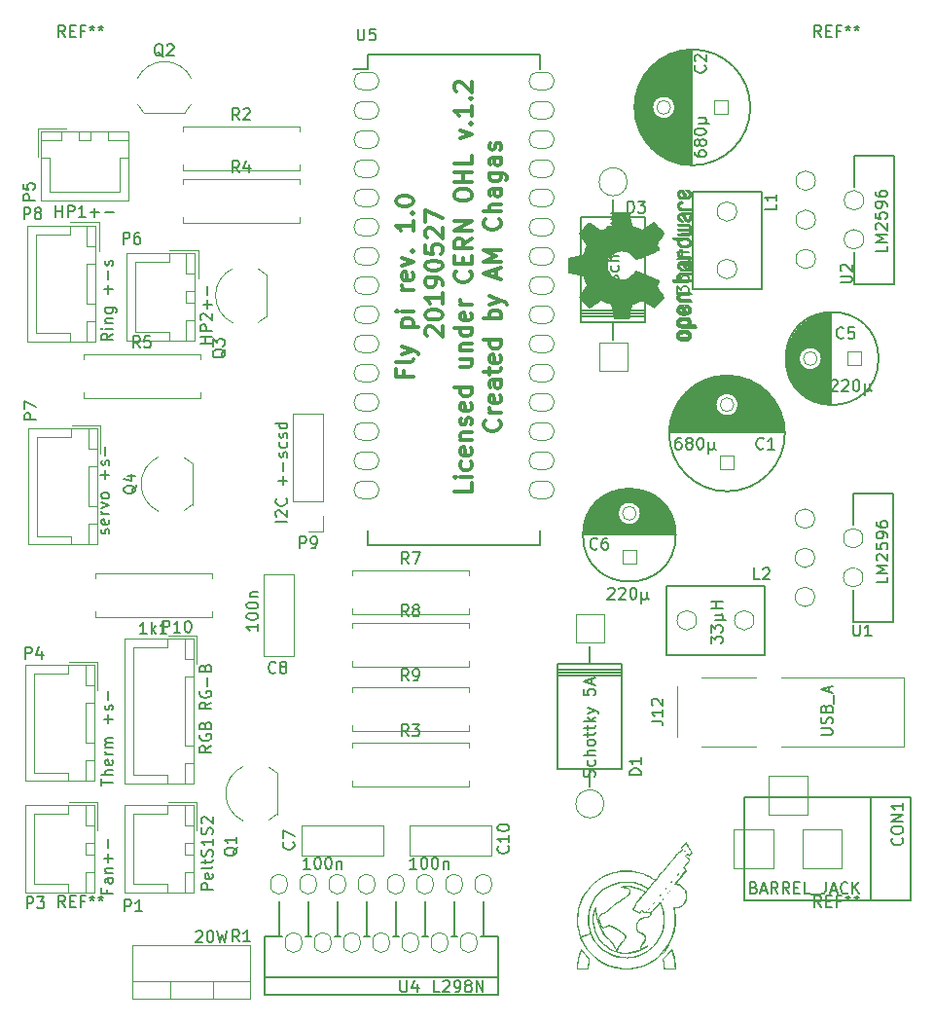
<source format=gbr>
G04 #@! TF.GenerationSoftware,KiCad,Pcbnew,5.0.2-bee76a0~70~ubuntu18.04.1*
G04 #@! TF.CreationDate,2019-05-27T22:26:56+02:00*
G04 #@! TF.ProjectId,flypi,666c7970-692e-46b6-9963-61645f706362,rev?*
G04 #@! TF.SameCoordinates,Original*
G04 #@! TF.FileFunction,Legend,Top*
G04 #@! TF.FilePolarity,Positive*
%FSLAX46Y46*%
G04 Gerber Fmt 4.6, Leading zero omitted, Abs format (unit mm)*
G04 Created by KiCad (PCBNEW 5.0.2-bee76a0~70~ubuntu18.04.1) date Mon 27 May 2019 22:26:56 CEST*
%MOMM*%
%LPD*%
G01*
G04 APERTURE LIST*
%ADD10C,0.300000*%
%ADD11C,0.120000*%
%ADD12C,0.150000*%
%ADD13C,0.010000*%
%ADD14C,0.100000*%
G04 APERTURE END LIST*
D10*
X138392857Y-79321428D02*
X138392857Y-79821428D01*
X139178571Y-79821428D02*
X137678571Y-79821428D01*
X137678571Y-79107142D01*
X139178571Y-78321428D02*
X139107142Y-78464285D01*
X138964285Y-78535714D01*
X137678571Y-78535714D01*
X138178571Y-77892857D02*
X139178571Y-77535714D01*
X138178571Y-77178571D02*
X139178571Y-77535714D01*
X139535714Y-77678571D01*
X139607142Y-77750000D01*
X139678571Y-77892857D01*
X138178571Y-75464285D02*
X139678571Y-75464285D01*
X138250000Y-75464285D02*
X138178571Y-75321428D01*
X138178571Y-75035714D01*
X138250000Y-74892857D01*
X138321428Y-74821428D01*
X138464285Y-74750000D01*
X138892857Y-74750000D01*
X139035714Y-74821428D01*
X139107142Y-74892857D01*
X139178571Y-75035714D01*
X139178571Y-75321428D01*
X139107142Y-75464285D01*
X139178571Y-74107142D02*
X138178571Y-74107142D01*
X137678571Y-74107142D02*
X137750000Y-74178571D01*
X137821428Y-74107142D01*
X137750000Y-74035714D01*
X137678571Y-74107142D01*
X137821428Y-74107142D01*
X139178571Y-72250000D02*
X138178571Y-72250000D01*
X138464285Y-72250000D02*
X138321428Y-72178571D01*
X138250000Y-72107142D01*
X138178571Y-71964285D01*
X138178571Y-71821428D01*
X139107142Y-70750000D02*
X139178571Y-70892857D01*
X139178571Y-71178571D01*
X139107142Y-71321428D01*
X138964285Y-71392857D01*
X138392857Y-71392857D01*
X138250000Y-71321428D01*
X138178571Y-71178571D01*
X138178571Y-70892857D01*
X138250000Y-70750000D01*
X138392857Y-70678571D01*
X138535714Y-70678571D01*
X138678571Y-71392857D01*
X138178571Y-70178571D02*
X139178571Y-69821428D01*
X138178571Y-69464285D01*
X139035714Y-68892857D02*
X139107142Y-68821428D01*
X139178571Y-68892857D01*
X139107142Y-68964285D01*
X139035714Y-68892857D01*
X139178571Y-68892857D01*
X139178571Y-66250000D02*
X139178571Y-67107142D01*
X139178571Y-66678571D02*
X137678571Y-66678571D01*
X137892857Y-66821428D01*
X138035714Y-66964285D01*
X138107142Y-67107142D01*
X139035714Y-65607142D02*
X139107142Y-65535714D01*
X139178571Y-65607142D01*
X139107142Y-65678571D01*
X139035714Y-65607142D01*
X139178571Y-65607142D01*
X137678571Y-64607142D02*
X137678571Y-64464285D01*
X137750000Y-64321428D01*
X137821428Y-64250000D01*
X137964285Y-64178571D01*
X138250000Y-64107142D01*
X138607142Y-64107142D01*
X138892857Y-64178571D01*
X139035714Y-64250000D01*
X139107142Y-64321428D01*
X139178571Y-64464285D01*
X139178571Y-64607142D01*
X139107142Y-64750000D01*
X139035714Y-64821428D01*
X138892857Y-64892857D01*
X138607142Y-64964285D01*
X138250000Y-64964285D01*
X137964285Y-64892857D01*
X137821428Y-64821428D01*
X137750000Y-64750000D01*
X137678571Y-64607142D01*
X140371428Y-76285714D02*
X140300000Y-76214285D01*
X140228571Y-76071428D01*
X140228571Y-75714285D01*
X140300000Y-75571428D01*
X140371428Y-75500000D01*
X140514285Y-75428571D01*
X140657142Y-75428571D01*
X140871428Y-75500000D01*
X141728571Y-76357142D01*
X141728571Y-75428571D01*
X140228571Y-74500000D02*
X140228571Y-74357142D01*
X140300000Y-74214285D01*
X140371428Y-74142857D01*
X140514285Y-74071428D01*
X140800000Y-74000000D01*
X141157142Y-74000000D01*
X141442857Y-74071428D01*
X141585714Y-74142857D01*
X141657142Y-74214285D01*
X141728571Y-74357142D01*
X141728571Y-74500000D01*
X141657142Y-74642857D01*
X141585714Y-74714285D01*
X141442857Y-74785714D01*
X141157142Y-74857142D01*
X140800000Y-74857142D01*
X140514285Y-74785714D01*
X140371428Y-74714285D01*
X140300000Y-74642857D01*
X140228571Y-74500000D01*
X141728571Y-72571428D02*
X141728571Y-73428571D01*
X141728571Y-73000000D02*
X140228571Y-73000000D01*
X140442857Y-73142857D01*
X140585714Y-73285714D01*
X140657142Y-73428571D01*
X141728571Y-71857142D02*
X141728571Y-71571428D01*
X141657142Y-71428571D01*
X141585714Y-71357142D01*
X141371428Y-71214285D01*
X141085714Y-71142857D01*
X140514285Y-71142857D01*
X140371428Y-71214285D01*
X140300000Y-71285714D01*
X140228571Y-71428571D01*
X140228571Y-71714285D01*
X140300000Y-71857142D01*
X140371428Y-71928571D01*
X140514285Y-72000000D01*
X140871428Y-72000000D01*
X141014285Y-71928571D01*
X141085714Y-71857142D01*
X141157142Y-71714285D01*
X141157142Y-71428571D01*
X141085714Y-71285714D01*
X141014285Y-71214285D01*
X140871428Y-71142857D01*
X140228571Y-70214285D02*
X140228571Y-70071428D01*
X140300000Y-69928571D01*
X140371428Y-69857142D01*
X140514285Y-69785714D01*
X140800000Y-69714285D01*
X141157142Y-69714285D01*
X141442857Y-69785714D01*
X141585714Y-69857142D01*
X141657142Y-69928571D01*
X141728571Y-70071428D01*
X141728571Y-70214285D01*
X141657142Y-70357142D01*
X141585714Y-70428571D01*
X141442857Y-70500000D01*
X141157142Y-70571428D01*
X140800000Y-70571428D01*
X140514285Y-70500000D01*
X140371428Y-70428571D01*
X140300000Y-70357142D01*
X140228571Y-70214285D01*
X140228571Y-68357142D02*
X140228571Y-69071428D01*
X140942857Y-69142857D01*
X140871428Y-69071428D01*
X140800000Y-68928571D01*
X140800000Y-68571428D01*
X140871428Y-68428571D01*
X140942857Y-68357142D01*
X141085714Y-68285714D01*
X141442857Y-68285714D01*
X141585714Y-68357142D01*
X141657142Y-68428571D01*
X141728571Y-68571428D01*
X141728571Y-68928571D01*
X141657142Y-69071428D01*
X141585714Y-69142857D01*
X140371428Y-67714285D02*
X140300000Y-67642857D01*
X140228571Y-67500000D01*
X140228571Y-67142857D01*
X140300000Y-67000000D01*
X140371428Y-66928571D01*
X140514285Y-66857142D01*
X140657142Y-66857142D01*
X140871428Y-66928571D01*
X141728571Y-67785714D01*
X141728571Y-66857142D01*
X140228571Y-66357142D02*
X140228571Y-65357142D01*
X141728571Y-66000000D01*
X144278571Y-89071428D02*
X144278571Y-89785714D01*
X142778571Y-89785714D01*
X144278571Y-88571428D02*
X143278571Y-88571428D01*
X142778571Y-88571428D02*
X142850000Y-88642857D01*
X142921428Y-88571428D01*
X142850000Y-88499999D01*
X142778571Y-88571428D01*
X142921428Y-88571428D01*
X144207142Y-87214285D02*
X144278571Y-87357142D01*
X144278571Y-87642857D01*
X144207142Y-87785714D01*
X144135714Y-87857142D01*
X143992857Y-87928571D01*
X143564285Y-87928571D01*
X143421428Y-87857142D01*
X143350000Y-87785714D01*
X143278571Y-87642857D01*
X143278571Y-87357142D01*
X143350000Y-87214285D01*
X144207142Y-85999999D02*
X144278571Y-86142857D01*
X144278571Y-86428571D01*
X144207142Y-86571428D01*
X144064285Y-86642857D01*
X143492857Y-86642857D01*
X143350000Y-86571428D01*
X143278571Y-86428571D01*
X143278571Y-86142857D01*
X143350000Y-85999999D01*
X143492857Y-85928571D01*
X143635714Y-85928571D01*
X143778571Y-86642857D01*
X143278571Y-85285714D02*
X144278571Y-85285714D01*
X143421428Y-85285714D02*
X143350000Y-85214285D01*
X143278571Y-85071428D01*
X143278571Y-84857142D01*
X143350000Y-84714285D01*
X143492857Y-84642857D01*
X144278571Y-84642857D01*
X144207142Y-83999999D02*
X144278571Y-83857142D01*
X144278571Y-83571428D01*
X144207142Y-83428571D01*
X144064285Y-83357142D01*
X143992857Y-83357142D01*
X143850000Y-83428571D01*
X143778571Y-83571428D01*
X143778571Y-83785714D01*
X143707142Y-83928571D01*
X143564285Y-83999999D01*
X143492857Y-83999999D01*
X143350000Y-83928571D01*
X143278571Y-83785714D01*
X143278571Y-83571428D01*
X143350000Y-83428571D01*
X144207142Y-82142857D02*
X144278571Y-82285714D01*
X144278571Y-82571428D01*
X144207142Y-82714285D01*
X144064285Y-82785714D01*
X143492857Y-82785714D01*
X143350000Y-82714285D01*
X143278571Y-82571428D01*
X143278571Y-82285714D01*
X143350000Y-82142857D01*
X143492857Y-82071428D01*
X143635714Y-82071428D01*
X143778571Y-82785714D01*
X144278571Y-80785714D02*
X142778571Y-80785714D01*
X144207142Y-80785714D02*
X144278571Y-80928571D01*
X144278571Y-81214285D01*
X144207142Y-81357142D01*
X144135714Y-81428571D01*
X143992857Y-81499999D01*
X143564285Y-81499999D01*
X143421428Y-81428571D01*
X143350000Y-81357142D01*
X143278571Y-81214285D01*
X143278571Y-80928571D01*
X143350000Y-80785714D01*
X143278571Y-78285714D02*
X144278571Y-78285714D01*
X143278571Y-78928571D02*
X144064285Y-78928571D01*
X144207142Y-78857142D01*
X144278571Y-78714285D01*
X144278571Y-78500000D01*
X144207142Y-78357142D01*
X144135714Y-78285714D01*
X143278571Y-77571428D02*
X144278571Y-77571428D01*
X143421428Y-77571428D02*
X143350000Y-77500000D01*
X143278571Y-77357142D01*
X143278571Y-77142857D01*
X143350000Y-77000000D01*
X143492857Y-76928571D01*
X144278571Y-76928571D01*
X144278571Y-75571428D02*
X142778571Y-75571428D01*
X144207142Y-75571428D02*
X144278571Y-75714285D01*
X144278571Y-76000000D01*
X144207142Y-76142857D01*
X144135714Y-76214285D01*
X143992857Y-76285714D01*
X143564285Y-76285714D01*
X143421428Y-76214285D01*
X143350000Y-76142857D01*
X143278571Y-76000000D01*
X143278571Y-75714285D01*
X143350000Y-75571428D01*
X144207142Y-74285714D02*
X144278571Y-74428571D01*
X144278571Y-74714285D01*
X144207142Y-74857142D01*
X144064285Y-74928571D01*
X143492857Y-74928571D01*
X143350000Y-74857142D01*
X143278571Y-74714285D01*
X143278571Y-74428571D01*
X143350000Y-74285714D01*
X143492857Y-74214285D01*
X143635714Y-74214285D01*
X143778571Y-74928571D01*
X144278571Y-73571428D02*
X143278571Y-73571428D01*
X143564285Y-73571428D02*
X143421428Y-73500000D01*
X143350000Y-73428571D01*
X143278571Y-73285714D01*
X143278571Y-73142857D01*
X144135714Y-70642857D02*
X144207142Y-70714285D01*
X144278571Y-70928571D01*
X144278571Y-71071428D01*
X144207142Y-71285714D01*
X144064285Y-71428571D01*
X143921428Y-71500000D01*
X143635714Y-71571428D01*
X143421428Y-71571428D01*
X143135714Y-71500000D01*
X142992857Y-71428571D01*
X142850000Y-71285714D01*
X142778571Y-71071428D01*
X142778571Y-70928571D01*
X142850000Y-70714285D01*
X142921428Y-70642857D01*
X143492857Y-70000000D02*
X143492857Y-69500000D01*
X144278571Y-69285714D02*
X144278571Y-70000000D01*
X142778571Y-70000000D01*
X142778571Y-69285714D01*
X144278571Y-67785714D02*
X143564285Y-68285714D01*
X144278571Y-68642857D02*
X142778571Y-68642857D01*
X142778571Y-68071428D01*
X142850000Y-67928571D01*
X142921428Y-67857142D01*
X143064285Y-67785714D01*
X143278571Y-67785714D01*
X143421428Y-67857142D01*
X143492857Y-67928571D01*
X143564285Y-68071428D01*
X143564285Y-68642857D01*
X144278571Y-67142857D02*
X142778571Y-67142857D01*
X144278571Y-66285714D01*
X142778571Y-66285714D01*
X142778571Y-64142857D02*
X142778571Y-63857142D01*
X142850000Y-63714285D01*
X142992857Y-63571428D01*
X143278571Y-63500000D01*
X143778571Y-63500000D01*
X144064285Y-63571428D01*
X144207142Y-63714285D01*
X144278571Y-63857142D01*
X144278571Y-64142857D01*
X144207142Y-64285714D01*
X144064285Y-64428571D01*
X143778571Y-64500000D01*
X143278571Y-64500000D01*
X142992857Y-64428571D01*
X142850000Y-64285714D01*
X142778571Y-64142857D01*
X144278571Y-62857142D02*
X142778571Y-62857142D01*
X143492857Y-62857142D02*
X143492857Y-62000000D01*
X144278571Y-62000000D02*
X142778571Y-62000000D01*
X144278571Y-60571428D02*
X144278571Y-61285714D01*
X142778571Y-61285714D01*
X143278571Y-59071428D02*
X144278571Y-58714285D01*
X143278571Y-58357142D01*
X144135714Y-57785714D02*
X144207142Y-57714285D01*
X144278571Y-57785714D01*
X144207142Y-57857142D01*
X144135714Y-57785714D01*
X144278571Y-57785714D01*
X144278571Y-56285714D02*
X144278571Y-57142857D01*
X144278571Y-56714285D02*
X142778571Y-56714285D01*
X142992857Y-56857142D01*
X143135714Y-57000000D01*
X143207142Y-57142857D01*
X144135714Y-55642857D02*
X144207142Y-55571428D01*
X144278571Y-55642857D01*
X144207142Y-55714285D01*
X144135714Y-55642857D01*
X144278571Y-55642857D01*
X142921428Y-55000000D02*
X142850000Y-54928571D01*
X142778571Y-54785714D01*
X142778571Y-54428571D01*
X142850000Y-54285714D01*
X142921428Y-54214285D01*
X143064285Y-54142857D01*
X143207142Y-54142857D01*
X143421428Y-54214285D01*
X144278571Y-55071428D01*
X144278571Y-54142857D01*
X146685714Y-83607142D02*
X146757142Y-83678571D01*
X146828571Y-83892857D01*
X146828571Y-84035714D01*
X146757142Y-84250000D01*
X146614285Y-84392857D01*
X146471428Y-84464285D01*
X146185714Y-84535714D01*
X145971428Y-84535714D01*
X145685714Y-84464285D01*
X145542857Y-84392857D01*
X145400000Y-84250000D01*
X145328571Y-84035714D01*
X145328571Y-83892857D01*
X145400000Y-83678571D01*
X145471428Y-83607142D01*
X146828571Y-82964285D02*
X145828571Y-82964285D01*
X146114285Y-82964285D02*
X145971428Y-82892857D01*
X145900000Y-82821428D01*
X145828571Y-82678571D01*
X145828571Y-82535714D01*
X146757142Y-81464285D02*
X146828571Y-81607142D01*
X146828571Y-81892857D01*
X146757142Y-82035714D01*
X146614285Y-82107142D01*
X146042857Y-82107142D01*
X145900000Y-82035714D01*
X145828571Y-81892857D01*
X145828571Y-81607142D01*
X145900000Y-81464285D01*
X146042857Y-81392857D01*
X146185714Y-81392857D01*
X146328571Y-82107142D01*
X146828571Y-80107142D02*
X146042857Y-80107142D01*
X145900000Y-80178571D01*
X145828571Y-80321428D01*
X145828571Y-80607142D01*
X145900000Y-80750000D01*
X146757142Y-80107142D02*
X146828571Y-80250000D01*
X146828571Y-80607142D01*
X146757142Y-80750000D01*
X146614285Y-80821428D01*
X146471428Y-80821428D01*
X146328571Y-80750000D01*
X146257142Y-80607142D01*
X146257142Y-80250000D01*
X146185714Y-80107142D01*
X145828571Y-79607142D02*
X145828571Y-79035714D01*
X145328571Y-79392857D02*
X146614285Y-79392857D01*
X146757142Y-79321428D01*
X146828571Y-79178571D01*
X146828571Y-79035714D01*
X146757142Y-77964285D02*
X146828571Y-78107142D01*
X146828571Y-78392857D01*
X146757142Y-78535714D01*
X146614285Y-78607142D01*
X146042857Y-78607142D01*
X145900000Y-78535714D01*
X145828571Y-78392857D01*
X145828571Y-78107142D01*
X145900000Y-77964285D01*
X146042857Y-77892857D01*
X146185714Y-77892857D01*
X146328571Y-78607142D01*
X146828571Y-76607142D02*
X145328571Y-76607142D01*
X146757142Y-76607142D02*
X146828571Y-76750000D01*
X146828571Y-77035714D01*
X146757142Y-77178571D01*
X146685714Y-77250000D01*
X146542857Y-77321428D01*
X146114285Y-77321428D01*
X145971428Y-77250000D01*
X145900000Y-77178571D01*
X145828571Y-77035714D01*
X145828571Y-76750000D01*
X145900000Y-76607142D01*
X146828571Y-74750000D02*
X145328571Y-74750000D01*
X145900000Y-74750000D02*
X145828571Y-74607142D01*
X145828571Y-74321428D01*
X145900000Y-74178571D01*
X145971428Y-74107142D01*
X146114285Y-74035714D01*
X146542857Y-74035714D01*
X146685714Y-74107142D01*
X146757142Y-74178571D01*
X146828571Y-74321428D01*
X146828571Y-74607142D01*
X146757142Y-74750000D01*
X145828571Y-73535714D02*
X146828571Y-73178571D01*
X145828571Y-72821428D02*
X146828571Y-73178571D01*
X147185714Y-73321428D01*
X147257142Y-73392857D01*
X147328571Y-73535714D01*
X146400000Y-71178571D02*
X146400000Y-70464285D01*
X146828571Y-71321428D02*
X145328571Y-70821428D01*
X146828571Y-70321428D01*
X146828571Y-69821428D02*
X145328571Y-69821428D01*
X146400000Y-69321428D01*
X145328571Y-68821428D01*
X146828571Y-68821428D01*
X146685714Y-66107142D02*
X146757142Y-66178571D01*
X146828571Y-66392857D01*
X146828571Y-66535714D01*
X146757142Y-66750000D01*
X146614285Y-66892857D01*
X146471428Y-66964285D01*
X146185714Y-67035714D01*
X145971428Y-67035714D01*
X145685714Y-66964285D01*
X145542857Y-66892857D01*
X145400000Y-66750000D01*
X145328571Y-66535714D01*
X145328571Y-66392857D01*
X145400000Y-66178571D01*
X145471428Y-66107142D01*
X146828571Y-65464285D02*
X145328571Y-65464285D01*
X146828571Y-64821428D02*
X146042857Y-64821428D01*
X145900000Y-64892857D01*
X145828571Y-65035714D01*
X145828571Y-65250000D01*
X145900000Y-65392857D01*
X145971428Y-65464285D01*
X146828571Y-63464285D02*
X146042857Y-63464285D01*
X145900000Y-63535714D01*
X145828571Y-63678571D01*
X145828571Y-63964285D01*
X145900000Y-64107142D01*
X146757142Y-63464285D02*
X146828571Y-63607142D01*
X146828571Y-63964285D01*
X146757142Y-64107142D01*
X146614285Y-64178571D01*
X146471428Y-64178571D01*
X146328571Y-64107142D01*
X146257142Y-63964285D01*
X146257142Y-63607142D01*
X146185714Y-63464285D01*
X145828571Y-62107142D02*
X147042857Y-62107142D01*
X147185714Y-62178571D01*
X147257142Y-62250000D01*
X147328571Y-62392857D01*
X147328571Y-62607142D01*
X147257142Y-62750000D01*
X146757142Y-62107142D02*
X146828571Y-62250000D01*
X146828571Y-62535714D01*
X146757142Y-62678571D01*
X146685714Y-62750000D01*
X146542857Y-62821428D01*
X146114285Y-62821428D01*
X145971428Y-62750000D01*
X145900000Y-62678571D01*
X145828571Y-62535714D01*
X145828571Y-62250000D01*
X145900000Y-62107142D01*
X146828571Y-60750000D02*
X146042857Y-60750000D01*
X145900000Y-60821428D01*
X145828571Y-60964285D01*
X145828571Y-61250000D01*
X145900000Y-61392857D01*
X146757142Y-60750000D02*
X146828571Y-60892857D01*
X146828571Y-61250000D01*
X146757142Y-61392857D01*
X146614285Y-61464285D01*
X146471428Y-61464285D01*
X146328571Y-61392857D01*
X146257142Y-61250000D01*
X146257142Y-60892857D01*
X146185714Y-60750000D01*
X146757142Y-60107142D02*
X146828571Y-59964285D01*
X146828571Y-59678571D01*
X146757142Y-59535714D01*
X146614285Y-59464285D01*
X146542857Y-59464285D01*
X146400000Y-59535714D01*
X146328571Y-59678571D01*
X146328571Y-59892857D01*
X146257142Y-60035714D01*
X146114285Y-60107142D01*
X146042857Y-60107142D01*
X145900000Y-60035714D01*
X145828571Y-59892857D01*
X145828571Y-59678571D01*
X145900000Y-59535714D01*
D11*
G04 #@! TO.C,Q2*
X115740000Y-56850000D02*
X119340000Y-56850000D01*
X115215816Y-56122795D02*
G75*
G03X115740000Y-56850000I2324184J1122795D01*
G01*
X115183600Y-53901193D02*
G75*
G02X117540000Y-52400000I2356400J-1098807D01*
G01*
X119896400Y-53901193D02*
G75*
G03X117540000Y-52400000I-2356400J-1098807D01*
G01*
X119864184Y-56122795D02*
G75*
G02X119340000Y-56850000I-2324184J1122795D01*
G01*
D12*
G04 #@! TO.C,U5*
X135263000Y-51807000D02*
X135263000Y-53077000D01*
X150233000Y-51807000D02*
X150233000Y-53077000D01*
X150233000Y-94497000D02*
X150233000Y-93227000D01*
X135263000Y-94497000D02*
X135263000Y-93227000D01*
X135263000Y-51807000D02*
X150233000Y-51807000D01*
X135263000Y-94497000D02*
X150233000Y-94497000D01*
X135263000Y-53077000D02*
X133978000Y-53077000D01*
G04 #@! TO.C,C2*
X163414000Y-61387000D02*
X163414000Y-51389000D01*
X163274000Y-61383000D02*
X163274000Y-51393000D01*
X163134000Y-61375000D02*
X163134000Y-51401000D01*
X162994000Y-61363000D02*
X162994000Y-51413000D01*
X162854000Y-61348000D02*
X162854000Y-51428000D01*
X162714000Y-61328000D02*
X162714000Y-51448000D01*
X162574000Y-61304000D02*
X162574000Y-51472000D01*
X162434000Y-61275000D02*
X162434000Y-51501000D01*
X162294000Y-61243000D02*
X162294000Y-51533000D01*
X162154000Y-61206000D02*
X162154000Y-51570000D01*
X162014000Y-61165000D02*
X162014000Y-51611000D01*
X161874000Y-61120000D02*
X161874000Y-56854000D01*
X161874000Y-55922000D02*
X161874000Y-51656000D01*
X161734000Y-61070000D02*
X161734000Y-57055000D01*
X161734000Y-55721000D02*
X161734000Y-51706000D01*
X161594000Y-61015000D02*
X161594000Y-57184000D01*
X161594000Y-55592000D02*
X161594000Y-51761000D01*
X161454000Y-60955000D02*
X161454000Y-57273000D01*
X161454000Y-55503000D02*
X161454000Y-51821000D01*
X161314000Y-60890000D02*
X161314000Y-57334000D01*
X161314000Y-55442000D02*
X161314000Y-51886000D01*
X161174000Y-60820000D02*
X161174000Y-57371000D01*
X161174000Y-55405000D02*
X161174000Y-51956000D01*
X161034000Y-60744000D02*
X161034000Y-57387000D01*
X161034000Y-55389000D02*
X161034000Y-52032000D01*
X160894000Y-60662000D02*
X160894000Y-57383000D01*
X160894000Y-55393000D02*
X160894000Y-52114000D01*
X160754000Y-60574000D02*
X160754000Y-57360000D01*
X160754000Y-55416000D02*
X160754000Y-52202000D01*
X160614000Y-60479000D02*
X160614000Y-57315000D01*
X160614000Y-55461000D02*
X160614000Y-52297000D01*
X160474000Y-60377000D02*
X160474000Y-57245000D01*
X160474000Y-55531000D02*
X160474000Y-52399000D01*
X160334000Y-60267000D02*
X160334000Y-57144000D01*
X160334000Y-55632000D02*
X160334000Y-52509000D01*
X160194000Y-60149000D02*
X160194000Y-56995000D01*
X160194000Y-55781000D02*
X160194000Y-52627000D01*
X160054000Y-60021000D02*
X160054000Y-56743000D01*
X160054000Y-56033000D02*
X160054000Y-52755000D01*
X159914000Y-59884000D02*
X159914000Y-52892000D01*
X159774000Y-59734000D02*
X159774000Y-53042000D01*
X159634000Y-59572000D02*
X159634000Y-53204000D01*
X159494000Y-59395000D02*
X159494000Y-53381000D01*
X159354000Y-59199000D02*
X159354000Y-53577000D01*
X159214000Y-58981000D02*
X159214000Y-53795000D01*
X159074000Y-58735000D02*
X159074000Y-54041000D01*
X158934000Y-58450000D02*
X158934000Y-54326000D01*
X158794000Y-58108000D02*
X158794000Y-54668000D01*
X158654000Y-57662000D02*
X158654000Y-55114000D01*
X158514000Y-56887000D02*
X158514000Y-55889000D01*
X161989000Y-56388000D02*
G75*
G03X161989000Y-56388000I-1000000J0D01*
G01*
X168526500Y-56388000D02*
G75*
G03X168526500Y-56388000I-5037500J0D01*
G01*
G04 #@! TO.C,C1*
X161498000Y-84674000D02*
X171496000Y-84674000D01*
X161502000Y-84534000D02*
X171492000Y-84534000D01*
X161510000Y-84394000D02*
X171484000Y-84394000D01*
X161522000Y-84254000D02*
X171472000Y-84254000D01*
X161537000Y-84114000D02*
X171457000Y-84114000D01*
X161557000Y-83974000D02*
X171437000Y-83974000D01*
X161581000Y-83834000D02*
X171413000Y-83834000D01*
X161610000Y-83694000D02*
X171384000Y-83694000D01*
X161642000Y-83554000D02*
X171352000Y-83554000D01*
X161679000Y-83414000D02*
X171315000Y-83414000D01*
X161720000Y-83274000D02*
X171274000Y-83274000D01*
X161765000Y-83134000D02*
X166031000Y-83134000D01*
X166963000Y-83134000D02*
X171229000Y-83134000D01*
X161815000Y-82994000D02*
X165830000Y-82994000D01*
X167164000Y-82994000D02*
X171179000Y-82994000D01*
X161870000Y-82854000D02*
X165701000Y-82854000D01*
X167293000Y-82854000D02*
X171124000Y-82854000D01*
X161930000Y-82714000D02*
X165612000Y-82714000D01*
X167382000Y-82714000D02*
X171064000Y-82714000D01*
X161995000Y-82574000D02*
X165551000Y-82574000D01*
X167443000Y-82574000D02*
X170999000Y-82574000D01*
X162065000Y-82434000D02*
X165514000Y-82434000D01*
X167480000Y-82434000D02*
X170929000Y-82434000D01*
X162141000Y-82294000D02*
X165498000Y-82294000D01*
X167496000Y-82294000D02*
X170853000Y-82294000D01*
X162223000Y-82154000D02*
X165502000Y-82154000D01*
X167492000Y-82154000D02*
X170771000Y-82154000D01*
X162311000Y-82014000D02*
X165525000Y-82014000D01*
X167469000Y-82014000D02*
X170683000Y-82014000D01*
X162406000Y-81874000D02*
X165570000Y-81874000D01*
X167424000Y-81874000D02*
X170588000Y-81874000D01*
X162508000Y-81734000D02*
X165640000Y-81734000D01*
X167354000Y-81734000D02*
X170486000Y-81734000D01*
X162618000Y-81594000D02*
X165741000Y-81594000D01*
X167253000Y-81594000D02*
X170376000Y-81594000D01*
X162736000Y-81454000D02*
X165890000Y-81454000D01*
X167104000Y-81454000D02*
X170258000Y-81454000D01*
X162864000Y-81314000D02*
X166142000Y-81314000D01*
X166852000Y-81314000D02*
X170130000Y-81314000D01*
X163001000Y-81174000D02*
X169993000Y-81174000D01*
X163151000Y-81034000D02*
X169843000Y-81034000D01*
X163313000Y-80894000D02*
X169681000Y-80894000D01*
X163490000Y-80754000D02*
X169504000Y-80754000D01*
X163686000Y-80614000D02*
X169308000Y-80614000D01*
X163904000Y-80474000D02*
X169090000Y-80474000D01*
X164150000Y-80334000D02*
X168844000Y-80334000D01*
X164435000Y-80194000D02*
X168559000Y-80194000D01*
X164777000Y-80054000D02*
X168217000Y-80054000D01*
X165223000Y-79914000D02*
X167771000Y-79914000D01*
X165998000Y-79774000D02*
X166996000Y-79774000D01*
X167497000Y-82249000D02*
G75*
G03X167497000Y-82249000I-1000000J0D01*
G01*
X171534500Y-84749000D02*
G75*
G03X171534500Y-84749000I-5037500J0D01*
G01*
G04 #@! TO.C,C5*
X175571000Y-82231000D02*
X175571000Y-74233000D01*
X175431000Y-82226000D02*
X175431000Y-74238000D01*
X175291000Y-82216000D02*
X175291000Y-74248000D01*
X175151000Y-82201000D02*
X175151000Y-74263000D01*
X175011000Y-82181000D02*
X175011000Y-74283000D01*
X174871000Y-82156000D02*
X174871000Y-74308000D01*
X174731000Y-82126000D02*
X174731000Y-78405000D01*
X174731000Y-78059000D02*
X174731000Y-74338000D01*
X174591000Y-82090000D02*
X174591000Y-78767000D01*
X174591000Y-77697000D02*
X174591000Y-74374000D01*
X174451000Y-82049000D02*
X174451000Y-78941000D01*
X174451000Y-77523000D02*
X174451000Y-74415000D01*
X174311000Y-82003000D02*
X174311000Y-79057000D01*
X174311000Y-77407000D02*
X174311000Y-74461000D01*
X174171000Y-81950000D02*
X174171000Y-79137000D01*
X174171000Y-77327000D02*
X174171000Y-74514000D01*
X174031000Y-81891000D02*
X174031000Y-79191000D01*
X174031000Y-77273000D02*
X174031000Y-74573000D01*
X173891000Y-81826000D02*
X173891000Y-79221000D01*
X173891000Y-77243000D02*
X173891000Y-74638000D01*
X173751000Y-81755000D02*
X173751000Y-79232000D01*
X173751000Y-77232000D02*
X173751000Y-74709000D01*
X173611000Y-81676000D02*
X173611000Y-79223000D01*
X173611000Y-77241000D02*
X173611000Y-74788000D01*
X173471000Y-81589000D02*
X173471000Y-79193000D01*
X173471000Y-77271000D02*
X173471000Y-74875000D01*
X173331000Y-81494000D02*
X173331000Y-79142000D01*
X173331000Y-77322000D02*
X173331000Y-74970000D01*
X173191000Y-81390000D02*
X173191000Y-79064000D01*
X173191000Y-77400000D02*
X173191000Y-75074000D01*
X173051000Y-81276000D02*
X173051000Y-78951000D01*
X173051000Y-77513000D02*
X173051000Y-75188000D01*
X172911000Y-81151000D02*
X172911000Y-78782000D01*
X172911000Y-77682000D02*
X172911000Y-75313000D01*
X172771000Y-81013000D02*
X172771000Y-78454000D01*
X172771000Y-78010000D02*
X172771000Y-75451000D01*
X172631000Y-80861000D02*
X172631000Y-75603000D01*
X172491000Y-80691000D02*
X172491000Y-75773000D01*
X172351000Y-80500000D02*
X172351000Y-75964000D01*
X172211000Y-80282000D02*
X172211000Y-76182000D01*
X172071000Y-80026000D02*
X172071000Y-76438000D01*
X171931000Y-79715000D02*
X171931000Y-76749000D01*
X171791000Y-79299000D02*
X171791000Y-77165000D01*
X171651000Y-78432000D02*
X171651000Y-78032000D01*
X174746000Y-78232000D02*
G75*
G03X174746000Y-78232000I-1000000J0D01*
G01*
X179683500Y-78232000D02*
G75*
G03X179683500Y-78232000I-4037500J0D01*
G01*
G04 #@! TO.C,C6*
X154001000Y-93525000D02*
X161999000Y-93525000D01*
X154006000Y-93385000D02*
X161994000Y-93385000D01*
X154016000Y-93245000D02*
X161984000Y-93245000D01*
X154031000Y-93105000D02*
X161969000Y-93105000D01*
X154051000Y-92965000D02*
X161949000Y-92965000D01*
X154076000Y-92825000D02*
X161924000Y-92825000D01*
X154106000Y-92685000D02*
X157827000Y-92685000D01*
X158173000Y-92685000D02*
X161894000Y-92685000D01*
X154142000Y-92545000D02*
X157465000Y-92545000D01*
X158535000Y-92545000D02*
X161858000Y-92545000D01*
X154183000Y-92405000D02*
X157291000Y-92405000D01*
X158709000Y-92405000D02*
X161817000Y-92405000D01*
X154229000Y-92265000D02*
X157175000Y-92265000D01*
X158825000Y-92265000D02*
X161771000Y-92265000D01*
X154282000Y-92125000D02*
X157095000Y-92125000D01*
X158905000Y-92125000D02*
X161718000Y-92125000D01*
X154341000Y-91985000D02*
X157041000Y-91985000D01*
X158959000Y-91985000D02*
X161659000Y-91985000D01*
X154406000Y-91845000D02*
X157011000Y-91845000D01*
X158989000Y-91845000D02*
X161594000Y-91845000D01*
X154477000Y-91705000D02*
X157000000Y-91705000D01*
X159000000Y-91705000D02*
X161523000Y-91705000D01*
X154556000Y-91565000D02*
X157009000Y-91565000D01*
X158991000Y-91565000D02*
X161444000Y-91565000D01*
X154643000Y-91425000D02*
X157039000Y-91425000D01*
X158961000Y-91425000D02*
X161357000Y-91425000D01*
X154738000Y-91285000D02*
X157090000Y-91285000D01*
X158910000Y-91285000D02*
X161262000Y-91285000D01*
X154842000Y-91145000D02*
X157168000Y-91145000D01*
X158832000Y-91145000D02*
X161158000Y-91145000D01*
X154956000Y-91005000D02*
X157281000Y-91005000D01*
X158719000Y-91005000D02*
X161044000Y-91005000D01*
X155081000Y-90865000D02*
X157450000Y-90865000D01*
X158550000Y-90865000D02*
X160919000Y-90865000D01*
X155219000Y-90725000D02*
X157778000Y-90725000D01*
X158222000Y-90725000D02*
X160781000Y-90725000D01*
X155371000Y-90585000D02*
X160629000Y-90585000D01*
X155541000Y-90445000D02*
X160459000Y-90445000D01*
X155732000Y-90305000D02*
X160268000Y-90305000D01*
X155950000Y-90165000D02*
X160050000Y-90165000D01*
X156206000Y-90025000D02*
X159794000Y-90025000D01*
X156517000Y-89885000D02*
X159483000Y-89885000D01*
X156933000Y-89745000D02*
X159067000Y-89745000D01*
X157800000Y-89605000D02*
X158200000Y-89605000D01*
X159000000Y-91700000D02*
G75*
G03X159000000Y-91700000I-1000000J0D01*
G01*
X162037500Y-93600000D02*
G75*
G03X162037500Y-93600000I-4037500J0D01*
G01*
G04 #@! TO.C,CON1*
X179006500Y-125404880D02*
X179006500Y-116403120D01*
X182506620Y-125404880D02*
X182506620Y-116403120D01*
X182506620Y-116403120D02*
X168005760Y-116403120D01*
X168005760Y-116403120D02*
X168005760Y-125404880D01*
X168005760Y-125404880D02*
X182506620Y-125404880D01*
G04 #@! TO.C,D1*
X154561960Y-113920220D02*
X154561960Y-115444220D01*
X154561960Y-104776220D02*
X154561960Y-103252220D01*
X157355960Y-105792220D02*
X151767960Y-105792220D01*
X157355960Y-105538220D02*
X151767960Y-105538220D01*
X157355960Y-105284220D02*
X151767960Y-105284220D01*
X151767960Y-104776220D02*
X157355960Y-104776220D01*
X157355960Y-104776220D02*
X157355960Y-113920220D01*
X157355960Y-113920220D02*
X151767960Y-113920220D01*
X151767960Y-113920220D02*
X151767960Y-104776220D01*
G04 #@! TO.C,D3*
X156588040Y-65911780D02*
X156588040Y-64387780D01*
X156588040Y-75055780D02*
X156588040Y-76579780D01*
X153794040Y-74039780D02*
X159382040Y-74039780D01*
X153794040Y-74293780D02*
X159382040Y-74293780D01*
X153794040Y-74547780D02*
X159382040Y-74547780D01*
X159382040Y-75055780D02*
X153794040Y-75055780D01*
X153794040Y-75055780D02*
X153794040Y-65911780D01*
X153794040Y-65911780D02*
X159382040Y-65911780D01*
X159382040Y-65911780D02*
X159382040Y-75055780D01*
G04 #@! TO.C,L1*
X169496740Y-72194420D02*
X169496740Y-63695580D01*
X169496740Y-63695580D02*
X163497260Y-63695580D01*
X163497260Y-63695580D02*
X163497260Y-72194420D01*
X163497260Y-72194420D02*
X169496740Y-72194420D01*
G04 #@! TO.C,L2*
X169749420Y-98000260D02*
X161250580Y-98000260D01*
X161250580Y-98000260D02*
X161250580Y-103999740D01*
X161250580Y-103999740D02*
X169749420Y-103999740D01*
X169749420Y-103999740D02*
X169749420Y-98000260D01*
G04 #@! TO.C,U1*
X177482500Y-92667500D02*
X177482500Y-89967500D01*
X177482500Y-89967500D02*
X180982500Y-89967500D01*
X180982500Y-89967500D02*
X180982500Y-101167500D01*
X180982500Y-101167500D02*
X177482500Y-101167500D01*
X177482500Y-101167500D02*
X177482500Y-98367500D01*
G04 #@! TO.C,U2*
X177546000Y-63267000D02*
X177546000Y-60567000D01*
X177546000Y-60567000D02*
X181046000Y-60567000D01*
X181046000Y-60567000D02*
X181046000Y-71767000D01*
X181046000Y-71767000D02*
X177546000Y-71767000D01*
X177546000Y-71767000D02*
X177546000Y-68967000D01*
G04 #@! TO.C,U4*
X127508000Y-125476000D02*
X127508000Y-128524000D01*
X130048000Y-125476000D02*
X130048000Y-128524000D01*
X132588000Y-125476000D02*
X132588000Y-128524000D01*
X135128000Y-125476000D02*
X135128000Y-128524000D01*
X137668000Y-125476000D02*
X137668000Y-128524000D01*
X140208000Y-125476000D02*
X140208000Y-128524000D01*
X142748000Y-125476000D02*
X142748000Y-128524000D01*
X145288000Y-125476000D02*
X145288000Y-128524000D01*
X126238000Y-132080000D02*
X146558000Y-132080000D01*
X146558000Y-133604000D02*
X146558000Y-128524000D01*
X146558000Y-128524000D02*
X145034000Y-128524000D01*
X142494000Y-128524000D02*
X143002000Y-128524000D01*
X139954000Y-128524000D02*
X140462000Y-128524000D01*
X137414000Y-128524000D02*
X137922000Y-128524000D01*
X134874000Y-128524000D02*
X135382000Y-128524000D01*
X132334000Y-128524000D02*
X132842000Y-128524000D01*
X129794000Y-128524000D02*
X130302000Y-128524000D01*
X146558000Y-133604000D02*
X126238000Y-133604000D01*
X126238000Y-133604000D02*
X126238000Y-128524000D01*
X126238000Y-128524000D02*
X127762000Y-128524000D01*
D11*
G04 #@! TO.C,J12*
X171238000Y-111966000D02*
X181918000Y-111966000D01*
X171238000Y-105966000D02*
X181918000Y-105966000D01*
X181918000Y-105966000D02*
X181918000Y-111966000D01*
X169058000Y-105966000D02*
X164238000Y-105966000D01*
X162148000Y-111166000D02*
X162148000Y-106766000D01*
X169058000Y-111966000D02*
X164238000Y-111966000D01*
G04 #@! TO.C,R1*
X125008000Y-133938000D02*
X114768000Y-133938000D01*
X125008000Y-129297000D02*
X114768000Y-129297000D01*
X125008000Y-133938000D02*
X125008000Y-129297000D01*
X114768000Y-133938000D02*
X114768000Y-129297000D01*
X125008000Y-132428000D02*
X114768000Y-132428000D01*
X121738000Y-133938000D02*
X121738000Y-132428000D01*
X118037000Y-133938000D02*
X118037000Y-132428000D01*
G04 #@! TO.C,Q3*
X126437000Y-74571000D02*
X126437000Y-70971000D01*
X125709795Y-75095184D02*
G75*
G03X126437000Y-74571000I-1122795J2324184D01*
G01*
X123488193Y-75127400D02*
G75*
G02X121987000Y-72771000I1098807J2356400D01*
G01*
X123488193Y-70414600D02*
G75*
G03X121987000Y-72771000I1098807J-2356400D01*
G01*
X125709795Y-70446816D02*
G75*
G02X126437000Y-70971000I-1122795J-2324184D01*
G01*
G04 #@! TO.C,Q1*
X127326000Y-117878000D02*
X127326000Y-114278000D01*
X126598795Y-118402184D02*
G75*
G03X127326000Y-117878000I-1122795J2324184D01*
G01*
X124377193Y-118434400D02*
G75*
G02X122876000Y-116078000I1098807J2356400D01*
G01*
X124377193Y-113721600D02*
G75*
G03X122876000Y-116078000I1098807J-2356400D01*
G01*
X126598795Y-113753816D02*
G75*
G02X127326000Y-114278000I-1122795J-2324184D01*
G01*
G04 #@! TO.C,Q4*
X119960000Y-90954000D02*
X119960000Y-87354000D01*
X119232795Y-91478184D02*
G75*
G03X119960000Y-90954000I-1122795J2324184D01*
G01*
X117011193Y-91510400D02*
G75*
G02X115510000Y-89154000I1098807J2356400D01*
G01*
X117011193Y-86797600D02*
G75*
G03X115510000Y-89154000I1098807J-2356400D01*
G01*
X119232795Y-86829816D02*
G75*
G02X119960000Y-87354000I-1122795J-2324184D01*
G01*
G04 #@! TO.C,P9*
X131378000Y-90678000D02*
X131378000Y-82998000D01*
X131378000Y-82998000D02*
X128718000Y-82998000D01*
X128718000Y-82998000D02*
X128718000Y-90678000D01*
X128718000Y-90678000D02*
X131378000Y-90678000D01*
X131378000Y-91948000D02*
X131378000Y-93278000D01*
X131378000Y-93278000D02*
X130048000Y-93278000D01*
G04 #@! TO.C,P3*
X111416000Y-117084000D02*
X105466000Y-117084000D01*
X105466000Y-117084000D02*
X105466000Y-124684000D01*
X105466000Y-124684000D02*
X111416000Y-124684000D01*
X111416000Y-124684000D02*
X111416000Y-117084000D01*
X111416000Y-120384000D02*
X110666000Y-120384000D01*
X110666000Y-120384000D02*
X110666000Y-121384000D01*
X110666000Y-121384000D02*
X111416000Y-121384000D01*
X111416000Y-121384000D02*
X111416000Y-120384000D01*
X111416000Y-117084000D02*
X110666000Y-117084000D01*
X110666000Y-117084000D02*
X110666000Y-118884000D01*
X110666000Y-118884000D02*
X111416000Y-118884000D01*
X111416000Y-118884000D02*
X111416000Y-117084000D01*
X111416000Y-122884000D02*
X110666000Y-122884000D01*
X110666000Y-122884000D02*
X110666000Y-124684000D01*
X110666000Y-124684000D02*
X111416000Y-124684000D01*
X111416000Y-124684000D02*
X111416000Y-122884000D01*
X109166000Y-117084000D02*
X109166000Y-117834000D01*
X109166000Y-117834000D02*
X106216000Y-117834000D01*
X106216000Y-117834000D02*
X106216000Y-120884000D01*
X109166000Y-124684000D02*
X109166000Y-123934000D01*
X109166000Y-123934000D02*
X106216000Y-123934000D01*
X106216000Y-123934000D02*
X106216000Y-120884000D01*
X111716000Y-119284000D02*
X111716000Y-116784000D01*
X111716000Y-116784000D02*
X109216000Y-116784000D01*
G04 #@! TO.C,C7*
X129496000Y-118832000D02*
X136616000Y-118832000D01*
X129496000Y-121452000D02*
X136616000Y-121452000D01*
X129496000Y-118832000D02*
X129496000Y-121452000D01*
X136616000Y-118832000D02*
X136616000Y-121452000D01*
G04 #@! TO.C,C10*
X138894000Y-118832000D02*
X146014000Y-118832000D01*
X138894000Y-121452000D02*
X146014000Y-121452000D01*
X138894000Y-118832000D02*
X138894000Y-121452000D01*
X146014000Y-118832000D02*
X146014000Y-121452000D01*
G04 #@! TO.C,P1*
X120052000Y-117084000D02*
X114102000Y-117084000D01*
X114102000Y-117084000D02*
X114102000Y-124684000D01*
X114102000Y-124684000D02*
X120052000Y-124684000D01*
X120052000Y-124684000D02*
X120052000Y-117084000D01*
X120052000Y-120384000D02*
X119302000Y-120384000D01*
X119302000Y-120384000D02*
X119302000Y-121384000D01*
X119302000Y-121384000D02*
X120052000Y-121384000D01*
X120052000Y-121384000D02*
X120052000Y-120384000D01*
X120052000Y-117084000D02*
X119302000Y-117084000D01*
X119302000Y-117084000D02*
X119302000Y-118884000D01*
X119302000Y-118884000D02*
X120052000Y-118884000D01*
X120052000Y-118884000D02*
X120052000Y-117084000D01*
X120052000Y-122884000D02*
X119302000Y-122884000D01*
X119302000Y-122884000D02*
X119302000Y-124684000D01*
X119302000Y-124684000D02*
X120052000Y-124684000D01*
X120052000Y-124684000D02*
X120052000Y-122884000D01*
X117802000Y-117084000D02*
X117802000Y-117834000D01*
X117802000Y-117834000D02*
X114852000Y-117834000D01*
X114852000Y-117834000D02*
X114852000Y-120884000D01*
X117802000Y-124684000D02*
X117802000Y-123934000D01*
X117802000Y-123934000D02*
X114852000Y-123934000D01*
X114852000Y-123934000D02*
X114852000Y-120884000D01*
X120352000Y-119284000D02*
X120352000Y-116784000D01*
X120352000Y-116784000D02*
X117852000Y-116784000D01*
G04 #@! TO.C,P4*
X111416000Y-104892000D02*
X105466000Y-104892000D01*
X105466000Y-104892000D02*
X105466000Y-114992000D01*
X105466000Y-114992000D02*
X111416000Y-114992000D01*
X111416000Y-114992000D02*
X111416000Y-104892000D01*
X111416000Y-108192000D02*
X110666000Y-108192000D01*
X110666000Y-108192000D02*
X110666000Y-111692000D01*
X110666000Y-111692000D02*
X111416000Y-111692000D01*
X111416000Y-111692000D02*
X111416000Y-108192000D01*
X111416000Y-104892000D02*
X110666000Y-104892000D01*
X110666000Y-104892000D02*
X110666000Y-106692000D01*
X110666000Y-106692000D02*
X111416000Y-106692000D01*
X111416000Y-106692000D02*
X111416000Y-104892000D01*
X111416000Y-113192000D02*
X110666000Y-113192000D01*
X110666000Y-113192000D02*
X110666000Y-114992000D01*
X110666000Y-114992000D02*
X111416000Y-114992000D01*
X111416000Y-114992000D02*
X111416000Y-113192000D01*
X109166000Y-104892000D02*
X109166000Y-105642000D01*
X109166000Y-105642000D02*
X106216000Y-105642000D01*
X106216000Y-105642000D02*
X106216000Y-109942000D01*
X109166000Y-114992000D02*
X109166000Y-114242000D01*
X109166000Y-114242000D02*
X106216000Y-114242000D01*
X106216000Y-114242000D02*
X106216000Y-109942000D01*
X111716000Y-107092000D02*
X111716000Y-104592000D01*
X111716000Y-104592000D02*
X109216000Y-104592000D01*
G04 #@! TO.C,C8*
X128818000Y-96984000D02*
X128818000Y-104104000D01*
X126198000Y-96984000D02*
X126198000Y-104104000D01*
X128818000Y-96984000D02*
X126198000Y-96984000D01*
X128818000Y-104104000D02*
X126198000Y-104104000D01*
G04 #@! TO.C,P10*
X120052000Y-102606000D02*
X114102000Y-102606000D01*
X114102000Y-102606000D02*
X114102000Y-115206000D01*
X114102000Y-115206000D02*
X120052000Y-115206000D01*
X120052000Y-115206000D02*
X120052000Y-102606000D01*
X120052000Y-105906000D02*
X119302000Y-105906000D01*
X119302000Y-105906000D02*
X119302000Y-111906000D01*
X119302000Y-111906000D02*
X120052000Y-111906000D01*
X120052000Y-111906000D02*
X120052000Y-105906000D01*
X120052000Y-102606000D02*
X119302000Y-102606000D01*
X119302000Y-102606000D02*
X119302000Y-104406000D01*
X119302000Y-104406000D02*
X120052000Y-104406000D01*
X120052000Y-104406000D02*
X120052000Y-102606000D01*
X120052000Y-113406000D02*
X119302000Y-113406000D01*
X119302000Y-113406000D02*
X119302000Y-115206000D01*
X119302000Y-115206000D02*
X120052000Y-115206000D01*
X120052000Y-115206000D02*
X120052000Y-113406000D01*
X117802000Y-102606000D02*
X117802000Y-103356000D01*
X117802000Y-103356000D02*
X114852000Y-103356000D01*
X114852000Y-103356000D02*
X114852000Y-108906000D01*
X117802000Y-115206000D02*
X117802000Y-114456000D01*
X117802000Y-114456000D02*
X114852000Y-114456000D01*
X114852000Y-114456000D02*
X114852000Y-108906000D01*
X120352000Y-104806000D02*
X120352000Y-102306000D01*
X120352000Y-102306000D02*
X117852000Y-102306000D01*
G04 #@! TO.C,P8*
X111543000Y-66665000D02*
X105593000Y-66665000D01*
X105593000Y-66665000D02*
X105593000Y-76765000D01*
X105593000Y-76765000D02*
X111543000Y-76765000D01*
X111543000Y-76765000D02*
X111543000Y-66665000D01*
X111543000Y-69965000D02*
X110793000Y-69965000D01*
X110793000Y-69965000D02*
X110793000Y-73465000D01*
X110793000Y-73465000D02*
X111543000Y-73465000D01*
X111543000Y-73465000D02*
X111543000Y-69965000D01*
X111543000Y-66665000D02*
X110793000Y-66665000D01*
X110793000Y-66665000D02*
X110793000Y-68465000D01*
X110793000Y-68465000D02*
X111543000Y-68465000D01*
X111543000Y-68465000D02*
X111543000Y-66665000D01*
X111543000Y-74965000D02*
X110793000Y-74965000D01*
X110793000Y-74965000D02*
X110793000Y-76765000D01*
X110793000Y-76765000D02*
X111543000Y-76765000D01*
X111543000Y-76765000D02*
X111543000Y-74965000D01*
X109293000Y-66665000D02*
X109293000Y-67415000D01*
X109293000Y-67415000D02*
X106343000Y-67415000D01*
X106343000Y-67415000D02*
X106343000Y-71715000D01*
X109293000Y-76765000D02*
X109293000Y-76015000D01*
X109293000Y-76015000D02*
X106343000Y-76015000D01*
X106343000Y-76015000D02*
X106343000Y-71715000D01*
X111843000Y-68865000D02*
X111843000Y-66365000D01*
X111843000Y-66365000D02*
X109343000Y-66365000D01*
G04 #@! TO.C,P7*
X111670000Y-84318000D02*
X105720000Y-84318000D01*
X105720000Y-84318000D02*
X105720000Y-94418000D01*
X105720000Y-94418000D02*
X111670000Y-94418000D01*
X111670000Y-94418000D02*
X111670000Y-84318000D01*
X111670000Y-87618000D02*
X110920000Y-87618000D01*
X110920000Y-87618000D02*
X110920000Y-91118000D01*
X110920000Y-91118000D02*
X111670000Y-91118000D01*
X111670000Y-91118000D02*
X111670000Y-87618000D01*
X111670000Y-84318000D02*
X110920000Y-84318000D01*
X110920000Y-84318000D02*
X110920000Y-86118000D01*
X110920000Y-86118000D02*
X111670000Y-86118000D01*
X111670000Y-86118000D02*
X111670000Y-84318000D01*
X111670000Y-92618000D02*
X110920000Y-92618000D01*
X110920000Y-92618000D02*
X110920000Y-94418000D01*
X110920000Y-94418000D02*
X111670000Y-94418000D01*
X111670000Y-94418000D02*
X111670000Y-92618000D01*
X109420000Y-84318000D02*
X109420000Y-85068000D01*
X109420000Y-85068000D02*
X106470000Y-85068000D01*
X106470000Y-85068000D02*
X106470000Y-89368000D01*
X109420000Y-94418000D02*
X109420000Y-93668000D01*
X109420000Y-93668000D02*
X106470000Y-93668000D01*
X106470000Y-93668000D02*
X106470000Y-89368000D01*
X111970000Y-86518000D02*
X111970000Y-84018000D01*
X111970000Y-84018000D02*
X109470000Y-84018000D01*
G04 #@! TO.C,P6*
X120179000Y-69078000D02*
X114229000Y-69078000D01*
X114229000Y-69078000D02*
X114229000Y-76678000D01*
X114229000Y-76678000D02*
X120179000Y-76678000D01*
X120179000Y-76678000D02*
X120179000Y-69078000D01*
X120179000Y-72378000D02*
X119429000Y-72378000D01*
X119429000Y-72378000D02*
X119429000Y-73378000D01*
X119429000Y-73378000D02*
X120179000Y-73378000D01*
X120179000Y-73378000D02*
X120179000Y-72378000D01*
X120179000Y-69078000D02*
X119429000Y-69078000D01*
X119429000Y-69078000D02*
X119429000Y-70878000D01*
X119429000Y-70878000D02*
X120179000Y-70878000D01*
X120179000Y-70878000D02*
X120179000Y-69078000D01*
X120179000Y-74878000D02*
X119429000Y-74878000D01*
X119429000Y-74878000D02*
X119429000Y-76678000D01*
X119429000Y-76678000D02*
X120179000Y-76678000D01*
X120179000Y-76678000D02*
X120179000Y-74878000D01*
X117929000Y-69078000D02*
X117929000Y-69828000D01*
X117929000Y-69828000D02*
X114979000Y-69828000D01*
X114979000Y-69828000D02*
X114979000Y-72878000D01*
X117929000Y-76678000D02*
X117929000Y-75928000D01*
X117929000Y-75928000D02*
X114979000Y-75928000D01*
X114979000Y-75928000D02*
X114979000Y-72878000D01*
X120479000Y-71278000D02*
X120479000Y-68778000D01*
X120479000Y-68778000D02*
X117979000Y-68778000D01*
G04 #@! TO.C,P5*
X106797000Y-58510000D02*
X106797000Y-64460000D01*
X106797000Y-64460000D02*
X114397000Y-64460000D01*
X114397000Y-64460000D02*
X114397000Y-58510000D01*
X114397000Y-58510000D02*
X106797000Y-58510000D01*
X110097000Y-58510000D02*
X110097000Y-59260000D01*
X110097000Y-59260000D02*
X111097000Y-59260000D01*
X111097000Y-59260000D02*
X111097000Y-58510000D01*
X111097000Y-58510000D02*
X110097000Y-58510000D01*
X106797000Y-58510000D02*
X106797000Y-59260000D01*
X106797000Y-59260000D02*
X108597000Y-59260000D01*
X108597000Y-59260000D02*
X108597000Y-58510000D01*
X108597000Y-58510000D02*
X106797000Y-58510000D01*
X112597000Y-58510000D02*
X112597000Y-59260000D01*
X112597000Y-59260000D02*
X114397000Y-59260000D01*
X114397000Y-59260000D02*
X114397000Y-58510000D01*
X114397000Y-58510000D02*
X112597000Y-58510000D01*
X106797000Y-60760000D02*
X107547000Y-60760000D01*
X107547000Y-60760000D02*
X107547000Y-63710000D01*
X107547000Y-63710000D02*
X110597000Y-63710000D01*
X114397000Y-60760000D02*
X113647000Y-60760000D01*
X113647000Y-60760000D02*
X113647000Y-63710000D01*
X113647000Y-63710000D02*
X110597000Y-63710000D01*
X108997000Y-58210000D02*
X106497000Y-58210000D01*
X106497000Y-58210000D02*
X106497000Y-60710000D01*
G04 #@! TO.C,R4*
X129276000Y-66436000D02*
X129276000Y-65956000D01*
X119136000Y-66436000D02*
X129276000Y-66436000D01*
X119136000Y-65956000D02*
X119136000Y-66436000D01*
X129276000Y-62596000D02*
X129276000Y-63076000D01*
X119136000Y-62596000D02*
X129276000Y-62596000D01*
X119136000Y-63076000D02*
X119136000Y-62596000D01*
G04 #@! TO.C,R5*
X110500000Y-78316000D02*
X110500000Y-77836000D01*
X110500000Y-77836000D02*
X120640000Y-77836000D01*
X120640000Y-77836000D02*
X120640000Y-78316000D01*
X110500000Y-81196000D02*
X110500000Y-81676000D01*
X110500000Y-81676000D02*
X120640000Y-81676000D01*
X120640000Y-81676000D02*
X120640000Y-81196000D01*
G04 #@! TO.C,R7*
X133868000Y-97112000D02*
X133868000Y-96632000D01*
X133868000Y-96632000D02*
X144008000Y-96632000D01*
X144008000Y-96632000D02*
X144008000Y-97112000D01*
X133868000Y-99992000D02*
X133868000Y-100472000D01*
X133868000Y-100472000D02*
X144008000Y-100472000D01*
X144008000Y-100472000D02*
X144008000Y-99992000D01*
G04 #@! TO.C,R8*
X144008000Y-105044000D02*
X144008000Y-104564000D01*
X133868000Y-105044000D02*
X144008000Y-105044000D01*
X133868000Y-104564000D02*
X133868000Y-105044000D01*
X144008000Y-101204000D02*
X144008000Y-101684000D01*
X133868000Y-101204000D02*
X144008000Y-101204000D01*
X133868000Y-101684000D02*
X133868000Y-101204000D01*
G04 #@! TO.C,R9*
X133868000Y-107272000D02*
X133868000Y-106792000D01*
X133868000Y-106792000D02*
X144008000Y-106792000D01*
X144008000Y-106792000D02*
X144008000Y-107272000D01*
X133868000Y-110152000D02*
X133868000Y-110632000D01*
X133868000Y-110632000D02*
X144008000Y-110632000D01*
X144008000Y-110632000D02*
X144008000Y-110152000D01*
G04 #@! TO.C,1k1*
X111516000Y-96886000D02*
X111516000Y-97366000D01*
X121656000Y-96886000D02*
X111516000Y-96886000D01*
X121656000Y-97366000D02*
X121656000Y-96886000D01*
X111516000Y-100726000D02*
X111516000Y-100246000D01*
X121656000Y-100726000D02*
X111516000Y-100726000D01*
X121656000Y-100246000D02*
X121656000Y-100726000D01*
G04 #@! TO.C,R2*
X119136000Y-58504000D02*
X119136000Y-58024000D01*
X119136000Y-58024000D02*
X129276000Y-58024000D01*
X129276000Y-58024000D02*
X129276000Y-58504000D01*
X119136000Y-61384000D02*
X119136000Y-61864000D01*
X119136000Y-61864000D02*
X129276000Y-61864000D01*
X129276000Y-61864000D02*
X129276000Y-61384000D01*
G04 #@! TO.C,R3*
X133868000Y-112098000D02*
X133868000Y-111618000D01*
X133868000Y-111618000D02*
X144008000Y-111618000D01*
X144008000Y-111618000D02*
X144008000Y-112098000D01*
X133868000Y-114978000D02*
X133868000Y-115458000D01*
X133868000Y-115458000D02*
X144008000Y-115458000D01*
X144008000Y-115458000D02*
X144008000Y-114978000D01*
D13*
G04 #@! TO.C,REF\002A\002A*
G36*
X152694998Y-69894986D02*
X152695863Y-69736994D01*
X152698205Y-69622653D01*
X152702762Y-69544593D01*
X152710270Y-69495446D01*
X152721466Y-69467841D01*
X152737088Y-69454408D01*
X152757873Y-69447779D01*
X152760563Y-69447135D01*
X152809113Y-69437065D01*
X152904905Y-69418425D01*
X153037743Y-69393155D01*
X153197431Y-69363193D01*
X153373774Y-69330478D01*
X153379967Y-69329336D01*
X153552782Y-69296567D01*
X153705469Y-69265907D01*
X153828871Y-69239336D01*
X153913831Y-69218833D01*
X153951190Y-69206374D01*
X153951852Y-69205780D01*
X153970095Y-69169081D01*
X154000497Y-69093414D01*
X154036493Y-68995122D01*
X154036685Y-68994575D01*
X154083222Y-68870767D01*
X154142504Y-68724804D01*
X154202109Y-68587219D01*
X154205056Y-68580707D01*
X154306765Y-68356610D01*
X153967897Y-67860381D01*
X153864592Y-67708154D01*
X153772237Y-67570259D01*
X153696084Y-67454685D01*
X153641385Y-67369421D01*
X153613393Y-67322456D01*
X153611317Y-67317996D01*
X153620560Y-67283866D01*
X153665156Y-67220119D01*
X153747209Y-67124269D01*
X153868821Y-66993831D01*
X153998205Y-66860672D01*
X154125702Y-66732306D01*
X154242046Y-66617419D01*
X154340052Y-66522927D01*
X154412536Y-66455747D01*
X154452313Y-66422794D01*
X154454361Y-66421568D01*
X154481656Y-66417926D01*
X154526234Y-66431650D01*
X154594112Y-66466131D01*
X154691311Y-66524761D01*
X154823851Y-66610930D01*
X154994476Y-66725800D01*
X155144655Y-66827746D01*
X155279350Y-66918877D01*
X155390740Y-66993927D01*
X155471005Y-67047631D01*
X155512325Y-67074720D01*
X155515130Y-67076426D01*
X155554721Y-67073118D01*
X155631669Y-67048047D01*
X155731432Y-67006202D01*
X155763291Y-66991288D01*
X155905226Y-66926214D01*
X156066273Y-66856788D01*
X156205621Y-66800391D01*
X156309044Y-66759753D01*
X156387642Y-66727474D01*
X156428720Y-66708822D01*
X156431885Y-66706503D01*
X156437128Y-66672197D01*
X156451494Y-66591331D01*
X156472937Y-66474657D01*
X156499413Y-66332925D01*
X156528877Y-66176890D01*
X156559283Y-66017302D01*
X156588588Y-65864915D01*
X156614745Y-65730479D01*
X156635710Y-65624748D01*
X156649439Y-65558474D01*
X156653320Y-65542218D01*
X156662900Y-65525427D01*
X156684536Y-65512751D01*
X156725531Y-65503622D01*
X156793189Y-65497469D01*
X156894812Y-65493720D01*
X157037703Y-65491808D01*
X157229165Y-65491160D01*
X157307645Y-65491126D01*
X157945906Y-65491126D01*
X157976160Y-65644402D01*
X157992564Y-65729678D01*
X158016509Y-65856930D01*
X158045107Y-66010685D01*
X158075467Y-66175466D01*
X158083806Y-66221011D01*
X158113370Y-66373068D01*
X158142442Y-66505532D01*
X158168329Y-66607286D01*
X158188337Y-66667212D01*
X158194301Y-66677195D01*
X158236534Y-66701707D01*
X158318370Y-66736852D01*
X158423683Y-66775827D01*
X158446368Y-66783558D01*
X158587018Y-66834640D01*
X158745714Y-66898046D01*
X158888225Y-66960096D01*
X158888886Y-66960402D01*
X159112440Y-67063733D01*
X160112232Y-66384039D01*
X160549300Y-66820379D01*
X160679381Y-66952351D01*
X160794048Y-67072721D01*
X160887181Y-67174727D01*
X160952658Y-67251609D01*
X160984357Y-67296607D01*
X160986368Y-67303062D01*
X160970529Y-67340960D01*
X160926496Y-67418292D01*
X160859490Y-67526611D01*
X160774734Y-67657468D01*
X160679816Y-67798948D01*
X160582998Y-67942539D01*
X160498751Y-68070565D01*
X160432258Y-68174895D01*
X160388702Y-68247400D01*
X160373264Y-68279842D01*
X160386328Y-68319424D01*
X160420750Y-68394481D01*
X160469380Y-68489532D01*
X160474785Y-68499608D01*
X160538980Y-68627609D01*
X160570463Y-68715382D01*
X160570798Y-68769972D01*
X160541548Y-68798425D01*
X160541138Y-68798590D01*
X160506498Y-68812812D01*
X160424269Y-68846731D01*
X160300814Y-68897716D01*
X160142498Y-68963138D01*
X159955686Y-69040366D01*
X159746742Y-69126771D01*
X159544446Y-69210449D01*
X159321200Y-69302412D01*
X159114392Y-69386850D01*
X158930362Y-69461231D01*
X158775451Y-69523026D01*
X158655996Y-69569703D01*
X158578339Y-69598732D01*
X158549356Y-69607678D01*
X158516110Y-69585244D01*
X158463123Y-69526561D01*
X158404704Y-69448311D01*
X158219952Y-69225466D01*
X158008182Y-69051282D01*
X157773856Y-68927846D01*
X157521434Y-68857246D01*
X157255377Y-68841569D01*
X157132575Y-68852964D01*
X156877793Y-68915050D01*
X156652801Y-69021977D01*
X156459817Y-69167111D01*
X156301061Y-69343822D01*
X156178750Y-69545478D01*
X156095105Y-69765446D01*
X156052344Y-69997094D01*
X156052687Y-70233791D01*
X156098352Y-70468905D01*
X156191559Y-70695804D01*
X156334527Y-70907856D01*
X156415383Y-70996364D01*
X156623007Y-71166111D01*
X156849895Y-71284301D01*
X157089433Y-71351722D01*
X157335007Y-71369160D01*
X157580003Y-71337402D01*
X157817808Y-71257235D01*
X158041807Y-71129445D01*
X158245387Y-70954820D01*
X158404704Y-70759688D01*
X158465602Y-70678409D01*
X158518015Y-70620991D01*
X158549406Y-70600322D01*
X158583639Y-70611144D01*
X158665419Y-70641923D01*
X158788407Y-70690126D01*
X158946263Y-70753222D01*
X159132649Y-70828678D01*
X159341226Y-70913962D01*
X159544496Y-70997781D01*
X159767933Y-71090255D01*
X159974984Y-71175911D01*
X160159286Y-71252118D01*
X160314475Y-71316247D01*
X160434188Y-71365668D01*
X160512061Y-71397752D01*
X160541138Y-71409641D01*
X160570677Y-71437726D01*
X160570591Y-71492051D01*
X160539326Y-71579605D01*
X160475329Y-71707381D01*
X160474785Y-71708392D01*
X160425121Y-71804598D01*
X160388945Y-71882369D01*
X160373408Y-71926223D01*
X160373264Y-71928158D01*
X160389024Y-71961171D01*
X160432850Y-72034054D01*
X160499557Y-72138678D01*
X160583964Y-72266910D01*
X160679816Y-72409052D01*
X160776867Y-72553767D01*
X160861270Y-72684196D01*
X160927801Y-72791890D01*
X160971238Y-72868402D01*
X160986368Y-72904938D01*
X160966482Y-72938582D01*
X160910903Y-73006224D01*
X160825754Y-73101107D01*
X160717153Y-73216470D01*
X160591221Y-73345555D01*
X160549149Y-73387771D01*
X160111931Y-73824261D01*
X159624340Y-73492023D01*
X159474605Y-73391054D01*
X159340220Y-73302438D01*
X159228969Y-73231146D01*
X159148639Y-73182150D01*
X159107014Y-73160422D01*
X159104053Y-73159785D01*
X159064818Y-73171240D01*
X158985895Y-73202051D01*
X158880509Y-73246884D01*
X158809954Y-73278353D01*
X158674876Y-73337192D01*
X158538409Y-73392604D01*
X158423103Y-73435564D01*
X158387977Y-73447234D01*
X158294174Y-73480389D01*
X158221694Y-73512799D01*
X158194301Y-73530601D01*
X158177536Y-73569886D01*
X158153770Y-73655626D01*
X158125697Y-73776697D01*
X158096009Y-73921973D01*
X158083806Y-73986988D01*
X158053468Y-74152087D01*
X158024093Y-74310448D01*
X157998569Y-74446596D01*
X157979785Y-74545057D01*
X157976160Y-74563598D01*
X157945906Y-74716873D01*
X157307645Y-74716873D01*
X157097770Y-74716529D01*
X156938980Y-74715116D01*
X156823973Y-74712064D01*
X156745446Y-74706803D01*
X156696096Y-74698763D01*
X156668619Y-74687373D01*
X156655713Y-74672063D01*
X156653320Y-74665782D01*
X156644833Y-74627896D01*
X156627900Y-74544195D01*
X156604566Y-74425433D01*
X156576875Y-74282361D01*
X156546873Y-74125732D01*
X156516604Y-73966297D01*
X156488115Y-73814809D01*
X156463449Y-73682019D01*
X156444651Y-73578681D01*
X156433767Y-73515545D01*
X156431885Y-73501497D01*
X156406704Y-73488770D01*
X156339622Y-73460600D01*
X156243333Y-73422252D01*
X156205621Y-73407609D01*
X156059921Y-73348548D01*
X155898951Y-73279000D01*
X155763291Y-73216712D01*
X155659561Y-73170879D01*
X155574326Y-73140387D01*
X155522126Y-73130208D01*
X155515130Y-73131831D01*
X155482102Y-73153343D01*
X155408643Y-73202465D01*
X155302577Y-73273923D01*
X155171726Y-73362445D01*
X155023912Y-73462759D01*
X154994734Y-73482594D01*
X154821863Y-73598988D01*
X154690226Y-73684548D01*
X154593761Y-73742684D01*
X154526408Y-73776808D01*
X154482106Y-73790331D01*
X154454794Y-73786664D01*
X154454620Y-73786570D01*
X154418746Y-73757707D01*
X154349391Y-73693867D01*
X154253745Y-73601969D01*
X154138999Y-73488933D01*
X154012341Y-73361679D01*
X153998205Y-73347328D01*
X153842903Y-73186957D01*
X153728870Y-73063195D01*
X153654002Y-72973555D01*
X153616196Y-72915552D01*
X153611317Y-72890004D01*
X153632603Y-72852718D01*
X153681773Y-72775343D01*
X153753575Y-72665867D01*
X153842755Y-72532280D01*
X153944063Y-72382570D01*
X153967897Y-72347618D01*
X154306765Y-71851390D01*
X154205056Y-71627293D01*
X154145783Y-71491011D01*
X154086170Y-71344724D01*
X154038640Y-71218965D01*
X154036685Y-71213425D01*
X154000677Y-71115057D01*
X153970229Y-71039229D01*
X153951905Y-71002282D01*
X153951852Y-71002220D01*
X153918729Y-70990496D01*
X153837267Y-70970568D01*
X153716625Y-70944413D01*
X153565959Y-70914010D01*
X153394428Y-70881337D01*
X153379967Y-70878664D01*
X153203235Y-70845890D01*
X153042810Y-70815802D01*
X152908888Y-70790339D01*
X152811663Y-70771441D01*
X152761332Y-70761047D01*
X152760563Y-70760865D01*
X152739153Y-70754539D01*
X152722988Y-70742239D01*
X152711331Y-70716594D01*
X152703445Y-70670235D01*
X152698593Y-70595792D01*
X152696039Y-70485895D01*
X152695045Y-70333175D01*
X152694874Y-70130262D01*
X152694874Y-70104000D01*
X152694998Y-69894986D01*
X152694998Y-69894986D01*
G37*
X152694998Y-69894986D02*
X152695863Y-69736994D01*
X152698205Y-69622653D01*
X152702762Y-69544593D01*
X152710270Y-69495446D01*
X152721466Y-69467841D01*
X152737088Y-69454408D01*
X152757873Y-69447779D01*
X152760563Y-69447135D01*
X152809113Y-69437065D01*
X152904905Y-69418425D01*
X153037743Y-69393155D01*
X153197431Y-69363193D01*
X153373774Y-69330478D01*
X153379967Y-69329336D01*
X153552782Y-69296567D01*
X153705469Y-69265907D01*
X153828871Y-69239336D01*
X153913831Y-69218833D01*
X153951190Y-69206374D01*
X153951852Y-69205780D01*
X153970095Y-69169081D01*
X154000497Y-69093414D01*
X154036493Y-68995122D01*
X154036685Y-68994575D01*
X154083222Y-68870767D01*
X154142504Y-68724804D01*
X154202109Y-68587219D01*
X154205056Y-68580707D01*
X154306765Y-68356610D01*
X153967897Y-67860381D01*
X153864592Y-67708154D01*
X153772237Y-67570259D01*
X153696084Y-67454685D01*
X153641385Y-67369421D01*
X153613393Y-67322456D01*
X153611317Y-67317996D01*
X153620560Y-67283866D01*
X153665156Y-67220119D01*
X153747209Y-67124269D01*
X153868821Y-66993831D01*
X153998205Y-66860672D01*
X154125702Y-66732306D01*
X154242046Y-66617419D01*
X154340052Y-66522927D01*
X154412536Y-66455747D01*
X154452313Y-66422794D01*
X154454361Y-66421568D01*
X154481656Y-66417926D01*
X154526234Y-66431650D01*
X154594112Y-66466131D01*
X154691311Y-66524761D01*
X154823851Y-66610930D01*
X154994476Y-66725800D01*
X155144655Y-66827746D01*
X155279350Y-66918877D01*
X155390740Y-66993927D01*
X155471005Y-67047631D01*
X155512325Y-67074720D01*
X155515130Y-67076426D01*
X155554721Y-67073118D01*
X155631669Y-67048047D01*
X155731432Y-67006202D01*
X155763291Y-66991288D01*
X155905226Y-66926214D01*
X156066273Y-66856788D01*
X156205621Y-66800391D01*
X156309044Y-66759753D01*
X156387642Y-66727474D01*
X156428720Y-66708822D01*
X156431885Y-66706503D01*
X156437128Y-66672197D01*
X156451494Y-66591331D01*
X156472937Y-66474657D01*
X156499413Y-66332925D01*
X156528877Y-66176890D01*
X156559283Y-66017302D01*
X156588588Y-65864915D01*
X156614745Y-65730479D01*
X156635710Y-65624748D01*
X156649439Y-65558474D01*
X156653320Y-65542218D01*
X156662900Y-65525427D01*
X156684536Y-65512751D01*
X156725531Y-65503622D01*
X156793189Y-65497469D01*
X156894812Y-65493720D01*
X157037703Y-65491808D01*
X157229165Y-65491160D01*
X157307645Y-65491126D01*
X157945906Y-65491126D01*
X157976160Y-65644402D01*
X157992564Y-65729678D01*
X158016509Y-65856930D01*
X158045107Y-66010685D01*
X158075467Y-66175466D01*
X158083806Y-66221011D01*
X158113370Y-66373068D01*
X158142442Y-66505532D01*
X158168329Y-66607286D01*
X158188337Y-66667212D01*
X158194301Y-66677195D01*
X158236534Y-66701707D01*
X158318370Y-66736852D01*
X158423683Y-66775827D01*
X158446368Y-66783558D01*
X158587018Y-66834640D01*
X158745714Y-66898046D01*
X158888225Y-66960096D01*
X158888886Y-66960402D01*
X159112440Y-67063733D01*
X160112232Y-66384039D01*
X160549300Y-66820379D01*
X160679381Y-66952351D01*
X160794048Y-67072721D01*
X160887181Y-67174727D01*
X160952658Y-67251609D01*
X160984357Y-67296607D01*
X160986368Y-67303062D01*
X160970529Y-67340960D01*
X160926496Y-67418292D01*
X160859490Y-67526611D01*
X160774734Y-67657468D01*
X160679816Y-67798948D01*
X160582998Y-67942539D01*
X160498751Y-68070565D01*
X160432258Y-68174895D01*
X160388702Y-68247400D01*
X160373264Y-68279842D01*
X160386328Y-68319424D01*
X160420750Y-68394481D01*
X160469380Y-68489532D01*
X160474785Y-68499608D01*
X160538980Y-68627609D01*
X160570463Y-68715382D01*
X160570798Y-68769972D01*
X160541548Y-68798425D01*
X160541138Y-68798590D01*
X160506498Y-68812812D01*
X160424269Y-68846731D01*
X160300814Y-68897716D01*
X160142498Y-68963138D01*
X159955686Y-69040366D01*
X159746742Y-69126771D01*
X159544446Y-69210449D01*
X159321200Y-69302412D01*
X159114392Y-69386850D01*
X158930362Y-69461231D01*
X158775451Y-69523026D01*
X158655996Y-69569703D01*
X158578339Y-69598732D01*
X158549356Y-69607678D01*
X158516110Y-69585244D01*
X158463123Y-69526561D01*
X158404704Y-69448311D01*
X158219952Y-69225466D01*
X158008182Y-69051282D01*
X157773856Y-68927846D01*
X157521434Y-68857246D01*
X157255377Y-68841569D01*
X157132575Y-68852964D01*
X156877793Y-68915050D01*
X156652801Y-69021977D01*
X156459817Y-69167111D01*
X156301061Y-69343822D01*
X156178750Y-69545478D01*
X156095105Y-69765446D01*
X156052344Y-69997094D01*
X156052687Y-70233791D01*
X156098352Y-70468905D01*
X156191559Y-70695804D01*
X156334527Y-70907856D01*
X156415383Y-70996364D01*
X156623007Y-71166111D01*
X156849895Y-71284301D01*
X157089433Y-71351722D01*
X157335007Y-71369160D01*
X157580003Y-71337402D01*
X157817808Y-71257235D01*
X158041807Y-71129445D01*
X158245387Y-70954820D01*
X158404704Y-70759688D01*
X158465602Y-70678409D01*
X158518015Y-70620991D01*
X158549406Y-70600322D01*
X158583639Y-70611144D01*
X158665419Y-70641923D01*
X158788407Y-70690126D01*
X158946263Y-70753222D01*
X159132649Y-70828678D01*
X159341226Y-70913962D01*
X159544496Y-70997781D01*
X159767933Y-71090255D01*
X159974984Y-71175911D01*
X160159286Y-71252118D01*
X160314475Y-71316247D01*
X160434188Y-71365668D01*
X160512061Y-71397752D01*
X160541138Y-71409641D01*
X160570677Y-71437726D01*
X160570591Y-71492051D01*
X160539326Y-71579605D01*
X160475329Y-71707381D01*
X160474785Y-71708392D01*
X160425121Y-71804598D01*
X160388945Y-71882369D01*
X160373408Y-71926223D01*
X160373264Y-71928158D01*
X160389024Y-71961171D01*
X160432850Y-72034054D01*
X160499557Y-72138678D01*
X160583964Y-72266910D01*
X160679816Y-72409052D01*
X160776867Y-72553767D01*
X160861270Y-72684196D01*
X160927801Y-72791890D01*
X160971238Y-72868402D01*
X160986368Y-72904938D01*
X160966482Y-72938582D01*
X160910903Y-73006224D01*
X160825754Y-73101107D01*
X160717153Y-73216470D01*
X160591221Y-73345555D01*
X160549149Y-73387771D01*
X160111931Y-73824261D01*
X159624340Y-73492023D01*
X159474605Y-73391054D01*
X159340220Y-73302438D01*
X159228969Y-73231146D01*
X159148639Y-73182150D01*
X159107014Y-73160422D01*
X159104053Y-73159785D01*
X159064818Y-73171240D01*
X158985895Y-73202051D01*
X158880509Y-73246884D01*
X158809954Y-73278353D01*
X158674876Y-73337192D01*
X158538409Y-73392604D01*
X158423103Y-73435564D01*
X158387977Y-73447234D01*
X158294174Y-73480389D01*
X158221694Y-73512799D01*
X158194301Y-73530601D01*
X158177536Y-73569886D01*
X158153770Y-73655626D01*
X158125697Y-73776697D01*
X158096009Y-73921973D01*
X158083806Y-73986988D01*
X158053468Y-74152087D01*
X158024093Y-74310448D01*
X157998569Y-74446596D01*
X157979785Y-74545057D01*
X157976160Y-74563598D01*
X157945906Y-74716873D01*
X157307645Y-74716873D01*
X157097770Y-74716529D01*
X156938980Y-74715116D01*
X156823973Y-74712064D01*
X156745446Y-74706803D01*
X156696096Y-74698763D01*
X156668619Y-74687373D01*
X156655713Y-74672063D01*
X156653320Y-74665782D01*
X156644833Y-74627896D01*
X156627900Y-74544195D01*
X156604566Y-74425433D01*
X156576875Y-74282361D01*
X156546873Y-74125732D01*
X156516604Y-73966297D01*
X156488115Y-73814809D01*
X156463449Y-73682019D01*
X156444651Y-73578681D01*
X156433767Y-73515545D01*
X156431885Y-73501497D01*
X156406704Y-73488770D01*
X156339622Y-73460600D01*
X156243333Y-73422252D01*
X156205621Y-73407609D01*
X156059921Y-73348548D01*
X155898951Y-73279000D01*
X155763291Y-73216712D01*
X155659561Y-73170879D01*
X155574326Y-73140387D01*
X155522126Y-73130208D01*
X155515130Y-73131831D01*
X155482102Y-73153343D01*
X155408643Y-73202465D01*
X155302577Y-73273923D01*
X155171726Y-73362445D01*
X155023912Y-73462759D01*
X154994734Y-73482594D01*
X154821863Y-73598988D01*
X154690226Y-73684548D01*
X154593761Y-73742684D01*
X154526408Y-73776808D01*
X154482106Y-73790331D01*
X154454794Y-73786664D01*
X154454620Y-73786570D01*
X154418746Y-73757707D01*
X154349391Y-73693867D01*
X154253745Y-73601969D01*
X154138999Y-73488933D01*
X154012341Y-73361679D01*
X153998205Y-73347328D01*
X153842903Y-73186957D01*
X153728870Y-73063195D01*
X153654002Y-72973555D01*
X153616196Y-72915552D01*
X153611317Y-72890004D01*
X153632603Y-72852718D01*
X153681773Y-72775343D01*
X153753575Y-72665867D01*
X153842755Y-72532280D01*
X153944063Y-72382570D01*
X153967897Y-72347618D01*
X154306765Y-71851390D01*
X154205056Y-71627293D01*
X154145783Y-71491011D01*
X154086170Y-71344724D01*
X154038640Y-71218965D01*
X154036685Y-71213425D01*
X154000677Y-71115057D01*
X153970229Y-71039229D01*
X153951905Y-71002282D01*
X153951852Y-71002220D01*
X153918729Y-70990496D01*
X153837267Y-70970568D01*
X153716625Y-70944413D01*
X153565959Y-70914010D01*
X153394428Y-70881337D01*
X153379967Y-70878664D01*
X153203235Y-70845890D01*
X153042810Y-70815802D01*
X152908888Y-70790339D01*
X152811663Y-70771441D01*
X152761332Y-70761047D01*
X152760563Y-70760865D01*
X152739153Y-70754539D01*
X152722988Y-70742239D01*
X152711331Y-70716594D01*
X152703445Y-70670235D01*
X152698593Y-70595792D01*
X152696039Y-70485895D01*
X152695045Y-70333175D01*
X152694874Y-70130262D01*
X152694874Y-70104000D01*
X152694998Y-69894986D01*
G36*
X162198540Y-63760561D02*
X162274034Y-63645050D01*
X162341617Y-63589336D01*
X162464255Y-63545196D01*
X162561298Y-63541691D01*
X162691056Y-63549632D01*
X162822039Y-63848885D01*
X162888958Y-63994389D01*
X162942790Y-64089463D01*
X162989416Y-64138899D01*
X163034720Y-64147489D01*
X163084582Y-64120028D01*
X163117632Y-64089747D01*
X163170633Y-64001637D01*
X163174347Y-63905804D01*
X163133041Y-63817788D01*
X163050983Y-63753131D01*
X163022008Y-63741567D01*
X162931509Y-63686175D01*
X162892940Y-63622447D01*
X162859946Y-63535034D01*
X162985034Y-63535034D01*
X163070156Y-63542762D01*
X163141938Y-63573034D01*
X163224356Y-63636482D01*
X163235066Y-63645912D01*
X163308391Y-63716487D01*
X163347742Y-63777153D01*
X163365845Y-63853050D01*
X163371774Y-63915970D01*
X163373251Y-64028513D01*
X163354535Y-64108630D01*
X163326747Y-64158610D01*
X163265641Y-64237162D01*
X163199554Y-64291537D01*
X163116441Y-64325948D01*
X163004254Y-64344612D01*
X162850946Y-64351744D01*
X162773136Y-64352313D01*
X162679853Y-64350378D01*
X162679853Y-64174101D01*
X162729896Y-64172056D01*
X162738092Y-64166961D01*
X162726958Y-64133334D01*
X162697493Y-64060970D01*
X162655601Y-63964253D01*
X162646597Y-63944027D01*
X162584442Y-63821797D01*
X162529815Y-63754453D01*
X162478649Y-63739652D01*
X162426876Y-63775053D01*
X162404000Y-63804289D01*
X162358250Y-63909784D01*
X162365808Y-64008524D01*
X162421651Y-64091188D01*
X162520753Y-64148452D01*
X162599414Y-64166812D01*
X162679853Y-64174101D01*
X162679853Y-64350378D01*
X162591351Y-64348541D01*
X162456853Y-64334641D01*
X162358916Y-64307106D01*
X162286811Y-64262428D01*
X162229813Y-64197099D01*
X162211393Y-64168617D01*
X162163422Y-64039237D01*
X162160403Y-63897588D01*
X162198540Y-63760561D01*
X162198540Y-63760561D01*
G37*
X162198540Y-63760561D02*
X162274034Y-63645050D01*
X162341617Y-63589336D01*
X162464255Y-63545196D01*
X162561298Y-63541691D01*
X162691056Y-63549632D01*
X162822039Y-63848885D01*
X162888958Y-63994389D01*
X162942790Y-64089463D01*
X162989416Y-64138899D01*
X163034720Y-64147489D01*
X163084582Y-64120028D01*
X163117632Y-64089747D01*
X163170633Y-64001637D01*
X163174347Y-63905804D01*
X163133041Y-63817788D01*
X163050983Y-63753131D01*
X163022008Y-63741567D01*
X162931509Y-63686175D01*
X162892940Y-63622447D01*
X162859946Y-63535034D01*
X162985034Y-63535034D01*
X163070156Y-63542762D01*
X163141938Y-63573034D01*
X163224356Y-63636482D01*
X163235066Y-63645912D01*
X163308391Y-63716487D01*
X163347742Y-63777153D01*
X163365845Y-63853050D01*
X163371774Y-63915970D01*
X163373251Y-64028513D01*
X163354535Y-64108630D01*
X163326747Y-64158610D01*
X163265641Y-64237162D01*
X163199554Y-64291537D01*
X163116441Y-64325948D01*
X163004254Y-64344612D01*
X162850946Y-64351744D01*
X162773136Y-64352313D01*
X162679853Y-64350378D01*
X162679853Y-64174101D01*
X162729896Y-64172056D01*
X162738092Y-64166961D01*
X162726958Y-64133334D01*
X162697493Y-64060970D01*
X162655601Y-63964253D01*
X162646597Y-63944027D01*
X162584442Y-63821797D01*
X162529815Y-63754453D01*
X162478649Y-63739652D01*
X162426876Y-63775053D01*
X162404000Y-63804289D01*
X162358250Y-63909784D01*
X162365808Y-64008524D01*
X162421651Y-64091188D01*
X162520753Y-64148452D01*
X162599414Y-64166812D01*
X162679853Y-64174101D01*
X162679853Y-64350378D01*
X162591351Y-64348541D01*
X162456853Y-64334641D01*
X162358916Y-64307106D01*
X162286811Y-64262428D01*
X162229813Y-64197099D01*
X162211393Y-64168617D01*
X162163422Y-64039237D01*
X162160403Y-63897588D01*
X162198540Y-63760561D01*
G36*
X162182018Y-64768310D02*
X162197269Y-64733415D01*
X162263235Y-64650123D01*
X162358618Y-64578897D01*
X162460406Y-64534847D01*
X162510587Y-64527678D01*
X162580647Y-64551715D01*
X162617717Y-64604439D01*
X162640164Y-64660969D01*
X162644300Y-64686854D01*
X162614283Y-64699458D01*
X162548961Y-64724346D01*
X162519445Y-64735265D01*
X162417348Y-64796492D01*
X162366423Y-64885139D01*
X162367989Y-64998807D01*
X162369994Y-65007226D01*
X162398767Y-65067912D01*
X162454859Y-65112526D01*
X162545163Y-65142998D01*
X162676571Y-65161256D01*
X162855974Y-65169229D01*
X162951433Y-65169977D01*
X163101913Y-65170348D01*
X163204495Y-65172777D01*
X163269672Y-65179240D01*
X163307938Y-65191712D01*
X163329785Y-65212167D01*
X163345707Y-65242581D01*
X163346509Y-65244339D01*
X163371272Y-65302909D01*
X163380391Y-65331925D01*
X163352822Y-65336384D01*
X163276620Y-65340201D01*
X163161541Y-65343101D01*
X163017341Y-65344809D01*
X162911814Y-65345149D01*
X162707613Y-65343412D01*
X162552697Y-65336618D01*
X162438024Y-65322393D01*
X162354551Y-65298362D01*
X162293236Y-65262152D01*
X162245034Y-65211388D01*
X162211393Y-65161261D01*
X162166619Y-65040725D01*
X162156521Y-64900443D01*
X162182018Y-64768310D01*
X162182018Y-64768310D01*
G37*
X162182018Y-64768310D02*
X162197269Y-64733415D01*
X162263235Y-64650123D01*
X162358618Y-64578897D01*
X162460406Y-64534847D01*
X162510587Y-64527678D01*
X162580647Y-64551715D01*
X162617717Y-64604439D01*
X162640164Y-64660969D01*
X162644300Y-64686854D01*
X162614283Y-64699458D01*
X162548961Y-64724346D01*
X162519445Y-64735265D01*
X162417348Y-64796492D01*
X162366423Y-64885139D01*
X162367989Y-64998807D01*
X162369994Y-65007226D01*
X162398767Y-65067912D01*
X162454859Y-65112526D01*
X162545163Y-65142998D01*
X162676571Y-65161256D01*
X162855974Y-65169229D01*
X162951433Y-65169977D01*
X163101913Y-65170348D01*
X163204495Y-65172777D01*
X163269672Y-65179240D01*
X163307938Y-65191712D01*
X163329785Y-65212167D01*
X163345707Y-65242581D01*
X163346509Y-65244339D01*
X163371272Y-65302909D01*
X163380391Y-65331925D01*
X163352822Y-65336384D01*
X163276620Y-65340201D01*
X163161541Y-65343101D01*
X163017341Y-65344809D01*
X162911814Y-65345149D01*
X162707613Y-65343412D01*
X162552697Y-65336618D01*
X162438024Y-65322393D01*
X162354551Y-65298362D01*
X162293236Y-65262152D01*
X162245034Y-65211388D01*
X162211393Y-65161261D01*
X162166619Y-65040725D01*
X162156521Y-64900443D01*
X162182018Y-64768310D01*
G36*
X162177156Y-65789594D02*
X162215393Y-65705531D01*
X162261726Y-65639550D01*
X162313532Y-65591206D01*
X162380363Y-65557828D01*
X162471769Y-65536747D01*
X162597301Y-65525293D01*
X162766508Y-65520797D01*
X162877933Y-65520322D01*
X163312627Y-65520322D01*
X163346509Y-65594684D01*
X163371272Y-65653254D01*
X163380391Y-65682270D01*
X163353257Y-65687821D01*
X163280094Y-65692225D01*
X163173263Y-65694922D01*
X163088437Y-65695494D01*
X162965887Y-65697954D01*
X162868668Y-65704588D01*
X162809134Y-65714274D01*
X162796483Y-65721968D01*
X162809402Y-65773689D01*
X162842539Y-65854883D01*
X162887461Y-65948898D01*
X162935735Y-66039083D01*
X162978928Y-66108785D01*
X163008608Y-66141352D01*
X163008929Y-66141481D01*
X163063857Y-66138680D01*
X163116292Y-66113561D01*
X163158881Y-66069459D01*
X163173126Y-66005091D01*
X163171466Y-65950079D01*
X163170245Y-65872165D01*
X163188498Y-65831268D01*
X163236726Y-65806705D01*
X163245820Y-65803608D01*
X163314598Y-65792960D01*
X163356360Y-65821435D01*
X163376263Y-65895656D01*
X163379944Y-65975832D01*
X163352658Y-66120110D01*
X163313690Y-66194797D01*
X163222148Y-66287037D01*
X163109782Y-66335957D01*
X162991051Y-66340346D01*
X162880411Y-66298999D01*
X162811080Y-66236803D01*
X162772265Y-66174706D01*
X162723125Y-66077105D01*
X162673292Y-65963368D01*
X162665677Y-65944410D01*
X162610545Y-65819479D01*
X162561954Y-65747461D01*
X162513647Y-65724300D01*
X162459370Y-65745936D01*
X162416943Y-65783080D01*
X162364702Y-65870873D01*
X162360784Y-65967470D01*
X162401041Y-66056056D01*
X162481326Y-66119814D01*
X162502040Y-66128183D01*
X162578225Y-66176904D01*
X162634785Y-66248035D01*
X162681201Y-66337793D01*
X162549584Y-66337793D01*
X162469168Y-66332510D01*
X162405786Y-66309858D01*
X162338163Y-66259633D01*
X162286076Y-66211418D01*
X162212322Y-66136446D01*
X162172702Y-66078194D01*
X162156810Y-66015628D01*
X162154184Y-65944807D01*
X162177156Y-65789594D01*
X162177156Y-65789594D01*
G37*
X162177156Y-65789594D02*
X162215393Y-65705531D01*
X162261726Y-65639550D01*
X162313532Y-65591206D01*
X162380363Y-65557828D01*
X162471769Y-65536747D01*
X162597301Y-65525293D01*
X162766508Y-65520797D01*
X162877933Y-65520322D01*
X163312627Y-65520322D01*
X163346509Y-65594684D01*
X163371272Y-65653254D01*
X163380391Y-65682270D01*
X163353257Y-65687821D01*
X163280094Y-65692225D01*
X163173263Y-65694922D01*
X163088437Y-65695494D01*
X162965887Y-65697954D01*
X162868668Y-65704588D01*
X162809134Y-65714274D01*
X162796483Y-65721968D01*
X162809402Y-65773689D01*
X162842539Y-65854883D01*
X162887461Y-65948898D01*
X162935735Y-66039083D01*
X162978928Y-66108785D01*
X163008608Y-66141352D01*
X163008929Y-66141481D01*
X163063857Y-66138680D01*
X163116292Y-66113561D01*
X163158881Y-66069459D01*
X163173126Y-66005091D01*
X163171466Y-65950079D01*
X163170245Y-65872165D01*
X163188498Y-65831268D01*
X163236726Y-65806705D01*
X163245820Y-65803608D01*
X163314598Y-65792960D01*
X163356360Y-65821435D01*
X163376263Y-65895656D01*
X163379944Y-65975832D01*
X163352658Y-66120110D01*
X163313690Y-66194797D01*
X163222148Y-66287037D01*
X163109782Y-66335957D01*
X162991051Y-66340346D01*
X162880411Y-66298999D01*
X162811080Y-66236803D01*
X162772265Y-66174706D01*
X162723125Y-66077105D01*
X162673292Y-65963368D01*
X162665677Y-65944410D01*
X162610545Y-65819479D01*
X162561954Y-65747461D01*
X162513647Y-65724300D01*
X162459370Y-65745936D01*
X162416943Y-65783080D01*
X162364702Y-65870873D01*
X162360784Y-65967470D01*
X162401041Y-66056056D01*
X162481326Y-66119814D01*
X162502040Y-66128183D01*
X162578225Y-66176904D01*
X162634785Y-66248035D01*
X162681201Y-66337793D01*
X162549584Y-66337793D01*
X162469168Y-66332510D01*
X162405786Y-66309858D01*
X162338163Y-66259633D01*
X162286076Y-66211418D01*
X162212322Y-66136446D01*
X162172702Y-66078194D01*
X162156810Y-66015628D01*
X162154184Y-65944807D01*
X162177156Y-65789594D01*
G36*
X162181840Y-66523876D02*
X162258653Y-66519421D01*
X162375391Y-66515929D01*
X162522821Y-66513685D01*
X162677455Y-66512965D01*
X163200727Y-66512965D01*
X163293117Y-66605355D01*
X163350047Y-66669022D01*
X163373107Y-66724911D01*
X163371647Y-66801298D01*
X163367934Y-66831620D01*
X163357126Y-66926390D01*
X163350933Y-67004778D01*
X163350361Y-67023885D01*
X163354102Y-67088301D01*
X163363494Y-67180429D01*
X163367934Y-67216150D01*
X163374801Y-67303886D01*
X163359885Y-67362847D01*
X163313835Y-67421310D01*
X163293117Y-67442415D01*
X163200727Y-67534805D01*
X162221947Y-67534805D01*
X162188066Y-67460442D01*
X162162970Y-67396410D01*
X162154184Y-67358948D01*
X162181950Y-67349343D01*
X162259530Y-67340365D01*
X162378348Y-67332614D01*
X162529828Y-67326686D01*
X162657805Y-67323827D01*
X163161425Y-67315839D01*
X163171278Y-67246152D01*
X163164389Y-67182771D01*
X163142083Y-67151714D01*
X163100379Y-67143033D01*
X163011544Y-67135622D01*
X162886834Y-67130069D01*
X162737507Y-67126964D01*
X162660661Y-67126516D01*
X162218287Y-67126069D01*
X162186235Y-67034126D01*
X162164443Y-66969051D01*
X162154281Y-66933653D01*
X162154184Y-66932632D01*
X162181809Y-66929080D01*
X162258411Y-66925177D01*
X162374579Y-66921249D01*
X162520904Y-66917624D01*
X162657805Y-66915092D01*
X163161425Y-66907103D01*
X163161425Y-66731931D01*
X162701965Y-66723893D01*
X162242505Y-66715854D01*
X162198344Y-66630457D01*
X162168019Y-66567407D01*
X162154258Y-66530090D01*
X162154184Y-66529013D01*
X162181840Y-66523876D01*
X162181840Y-66523876D01*
G37*
X162181840Y-66523876D02*
X162258653Y-66519421D01*
X162375391Y-66515929D01*
X162522821Y-66513685D01*
X162677455Y-66512965D01*
X163200727Y-66512965D01*
X163293117Y-66605355D01*
X163350047Y-66669022D01*
X163373107Y-66724911D01*
X163371647Y-66801298D01*
X163367934Y-66831620D01*
X163357126Y-66926390D01*
X163350933Y-67004778D01*
X163350361Y-67023885D01*
X163354102Y-67088301D01*
X163363494Y-67180429D01*
X163367934Y-67216150D01*
X163374801Y-67303886D01*
X163359885Y-67362847D01*
X163313835Y-67421310D01*
X163293117Y-67442415D01*
X163200727Y-67534805D01*
X162221947Y-67534805D01*
X162188066Y-67460442D01*
X162162970Y-67396410D01*
X162154184Y-67358948D01*
X162181950Y-67349343D01*
X162259530Y-67340365D01*
X162378348Y-67332614D01*
X162529828Y-67326686D01*
X162657805Y-67323827D01*
X163161425Y-67315839D01*
X163171278Y-67246152D01*
X163164389Y-67182771D01*
X163142083Y-67151714D01*
X163100379Y-67143033D01*
X163011544Y-67135622D01*
X162886834Y-67130069D01*
X162737507Y-67126964D01*
X162660661Y-67126516D01*
X162218287Y-67126069D01*
X162186235Y-67034126D01*
X162164443Y-66969051D01*
X162154281Y-66933653D01*
X162154184Y-66932632D01*
X162181809Y-66929080D01*
X162258411Y-66925177D01*
X162374579Y-66921249D01*
X162520904Y-66917624D01*
X162657805Y-66915092D01*
X163161425Y-66907103D01*
X163161425Y-66731931D01*
X162701965Y-66723893D01*
X162242505Y-66715854D01*
X162198344Y-66630457D01*
X162168019Y-66567407D01*
X162154258Y-66530090D01*
X162154184Y-66529013D01*
X162181840Y-66523876D01*
G36*
X162396455Y-67710086D02*
X162614661Y-67710457D01*
X162782519Y-67711892D01*
X162908070Y-67714998D01*
X162999355Y-67720378D01*
X163064415Y-67728638D01*
X163111291Y-67740384D01*
X163148024Y-67756219D01*
X163168991Y-67768210D01*
X163282694Y-67867510D01*
X163353965Y-67993412D01*
X163379538Y-68132709D01*
X163356150Y-68272195D01*
X163314119Y-68355257D01*
X163241411Y-68442455D01*
X163152612Y-68501883D01*
X163036320Y-68537739D01*
X162881135Y-68554219D01*
X162767287Y-68556553D01*
X162759106Y-68556239D01*
X162759106Y-68352276D01*
X162889657Y-68351030D01*
X162976080Y-68345322D01*
X163032618Y-68332196D01*
X163073514Y-68308694D01*
X163104362Y-68280614D01*
X163163905Y-68186312D01*
X163168992Y-68085060D01*
X163119279Y-67989364D01*
X163112543Y-67981916D01*
X163077502Y-67950126D01*
X163035811Y-67930192D01*
X162973762Y-67919400D01*
X162877644Y-67915035D01*
X162771379Y-67914345D01*
X162637880Y-67915841D01*
X162548822Y-67922036D01*
X162490293Y-67935486D01*
X162448382Y-67958749D01*
X162426123Y-67977825D01*
X162369985Y-68066437D01*
X162363235Y-68168492D01*
X162406114Y-68265905D01*
X162422032Y-68284704D01*
X162457382Y-68316707D01*
X162499502Y-68336682D01*
X162562251Y-68347407D01*
X162659487Y-68351661D01*
X162759106Y-68352276D01*
X162759106Y-68556239D01*
X162583947Y-68549496D01*
X162446195Y-68525528D01*
X162342632Y-68480452D01*
X162261856Y-68410072D01*
X162220455Y-68355257D01*
X162175728Y-68255624D01*
X162154967Y-68140145D01*
X162160525Y-68032801D01*
X162182943Y-67972736D01*
X162189323Y-67949165D01*
X162165535Y-67933523D01*
X162101788Y-67922605D01*
X162004687Y-67914345D01*
X161896541Y-67905301D01*
X161831475Y-67892739D01*
X161794268Y-67869881D01*
X161769699Y-67829949D01*
X161758819Y-67804862D01*
X161719072Y-67709977D01*
X162396455Y-67710086D01*
X162396455Y-67710086D01*
G37*
X162396455Y-67710086D02*
X162614661Y-67710457D01*
X162782519Y-67711892D01*
X162908070Y-67714998D01*
X162999355Y-67720378D01*
X163064415Y-67728638D01*
X163111291Y-67740384D01*
X163148024Y-67756219D01*
X163168991Y-67768210D01*
X163282694Y-67867510D01*
X163353965Y-67993412D01*
X163379538Y-68132709D01*
X163356150Y-68272195D01*
X163314119Y-68355257D01*
X163241411Y-68442455D01*
X163152612Y-68501883D01*
X163036320Y-68537739D01*
X162881135Y-68554219D01*
X162767287Y-68556553D01*
X162759106Y-68556239D01*
X162759106Y-68352276D01*
X162889657Y-68351030D01*
X162976080Y-68345322D01*
X163032618Y-68332196D01*
X163073514Y-68308694D01*
X163104362Y-68280614D01*
X163163905Y-68186312D01*
X163168992Y-68085060D01*
X163119279Y-67989364D01*
X163112543Y-67981916D01*
X163077502Y-67950126D01*
X163035811Y-67930192D01*
X162973762Y-67919400D01*
X162877644Y-67915035D01*
X162771379Y-67914345D01*
X162637880Y-67915841D01*
X162548822Y-67922036D01*
X162490293Y-67935486D01*
X162448382Y-67958749D01*
X162426123Y-67977825D01*
X162369985Y-68066437D01*
X162363235Y-68168492D01*
X162406114Y-68265905D01*
X162422032Y-68284704D01*
X162457382Y-68316707D01*
X162499502Y-68336682D01*
X162562251Y-68347407D01*
X162659487Y-68351661D01*
X162759106Y-68352276D01*
X162759106Y-68556239D01*
X162583947Y-68549496D01*
X162446195Y-68525528D01*
X162342632Y-68480452D01*
X162261856Y-68410072D01*
X162220455Y-68355257D01*
X162175728Y-68255624D01*
X162154967Y-68140145D01*
X162160525Y-68032801D01*
X162182943Y-67972736D01*
X162189323Y-67949165D01*
X162165535Y-67933523D01*
X162101788Y-67922605D01*
X162004687Y-67914345D01*
X161896541Y-67905301D01*
X161831475Y-67892739D01*
X161794268Y-67869881D01*
X161769699Y-67829949D01*
X161758819Y-67804862D01*
X161719072Y-67709977D01*
X162396455Y-67710086D01*
G36*
X162163920Y-69038057D02*
X162212859Y-68905435D01*
X162299419Y-68797990D01*
X162360352Y-68755968D01*
X162472161Y-68710157D01*
X162553006Y-68711109D01*
X162607378Y-68759192D01*
X162616624Y-68776983D01*
X162645450Y-68853796D01*
X162638065Y-68893024D01*
X162589658Y-68906311D01*
X162562920Y-68906988D01*
X162464548Y-68931314D01*
X162395734Y-68994719D01*
X162362498Y-69082846D01*
X162370861Y-69181337D01*
X162414296Y-69261398D01*
X162439072Y-69288439D01*
X162469129Y-69307606D01*
X162514565Y-69320554D01*
X162585476Y-69328936D01*
X162691960Y-69334407D01*
X162844112Y-69338622D01*
X162892287Y-69339713D01*
X163057095Y-69343693D01*
X163173088Y-69348219D01*
X163249833Y-69355005D01*
X163296893Y-69365769D01*
X163323835Y-69382227D01*
X163340223Y-69406094D01*
X163347463Y-69421374D01*
X163372220Y-69486267D01*
X163380391Y-69524466D01*
X163353103Y-69537088D01*
X163270603Y-69544792D01*
X163131941Y-69547620D01*
X162936162Y-69545614D01*
X162905965Y-69544989D01*
X162727349Y-69540579D01*
X162596923Y-69535365D01*
X162504492Y-69527945D01*
X162439858Y-69516918D01*
X162392825Y-69500883D01*
X162353196Y-69478439D01*
X162336215Y-69466698D01*
X162261080Y-69399381D01*
X162202638Y-69324090D01*
X162197536Y-69314872D01*
X162157260Y-69179867D01*
X162163920Y-69038057D01*
X162163920Y-69038057D01*
G37*
X162163920Y-69038057D02*
X162212859Y-68905435D01*
X162299419Y-68797990D01*
X162360352Y-68755968D01*
X162472161Y-68710157D01*
X162553006Y-68711109D01*
X162607378Y-68759192D01*
X162616624Y-68776983D01*
X162645450Y-68853796D01*
X162638065Y-68893024D01*
X162589658Y-68906311D01*
X162562920Y-68906988D01*
X162464548Y-68931314D01*
X162395734Y-68994719D01*
X162362498Y-69082846D01*
X162370861Y-69181337D01*
X162414296Y-69261398D01*
X162439072Y-69288439D01*
X162469129Y-69307606D01*
X162514565Y-69320554D01*
X162585476Y-69328936D01*
X162691960Y-69334407D01*
X162844112Y-69338622D01*
X162892287Y-69339713D01*
X163057095Y-69343693D01*
X163173088Y-69348219D01*
X163249833Y-69355005D01*
X163296893Y-69365769D01*
X163323835Y-69382227D01*
X163340223Y-69406094D01*
X163347463Y-69421374D01*
X163372220Y-69486267D01*
X163380391Y-69524466D01*
X163353103Y-69537088D01*
X163270603Y-69544792D01*
X163131941Y-69547620D01*
X162936162Y-69545614D01*
X162905965Y-69544989D01*
X162727349Y-69540579D01*
X162596923Y-69535365D01*
X162504492Y-69527945D01*
X162439858Y-69516918D01*
X162392825Y-69500883D01*
X162353196Y-69478439D01*
X162336215Y-69466698D01*
X162261080Y-69399381D01*
X162202638Y-69324090D01*
X162197536Y-69314872D01*
X162157260Y-69179867D01*
X162163920Y-69038057D01*
G36*
X162166360Y-70024056D02*
X162208842Y-69909657D01*
X162209658Y-69908348D01*
X162261730Y-69837597D01*
X162322584Y-69785364D01*
X162401887Y-69748629D01*
X162509309Y-69724366D01*
X162654517Y-69709555D01*
X162847179Y-69701171D01*
X162874628Y-69700436D01*
X163288521Y-69689880D01*
X163334456Y-69778709D01*
X163365498Y-69842982D01*
X163380206Y-69881790D01*
X163380391Y-69883585D01*
X163353250Y-69890300D01*
X163280041Y-69895635D01*
X163173081Y-69898917D01*
X163086469Y-69899632D01*
X162946162Y-69899649D01*
X162858051Y-69906063D01*
X162816025Y-69928420D01*
X162813975Y-69976268D01*
X162845790Y-70059151D01*
X162904272Y-70184287D01*
X162952845Y-70276303D01*
X162994986Y-70323629D01*
X163040916Y-70337542D01*
X163043189Y-70337563D01*
X163122311Y-70314605D01*
X163165055Y-70246630D01*
X163171246Y-70142602D01*
X163170172Y-70067670D01*
X163191753Y-70028161D01*
X163243591Y-70003522D01*
X163309632Y-69989341D01*
X163347104Y-70009777D01*
X163352467Y-70017472D01*
X163374006Y-70089917D01*
X163377055Y-70191367D01*
X163362778Y-70295843D01*
X163336688Y-70369875D01*
X163249785Y-70472228D01*
X163128816Y-70530409D01*
X163034308Y-70541931D01*
X162949062Y-70533138D01*
X162879476Y-70501320D01*
X162817672Y-70438316D01*
X162755772Y-70335969D01*
X162685897Y-70186118D01*
X162681948Y-70176988D01*
X162619588Y-70042003D01*
X162568446Y-69958706D01*
X162522488Y-69923003D01*
X162475683Y-69930797D01*
X162421998Y-69977993D01*
X162409644Y-69992106D01*
X162361741Y-70086641D01*
X162363758Y-70184594D01*
X162410724Y-70269903D01*
X162497669Y-70326504D01*
X162514734Y-70331763D01*
X162597504Y-70382977D01*
X162637372Y-70447963D01*
X162676882Y-70541931D01*
X162574658Y-70541931D01*
X162426072Y-70513347D01*
X162289784Y-70428505D01*
X162244191Y-70384355D01*
X162185674Y-70283995D01*
X162159184Y-70156365D01*
X162166360Y-70024056D01*
X162166360Y-70024056D01*
G37*
X162166360Y-70024056D02*
X162208842Y-69909657D01*
X162209658Y-69908348D01*
X162261730Y-69837597D01*
X162322584Y-69785364D01*
X162401887Y-69748629D01*
X162509309Y-69724366D01*
X162654517Y-69709555D01*
X162847179Y-69701171D01*
X162874628Y-69700436D01*
X163288521Y-69689880D01*
X163334456Y-69778709D01*
X163365498Y-69842982D01*
X163380206Y-69881790D01*
X163380391Y-69883585D01*
X163353250Y-69890300D01*
X163280041Y-69895635D01*
X163173081Y-69898917D01*
X163086469Y-69899632D01*
X162946162Y-69899649D01*
X162858051Y-69906063D01*
X162816025Y-69928420D01*
X162813975Y-69976268D01*
X162845790Y-70059151D01*
X162904272Y-70184287D01*
X162952845Y-70276303D01*
X162994986Y-70323629D01*
X163040916Y-70337542D01*
X163043189Y-70337563D01*
X163122311Y-70314605D01*
X163165055Y-70246630D01*
X163171246Y-70142602D01*
X163170172Y-70067670D01*
X163191753Y-70028161D01*
X163243591Y-70003522D01*
X163309632Y-69989341D01*
X163347104Y-70009777D01*
X163352467Y-70017472D01*
X163374006Y-70089917D01*
X163377055Y-70191367D01*
X163362778Y-70295843D01*
X163336688Y-70369875D01*
X163249785Y-70472228D01*
X163128816Y-70530409D01*
X163034308Y-70541931D01*
X162949062Y-70533138D01*
X162879476Y-70501320D01*
X162817672Y-70438316D01*
X162755772Y-70335969D01*
X162685897Y-70186118D01*
X162681948Y-70176988D01*
X162619588Y-70042003D01*
X162568446Y-69958706D01*
X162522488Y-69923003D01*
X162475683Y-69930797D01*
X162421998Y-69977993D01*
X162409644Y-69992106D01*
X162361741Y-70086641D01*
X162363758Y-70184594D01*
X162410724Y-70269903D01*
X162497669Y-70326504D01*
X162514734Y-70331763D01*
X162597504Y-70382977D01*
X162637372Y-70447963D01*
X162676882Y-70541931D01*
X162574658Y-70541931D01*
X162426072Y-70513347D01*
X162289784Y-70428505D01*
X162244191Y-70384355D01*
X162185674Y-70283995D01*
X162159184Y-70156365D01*
X162166360Y-70024056D01*
G36*
X161965857Y-71359402D02*
X162085188Y-71350846D01*
X162155506Y-71341019D01*
X162186179Y-71327401D01*
X162186571Y-71307473D01*
X162182910Y-71301011D01*
X162156398Y-71215060D01*
X162157946Y-71103255D01*
X162185199Y-70989586D01*
X162220455Y-70918490D01*
X162276778Y-70845595D01*
X162340519Y-70792307D01*
X162421510Y-70755725D01*
X162529586Y-70732950D01*
X162674580Y-70721081D01*
X162866326Y-70717218D01*
X162903109Y-70717149D01*
X163316288Y-70717103D01*
X163348339Y-70809046D01*
X163370144Y-70874348D01*
X163380297Y-70910176D01*
X163380391Y-70911230D01*
X163352860Y-70914758D01*
X163276923Y-70917761D01*
X163162565Y-70920010D01*
X163019769Y-70921276D01*
X162932951Y-70921471D01*
X162761773Y-70921877D01*
X162639088Y-70923968D01*
X162555000Y-70929053D01*
X162499614Y-70938440D01*
X162463032Y-70953439D01*
X162435359Y-70975358D01*
X162422032Y-70989043D01*
X162368328Y-71083051D01*
X162364307Y-71185636D01*
X162409725Y-71278710D01*
X162426123Y-71295922D01*
X162456957Y-71321168D01*
X162493531Y-71338680D01*
X162546415Y-71349858D01*
X162626177Y-71356104D01*
X162743385Y-71358818D01*
X162904991Y-71359402D01*
X163316288Y-71359402D01*
X163348339Y-71451345D01*
X163370144Y-71516647D01*
X163380297Y-71552475D01*
X163380391Y-71553529D01*
X163352448Y-71556225D01*
X163273630Y-71558655D01*
X163151453Y-71560722D01*
X162993432Y-71562329D01*
X162807083Y-71563377D01*
X162599920Y-71563769D01*
X162590706Y-71563770D01*
X161801020Y-71563770D01*
X161760997Y-71468885D01*
X161720973Y-71374000D01*
X161965857Y-71359402D01*
X161965857Y-71359402D01*
G37*
X161965857Y-71359402D02*
X162085188Y-71350846D01*
X162155506Y-71341019D01*
X162186179Y-71327401D01*
X162186571Y-71307473D01*
X162182910Y-71301011D01*
X162156398Y-71215060D01*
X162157946Y-71103255D01*
X162185199Y-70989586D01*
X162220455Y-70918490D01*
X162276778Y-70845595D01*
X162340519Y-70792307D01*
X162421510Y-70755725D01*
X162529586Y-70732950D01*
X162674580Y-70721081D01*
X162866326Y-70717218D01*
X162903109Y-70717149D01*
X163316288Y-70717103D01*
X163348339Y-70809046D01*
X163370144Y-70874348D01*
X163380297Y-70910176D01*
X163380391Y-70911230D01*
X163352860Y-70914758D01*
X163276923Y-70917761D01*
X163162565Y-70920010D01*
X163019769Y-70921276D01*
X162932951Y-70921471D01*
X162761773Y-70921877D01*
X162639088Y-70923968D01*
X162555000Y-70929053D01*
X162499614Y-70938440D01*
X162463032Y-70953439D01*
X162435359Y-70975358D01*
X162422032Y-70989043D01*
X162368328Y-71083051D01*
X162364307Y-71185636D01*
X162409725Y-71278710D01*
X162426123Y-71295922D01*
X162456957Y-71321168D01*
X162493531Y-71338680D01*
X162546415Y-71349858D01*
X162626177Y-71356104D01*
X162743385Y-71358818D01*
X162904991Y-71359402D01*
X163316288Y-71359402D01*
X163348339Y-71451345D01*
X163370144Y-71516647D01*
X163380297Y-71552475D01*
X163380391Y-71553529D01*
X163352448Y-71556225D01*
X163273630Y-71558655D01*
X163151453Y-71560722D01*
X162993432Y-71562329D01*
X162807083Y-71563377D01*
X162599920Y-71563769D01*
X162590706Y-71563770D01*
X161801020Y-71563770D01*
X161760997Y-71468885D01*
X161720973Y-71374000D01*
X161965857Y-71359402D01*
G36*
X162126676Y-73788448D02*
X162204111Y-73673342D01*
X162315949Y-73584389D01*
X162458265Y-73531251D01*
X162563015Y-73520503D01*
X162606726Y-73521724D01*
X162640194Y-73531944D01*
X162670179Y-73560039D01*
X162703440Y-73614884D01*
X162746738Y-73705355D01*
X162806833Y-73840328D01*
X162807134Y-73841011D01*
X162864037Y-73965249D01*
X162914565Y-74067127D01*
X162953280Y-74136233D01*
X162974740Y-74162154D01*
X162974913Y-74162161D01*
X163021644Y-74139315D01*
X163073154Y-74085891D01*
X163110261Y-74024558D01*
X163117632Y-73993485D01*
X163092138Y-73908711D01*
X163028291Y-73835707D01*
X162958094Y-73800087D01*
X162906343Y-73765820D01*
X162847409Y-73698697D01*
X162796496Y-73619792D01*
X162768809Y-73550179D01*
X162767287Y-73535623D01*
X162792321Y-73519237D01*
X162856311Y-73518250D01*
X162942593Y-73530292D01*
X163034501Y-73552993D01*
X163115369Y-73583986D01*
X163118509Y-73585552D01*
X163248734Y-73678819D01*
X163337311Y-73799696D01*
X163380786Y-73936973D01*
X163375706Y-74079440D01*
X163318616Y-74215888D01*
X163314602Y-74221955D01*
X163217326Y-74329290D01*
X163090409Y-74399868D01*
X162923526Y-74438926D01*
X162876639Y-74444168D01*
X162655329Y-74453452D01*
X162552124Y-74442322D01*
X162552124Y-74162161D01*
X162616503Y-74158521D01*
X162635291Y-74138611D01*
X162621235Y-74088974D01*
X162588009Y-74010733D01*
X162546359Y-73923274D01*
X162545256Y-73921101D01*
X162506265Y-73846970D01*
X162480244Y-73817219D01*
X162452965Y-73824555D01*
X162417121Y-73855447D01*
X162365251Y-73934040D01*
X162361439Y-74018677D01*
X162399189Y-74094597D01*
X162472001Y-74147035D01*
X162552124Y-74162161D01*
X162552124Y-74442322D01*
X162478261Y-74434356D01*
X162337829Y-74385366D01*
X162239447Y-74317164D01*
X162140030Y-74194065D01*
X162090711Y-74058472D01*
X162087568Y-73920045D01*
X162126676Y-73788448D01*
X162126676Y-73788448D01*
G37*
X162126676Y-73788448D02*
X162204111Y-73673342D01*
X162315949Y-73584389D01*
X162458265Y-73531251D01*
X162563015Y-73520503D01*
X162606726Y-73521724D01*
X162640194Y-73531944D01*
X162670179Y-73560039D01*
X162703440Y-73614884D01*
X162746738Y-73705355D01*
X162806833Y-73840328D01*
X162807134Y-73841011D01*
X162864037Y-73965249D01*
X162914565Y-74067127D01*
X162953280Y-74136233D01*
X162974740Y-74162154D01*
X162974913Y-74162161D01*
X163021644Y-74139315D01*
X163073154Y-74085891D01*
X163110261Y-74024558D01*
X163117632Y-73993485D01*
X163092138Y-73908711D01*
X163028291Y-73835707D01*
X162958094Y-73800087D01*
X162906343Y-73765820D01*
X162847409Y-73698697D01*
X162796496Y-73619792D01*
X162768809Y-73550179D01*
X162767287Y-73535623D01*
X162792321Y-73519237D01*
X162856311Y-73518250D01*
X162942593Y-73530292D01*
X163034501Y-73552993D01*
X163115369Y-73583986D01*
X163118509Y-73585552D01*
X163248734Y-73678819D01*
X163337311Y-73799696D01*
X163380786Y-73936973D01*
X163375706Y-74079440D01*
X163318616Y-74215888D01*
X163314602Y-74221955D01*
X163217326Y-74329290D01*
X163090409Y-74399868D01*
X162923526Y-74438926D01*
X162876639Y-74444168D01*
X162655329Y-74453452D01*
X162552124Y-74442322D01*
X162552124Y-74162161D01*
X162616503Y-74158521D01*
X162635291Y-74138611D01*
X162621235Y-74088974D01*
X162588009Y-74010733D01*
X162546359Y-73923274D01*
X162545256Y-73921101D01*
X162506265Y-73846970D01*
X162480244Y-73817219D01*
X162452965Y-73824555D01*
X162417121Y-73855447D01*
X162365251Y-73934040D01*
X162361439Y-74018677D01*
X162399189Y-74094597D01*
X162472001Y-74147035D01*
X162552124Y-74162161D01*
X162552124Y-74442322D01*
X162478261Y-74434356D01*
X162337829Y-74385366D01*
X162239447Y-74317164D01*
X162140030Y-74194065D01*
X162090711Y-74058472D01*
X162087568Y-73920045D01*
X162126676Y-73788448D01*
G36*
X162108015Y-76055779D02*
X162179968Y-75918939D01*
X162295766Y-75817949D01*
X162370213Y-75782075D01*
X162481992Y-75754161D01*
X162623227Y-75739871D01*
X162777371Y-75738516D01*
X162927879Y-75749405D01*
X163058205Y-75771847D01*
X163151803Y-75805150D01*
X163167922Y-75815385D01*
X163288249Y-75936618D01*
X163360317Y-76080613D01*
X163381408Y-76236861D01*
X163348802Y-76394852D01*
X163329253Y-76438820D01*
X163269012Y-76524444D01*
X163189135Y-76599592D01*
X163179004Y-76606694D01*
X163130181Y-76635561D01*
X163077990Y-76654643D01*
X163009285Y-76665916D01*
X162910918Y-76671355D01*
X162769744Y-76672938D01*
X162738092Y-76672965D01*
X162728019Y-76672893D01*
X162728019Y-76381011D01*
X162861256Y-76379313D01*
X162949674Y-76372628D01*
X163006785Y-76358575D01*
X163046102Y-76334771D01*
X163059241Y-76322621D01*
X163109172Y-76252764D01*
X163106895Y-76184941D01*
X163063584Y-76116365D01*
X163017346Y-76075465D01*
X162949857Y-76051242D01*
X162843433Y-76037639D01*
X162831020Y-76036706D01*
X162638147Y-76034384D01*
X162494900Y-76058650D01*
X162402160Y-76109176D01*
X162360807Y-76185632D01*
X162358552Y-76212924D01*
X162369893Y-76284589D01*
X162409184Y-76333610D01*
X162484326Y-76363582D01*
X162603222Y-76378101D01*
X162728019Y-76381011D01*
X162728019Y-76672893D01*
X162587659Y-76671878D01*
X162482549Y-76667312D01*
X162409714Y-76657312D01*
X162356108Y-76639921D01*
X162308681Y-76613184D01*
X162299864Y-76607276D01*
X162181007Y-76507968D01*
X162112008Y-76399758D01*
X162084619Y-76268019D01*
X162083281Y-76223283D01*
X162108015Y-76055779D01*
X162108015Y-76055779D01*
G37*
X162108015Y-76055779D02*
X162179968Y-75918939D01*
X162295766Y-75817949D01*
X162370213Y-75782075D01*
X162481992Y-75754161D01*
X162623227Y-75739871D01*
X162777371Y-75738516D01*
X162927879Y-75749405D01*
X163058205Y-75771847D01*
X163151803Y-75805150D01*
X163167922Y-75815385D01*
X163288249Y-75936618D01*
X163360317Y-76080613D01*
X163381408Y-76236861D01*
X163348802Y-76394852D01*
X163329253Y-76438820D01*
X163269012Y-76524444D01*
X163189135Y-76599592D01*
X163179004Y-76606694D01*
X163130181Y-76635561D01*
X163077990Y-76654643D01*
X163009285Y-76665916D01*
X162910918Y-76671355D01*
X162769744Y-76672938D01*
X162738092Y-76672965D01*
X162728019Y-76672893D01*
X162728019Y-76381011D01*
X162861256Y-76379313D01*
X162949674Y-76372628D01*
X163006785Y-76358575D01*
X163046102Y-76334771D01*
X163059241Y-76322621D01*
X163109172Y-76252764D01*
X163106895Y-76184941D01*
X163063584Y-76116365D01*
X163017346Y-76075465D01*
X162949857Y-76051242D01*
X162843433Y-76037639D01*
X162831020Y-76036706D01*
X162638147Y-76034384D01*
X162494900Y-76058650D01*
X162402160Y-76109176D01*
X162360807Y-76185632D01*
X162358552Y-76212924D01*
X162369893Y-76284589D01*
X162409184Y-76333610D01*
X162484326Y-76363582D01*
X162603222Y-76378101D01*
X162728019Y-76381011D01*
X162728019Y-76672893D01*
X162587659Y-76671878D01*
X162482549Y-76667312D01*
X162409714Y-76657312D01*
X162356108Y-76639921D01*
X162308681Y-76613184D01*
X162299864Y-76607276D01*
X162181007Y-76507968D01*
X162112008Y-76399758D01*
X162084619Y-76268019D01*
X162083281Y-76223283D01*
X162108015Y-76055779D01*
G36*
X162119719Y-72686571D02*
X162173914Y-72592877D01*
X162227707Y-72527736D01*
X162284066Y-72480093D01*
X162352987Y-72447272D01*
X162444468Y-72426594D01*
X162568506Y-72415380D01*
X162735098Y-72410951D01*
X162854851Y-72410437D01*
X163295659Y-72410437D01*
X163351283Y-72534517D01*
X163406907Y-72658598D01*
X162924095Y-72673195D01*
X162743779Y-72679227D01*
X162612901Y-72685555D01*
X162522511Y-72693394D01*
X162463664Y-72703963D01*
X162427413Y-72718477D01*
X162404810Y-72738152D01*
X162399917Y-72744465D01*
X162361706Y-72840112D01*
X162376827Y-72936793D01*
X162416943Y-72994345D01*
X162445370Y-73017755D01*
X162482672Y-73033961D01*
X162539223Y-73044259D01*
X162625394Y-73049951D01*
X162751558Y-73052336D01*
X162883042Y-73052736D01*
X163047999Y-73052814D01*
X163164761Y-73055639D01*
X163243510Y-73065093D01*
X163294431Y-73085060D01*
X163327706Y-73119424D01*
X163353520Y-73172068D01*
X163380344Y-73242383D01*
X163409542Y-73319180D01*
X162891346Y-73310038D01*
X162704539Y-73306357D01*
X162566490Y-73302050D01*
X162467568Y-73295877D01*
X162398145Y-73286598D01*
X162348590Y-73272973D01*
X162309273Y-73253761D01*
X162274584Y-73230598D01*
X162163770Y-73118848D01*
X162099689Y-72982487D01*
X162084339Y-72834175D01*
X162119719Y-72686571D01*
X162119719Y-72686571D01*
G37*
X162119719Y-72686571D02*
X162173914Y-72592877D01*
X162227707Y-72527736D01*
X162284066Y-72480093D01*
X162352987Y-72447272D01*
X162444468Y-72426594D01*
X162568506Y-72415380D01*
X162735098Y-72410951D01*
X162854851Y-72410437D01*
X163295659Y-72410437D01*
X163351283Y-72534517D01*
X163406907Y-72658598D01*
X162924095Y-72673195D01*
X162743779Y-72679227D01*
X162612901Y-72685555D01*
X162522511Y-72693394D01*
X162463664Y-72703963D01*
X162427413Y-72718477D01*
X162404810Y-72738152D01*
X162399917Y-72744465D01*
X162361706Y-72840112D01*
X162376827Y-72936793D01*
X162416943Y-72994345D01*
X162445370Y-73017755D01*
X162482672Y-73033961D01*
X162539223Y-73044259D01*
X162625394Y-73049951D01*
X162751558Y-73052336D01*
X162883042Y-73052736D01*
X163047999Y-73052814D01*
X163164761Y-73055639D01*
X163243510Y-73065093D01*
X163294431Y-73085060D01*
X163327706Y-73119424D01*
X163353520Y-73172068D01*
X163380344Y-73242383D01*
X163409542Y-73319180D01*
X162891346Y-73310038D01*
X162704539Y-73306357D01*
X162566490Y-73302050D01*
X162467568Y-73295877D01*
X162398145Y-73286598D01*
X162348590Y-73272973D01*
X162309273Y-73253761D01*
X162274584Y-73230598D01*
X162163770Y-73118848D01*
X162099689Y-72982487D01*
X162084339Y-72834175D01*
X162119719Y-72686571D01*
G36*
X162103903Y-74932100D02*
X162159522Y-74820550D01*
X162261931Y-74722092D01*
X162299864Y-74694977D01*
X162349500Y-74665438D01*
X162403412Y-74646272D01*
X162475364Y-74635307D01*
X162579122Y-74630371D01*
X162716101Y-74629287D01*
X162903815Y-74634182D01*
X163044758Y-74651196D01*
X163149908Y-74683823D01*
X163230243Y-74735558D01*
X163296741Y-74809896D01*
X163300678Y-74815358D01*
X163340953Y-74888620D01*
X163360880Y-74976840D01*
X163365793Y-75089038D01*
X163365793Y-75271433D01*
X163542857Y-75271509D01*
X163641470Y-75273207D01*
X163699314Y-75283550D01*
X163734006Y-75310578D01*
X163763164Y-75362332D01*
X163769121Y-75374761D01*
X163797039Y-75432923D01*
X163814672Y-75477956D01*
X163816194Y-75511441D01*
X163795781Y-75534962D01*
X163747607Y-75550100D01*
X163665846Y-75558437D01*
X163544672Y-75561556D01*
X163378260Y-75561040D01*
X163160785Y-75558471D01*
X163095736Y-75557668D01*
X162871502Y-75554778D01*
X162724821Y-75552188D01*
X162724821Y-75271586D01*
X162849326Y-75270009D01*
X162930787Y-75263000D01*
X162984515Y-75247142D01*
X163025823Y-75219019D01*
X163045971Y-75199925D01*
X163104921Y-75121865D01*
X163109720Y-75052753D01*
X163061038Y-74981440D01*
X163059241Y-74979632D01*
X163021618Y-74950617D01*
X162970484Y-74932967D01*
X162891738Y-74924064D01*
X162771276Y-74921291D01*
X162744588Y-74921241D01*
X162578583Y-74927942D01*
X162463505Y-74949752D01*
X162393254Y-74989235D01*
X162361729Y-75048956D01*
X162358552Y-75083472D01*
X162373460Y-75165389D01*
X162422548Y-75221579D01*
X162512362Y-75255402D01*
X162649445Y-75270220D01*
X162724821Y-75271586D01*
X162724821Y-75552188D01*
X162697952Y-75551713D01*
X162567382Y-75547753D01*
X162472087Y-75542174D01*
X162404364Y-75534254D01*
X162356507Y-75523269D01*
X162320813Y-75508499D01*
X162289578Y-75489218D01*
X162277824Y-75480951D01*
X162166797Y-75371288D01*
X162103847Y-75232635D01*
X162086297Y-75072246D01*
X162103903Y-74932100D01*
X162103903Y-74932100D01*
G37*
X162103903Y-74932100D02*
X162159522Y-74820550D01*
X162261931Y-74722092D01*
X162299864Y-74694977D01*
X162349500Y-74665438D01*
X162403412Y-74646272D01*
X162475364Y-74635307D01*
X162579122Y-74630371D01*
X162716101Y-74629287D01*
X162903815Y-74634182D01*
X163044758Y-74651196D01*
X163149908Y-74683823D01*
X163230243Y-74735558D01*
X163296741Y-74809896D01*
X163300678Y-74815358D01*
X163340953Y-74888620D01*
X163360880Y-74976840D01*
X163365793Y-75089038D01*
X163365793Y-75271433D01*
X163542857Y-75271509D01*
X163641470Y-75273207D01*
X163699314Y-75283550D01*
X163734006Y-75310578D01*
X163763164Y-75362332D01*
X163769121Y-75374761D01*
X163797039Y-75432923D01*
X163814672Y-75477956D01*
X163816194Y-75511441D01*
X163795781Y-75534962D01*
X163747607Y-75550100D01*
X163665846Y-75558437D01*
X163544672Y-75561556D01*
X163378260Y-75561040D01*
X163160785Y-75558471D01*
X163095736Y-75557668D01*
X162871502Y-75554778D01*
X162724821Y-75552188D01*
X162724821Y-75271586D01*
X162849326Y-75270009D01*
X162930787Y-75263000D01*
X162984515Y-75247142D01*
X163025823Y-75219019D01*
X163045971Y-75199925D01*
X163104921Y-75121865D01*
X163109720Y-75052753D01*
X163061038Y-74981440D01*
X163059241Y-74979632D01*
X163021618Y-74950617D01*
X162970484Y-74932967D01*
X162891738Y-74924064D01*
X162771276Y-74921291D01*
X162744588Y-74921241D01*
X162578583Y-74927942D01*
X162463505Y-74949752D01*
X162393254Y-74989235D01*
X162361729Y-75048956D01*
X162358552Y-75083472D01*
X162373460Y-75165389D01*
X162422548Y-75221579D01*
X162512362Y-75255402D01*
X162649445Y-75270220D01*
X162724821Y-75271586D01*
X162724821Y-75552188D01*
X162697952Y-75551713D01*
X162567382Y-75547753D01*
X162472087Y-75542174D01*
X162404364Y-75534254D01*
X162356507Y-75523269D01*
X162320813Y-75508499D01*
X162289578Y-75489218D01*
X162277824Y-75480951D01*
X162166797Y-75371288D01*
X162103847Y-75232635D01*
X162086297Y-75072246D01*
X162103903Y-74932100D01*
G04 #@! TO.C,G\002A\002A\002A*
G36*
X153862951Y-129690654D02*
X153946722Y-129808169D01*
X154053206Y-129944249D01*
X154174049Y-130088705D01*
X154300894Y-130231347D01*
X154346782Y-130280678D01*
X154496269Y-130439272D01*
X154453551Y-130690789D01*
X154435798Y-130811446D01*
X154421652Y-130938285D01*
X154412863Y-131053743D01*
X154410833Y-131119569D01*
X154410833Y-131296833D01*
X153437167Y-131296833D01*
X153437184Y-131196291D01*
X153437659Y-131182659D01*
X153458333Y-131182659D01*
X153458333Y-131275666D01*
X154383438Y-131275666D01*
X154395368Y-131026958D01*
X154403590Y-130907266D01*
X154416237Y-130783065D01*
X154431342Y-130671849D01*
X154441964Y-130612792D01*
X154476631Y-130447334D01*
X154288640Y-130250691D01*
X154195185Y-130148767D01*
X154092749Y-130030370D01*
X153995919Y-129912653D01*
X153940130Y-129840959D01*
X153779611Y-129627868D01*
X153684109Y-129917309D01*
X153611525Y-130162627D01*
X153550610Y-130419686D01*
X153503444Y-130676820D01*
X153472109Y-130922362D01*
X153458687Y-131144648D01*
X153458333Y-131182659D01*
X153437659Y-131182659D01*
X153441179Y-131081844D01*
X153452132Y-130939455D01*
X153468545Y-130782663D01*
X153488919Y-130625007D01*
X153511758Y-130480026D01*
X153523254Y-130418416D01*
X153550367Y-130297224D01*
X153586045Y-130159186D01*
X153626888Y-130015706D01*
X153669493Y-129878185D01*
X153710460Y-129758025D01*
X153746385Y-129666629D01*
X153749845Y-129658904D01*
X153787284Y-129576726D01*
X153862951Y-129690654D01*
X153862951Y-129690654D01*
G37*
X153862951Y-129690654D02*
X153946722Y-129808169D01*
X154053206Y-129944249D01*
X154174049Y-130088705D01*
X154300894Y-130231347D01*
X154346782Y-130280678D01*
X154496269Y-130439272D01*
X154453551Y-130690789D01*
X154435798Y-130811446D01*
X154421652Y-130938285D01*
X154412863Y-131053743D01*
X154410833Y-131119569D01*
X154410833Y-131296833D01*
X153437167Y-131296833D01*
X153437184Y-131196291D01*
X153437659Y-131182659D01*
X153458333Y-131182659D01*
X153458333Y-131275666D01*
X154383438Y-131275666D01*
X154395368Y-131026958D01*
X154403590Y-130907266D01*
X154416237Y-130783065D01*
X154431342Y-130671849D01*
X154441964Y-130612792D01*
X154476631Y-130447334D01*
X154288640Y-130250691D01*
X154195185Y-130148767D01*
X154092749Y-130030370D01*
X153995919Y-129912653D01*
X153940130Y-129840959D01*
X153779611Y-129627868D01*
X153684109Y-129917309D01*
X153611525Y-130162627D01*
X153550610Y-130419686D01*
X153503444Y-130676820D01*
X153472109Y-130922362D01*
X153458687Y-131144648D01*
X153458333Y-131182659D01*
X153437659Y-131182659D01*
X153441179Y-131081844D01*
X153452132Y-130939455D01*
X153468545Y-130782663D01*
X153488919Y-130625007D01*
X153511758Y-130480026D01*
X153523254Y-130418416D01*
X153550367Y-130297224D01*
X153586045Y-130159186D01*
X153626888Y-130015706D01*
X153669493Y-129878185D01*
X153710460Y-129758025D01*
X153746385Y-129666629D01*
X153749845Y-129658904D01*
X153787284Y-129576726D01*
X153862951Y-129690654D01*
G36*
X162914584Y-120349011D02*
X162947249Y-120402461D01*
X162994796Y-120481734D01*
X163054011Y-120581454D01*
X163121679Y-120696242D01*
X163160912Y-120763130D01*
X163406864Y-121183177D01*
X163281043Y-121313356D01*
X163155222Y-121443534D01*
X163094578Y-121385434D01*
X163053565Y-121348585D01*
X163026300Y-121328548D01*
X163022759Y-121327333D01*
X163004256Y-121342397D01*
X162969286Y-121380881D01*
X162944824Y-121410408D01*
X162878063Y-121493483D01*
X163047115Y-121634484D01*
X163134569Y-121711178D01*
X163189199Y-121768547D01*
X163213961Y-121809889D01*
X163216167Y-121823006D01*
X163202013Y-121858409D01*
X163161041Y-121921515D01*
X163095479Y-122009235D01*
X163007557Y-122118479D01*
X162972750Y-122160235D01*
X162894543Y-122253942D01*
X162826765Y-122336352D01*
X162773764Y-122402081D01*
X162739884Y-122445745D01*
X162729333Y-122461729D01*
X162739418Y-122484220D01*
X162766187Y-122533413D01*
X162804410Y-122599790D01*
X162815535Y-122618614D01*
X162859901Y-122697496D01*
X162882527Y-122750482D01*
X162886399Y-122786034D01*
X162880642Y-122803128D01*
X162862403Y-122828495D01*
X162820419Y-122882219D01*
X162758053Y-122960142D01*
X162678669Y-123058107D01*
X162585630Y-123171954D01*
X162482299Y-123297525D01*
X162412923Y-123381396D01*
X162291566Y-123528016D01*
X162195010Y-123645431D01*
X162120918Y-123736923D01*
X162066953Y-123805778D01*
X162030779Y-123855280D01*
X162010058Y-123888712D01*
X162002454Y-123909360D01*
X162005629Y-123920508D01*
X162017247Y-123925440D01*
X162025024Y-123926551D01*
X162217383Y-123967800D01*
X162398301Y-124046356D01*
X162562320Y-124157621D01*
X162703982Y-124296995D01*
X162817832Y-124459879D01*
X162898412Y-124641671D01*
X162907272Y-124670216D01*
X162932031Y-124798690D01*
X162940843Y-124948774D01*
X162933931Y-125102958D01*
X162911519Y-125243731D01*
X162899374Y-125288810D01*
X162825552Y-125461339D01*
X162717612Y-125621819D01*
X162582803Y-125762457D01*
X162428375Y-125875457D01*
X162291656Y-125942231D01*
X162203534Y-125968603D01*
X162098137Y-125989892D01*
X162012896Y-126000158D01*
X161857375Y-126010998D01*
X161871248Y-126076874D01*
X161901375Y-126228020D01*
X161923725Y-126362551D01*
X161939721Y-126493428D01*
X161950784Y-126633614D01*
X161958340Y-126796071D01*
X161961495Y-126898861D01*
X161964872Y-127118392D01*
X161961488Y-127308204D01*
X161950286Y-127480527D01*
X161930212Y-127647589D01*
X161900211Y-127821619D01*
X161868991Y-127971193D01*
X161758321Y-128375357D01*
X161608655Y-128763610D01*
X161420762Y-129134564D01*
X161195411Y-129486831D01*
X160933371Y-129819020D01*
X160719162Y-130048236D01*
X160401128Y-130337175D01*
X160063954Y-130588426D01*
X159708380Y-130801675D01*
X159335144Y-130976608D01*
X158944987Y-131112914D01*
X158538647Y-131210278D01*
X158116864Y-131268387D01*
X157797500Y-131285885D01*
X157427083Y-131293646D01*
X157786917Y-131275885D01*
X157926473Y-131267487D01*
X158070387Y-131256229D01*
X158205200Y-131243332D01*
X158317455Y-131230018D01*
X158358417Y-131223993D01*
X158775169Y-131135873D01*
X159177720Y-131008748D01*
X159563615Y-130843829D01*
X159930399Y-130642329D01*
X160275617Y-130405459D01*
X160596816Y-130134431D01*
X160631820Y-130101398D01*
X160925691Y-129792346D01*
X161184232Y-129460039D01*
X161407276Y-129104790D01*
X161594660Y-128726914D01*
X161746218Y-128326723D01*
X161861786Y-127904530D01*
X161907437Y-127677333D01*
X161920091Y-127576315D01*
X161929221Y-127442231D01*
X161934897Y-127284192D01*
X161937192Y-127111313D01*
X161936176Y-126932706D01*
X161931922Y-126757485D01*
X161924500Y-126594762D01*
X161913983Y-126453652D01*
X161900442Y-126343266D01*
X161896809Y-126322666D01*
X161878618Y-126226713D01*
X161862212Y-126138886D01*
X161850106Y-126072703D01*
X161846595Y-126052791D01*
X161834794Y-125983999D01*
X161951751Y-125984000D01*
X162098255Y-125967348D01*
X162255105Y-125921277D01*
X162409194Y-125851611D01*
X162547418Y-125764174D01*
X162647820Y-125674666D01*
X162741100Y-125552656D01*
X162823375Y-125406404D01*
X162879153Y-125269949D01*
X162901767Y-125192907D01*
X162914187Y-125121164D01*
X162918061Y-125039023D01*
X162915036Y-124930791D01*
X162914951Y-124928984D01*
X162897328Y-124756214D01*
X162859154Y-124608837D01*
X162795551Y-124472922D01*
X162711350Y-124347303D01*
X162608228Y-124234219D01*
X162481904Y-124132953D01*
X162342324Y-124049076D01*
X162199438Y-123988161D01*
X162063193Y-123955779D01*
X162005557Y-123951999D01*
X161954053Y-123949220D01*
X161926465Y-123942318D01*
X161925000Y-123940050D01*
X161938037Y-123921552D01*
X161975110Y-123874295D01*
X162033159Y-123802045D01*
X162109123Y-123708570D01*
X162199943Y-123597637D01*
X162302559Y-123473012D01*
X162401029Y-123353996D01*
X162877058Y-122779890D01*
X162810702Y-122662153D01*
X162771034Y-122592811D01*
X162735840Y-122533064D01*
X162716688Y-122502056D01*
X162709008Y-122484669D01*
X162710416Y-122463427D01*
X162724103Y-122433430D01*
X162753261Y-122389778D01*
X162801079Y-122327569D01*
X162870750Y-122241903D01*
X162942015Y-122156008D01*
X163021921Y-122058575D01*
X163091451Y-121970903D01*
X163146326Y-121898628D01*
X163182268Y-121847382D01*
X163195000Y-121822903D01*
X163179673Y-121797748D01*
X163138280Y-121753023D01*
X163077700Y-121695740D01*
X163025723Y-121650367D01*
X162955807Y-121589286D01*
X162900118Y-121536881D01*
X162865439Y-121499769D01*
X162857292Y-121486083D01*
X162870789Y-121459897D01*
X162904904Y-121413701D01*
X162941630Y-121369801D01*
X163025121Y-121274685D01*
X163156183Y-121405747D01*
X163262363Y-121293478D01*
X163313071Y-121236480D01*
X163348360Y-121190249D01*
X163361402Y-121163841D01*
X163361146Y-121162430D01*
X163341899Y-121122996D01*
X163306222Y-121058406D01*
X163257923Y-120974868D01*
X163200814Y-120878594D01*
X163138704Y-120775792D01*
X163075403Y-120672673D01*
X163014721Y-120575447D01*
X162960469Y-120490324D01*
X162916456Y-120423513D01*
X162886492Y-120381225D01*
X162874567Y-120369355D01*
X162855408Y-120390949D01*
X162814841Y-120438114D01*
X162758706Y-120504022D01*
X162692840Y-120581843D01*
X162688911Y-120586500D01*
X162519259Y-120787583D01*
X162570115Y-120838754D01*
X162620971Y-120889926D01*
X162521694Y-121011919D01*
X162461318Y-121080605D01*
X162417593Y-121116511D01*
X162385841Y-121123423D01*
X162384359Y-121123040D01*
X162337632Y-121126523D01*
X162312095Y-121140376D01*
X162295467Y-121158976D01*
X162253545Y-121207749D01*
X162188233Y-121284429D01*
X162101438Y-121386749D01*
X161995064Y-121512442D01*
X161871016Y-121659244D01*
X161731201Y-121824886D01*
X161577523Y-122007104D01*
X161411887Y-122203631D01*
X161236199Y-122412200D01*
X161052364Y-122630546D01*
X160862287Y-122856402D01*
X160667874Y-123087501D01*
X160471030Y-123321578D01*
X160273660Y-123556367D01*
X160077669Y-123789601D01*
X159884963Y-124019013D01*
X159697448Y-124242338D01*
X159517027Y-124457309D01*
X159345607Y-124661661D01*
X159185092Y-124853126D01*
X159037389Y-125029438D01*
X158904402Y-125188332D01*
X158788037Y-125327541D01*
X158690199Y-125444798D01*
X158612793Y-125537839D01*
X158557724Y-125604395D01*
X158526898Y-125642201D01*
X158521516Y-125649130D01*
X158505212Y-125693590D01*
X158517078Y-125729835D01*
X158524529Y-125754378D01*
X158517612Y-125783528D01*
X158492216Y-125824919D01*
X158444228Y-125886187D01*
X158412187Y-125924631D01*
X158356414Y-125993268D01*
X158312966Y-126051265D01*
X158287986Y-126090192D01*
X158284333Y-126100126D01*
X158301621Y-126122840D01*
X158345517Y-126153783D01*
X158374292Y-126169747D01*
X158434167Y-126200812D01*
X158516952Y-126244325D01*
X158608260Y-126292712D01*
X158644167Y-126311851D01*
X158824083Y-126407938D01*
X158929917Y-126290340D01*
X159035750Y-126172742D01*
X159173333Y-126289744D01*
X159256790Y-126356561D01*
X159317616Y-126393776D01*
X159361552Y-126403208D01*
X159394340Y-126386673D01*
X159411079Y-126365000D01*
X159448617Y-126327508D01*
X159488122Y-126332293D01*
X159512000Y-126354416D01*
X159556398Y-126377525D01*
X159631716Y-126383383D01*
X159730288Y-126372155D01*
X159833059Y-126347431D01*
X159870950Y-126335658D01*
X159903637Y-126322275D01*
X159935402Y-126303138D01*
X159970523Y-126274100D01*
X160013280Y-126231016D01*
X160067952Y-126169740D01*
X160138820Y-126086127D01*
X160230163Y-125976031D01*
X160284718Y-125909916D01*
X160376934Y-125798630D01*
X160460593Y-125698673D01*
X160531848Y-125614558D01*
X160586855Y-125550798D01*
X160621769Y-125511908D01*
X160632445Y-125501779D01*
X160653165Y-125515409D01*
X160682576Y-125563940D01*
X160718537Y-125641348D01*
X160758907Y-125741610D01*
X160801548Y-125858701D01*
X160844318Y-125986599D01*
X160885078Y-126119279D01*
X160921688Y-126250718D01*
X160952007Y-126374893D01*
X160965454Y-126439083D01*
X160983334Y-126564623D01*
X160995608Y-126720806D01*
X161002269Y-126896313D01*
X161003310Y-127079825D01*
X160998722Y-127260024D01*
X160988498Y-127425590D01*
X160972630Y-127565205D01*
X160966230Y-127603250D01*
X160876962Y-127971956D01*
X160750892Y-128322506D01*
X160589642Y-128652699D01*
X160394835Y-128960336D01*
X160168094Y-129243216D01*
X159911041Y-129499141D01*
X159625300Y-129725911D01*
X159312491Y-129921325D01*
X159220381Y-129970068D01*
X158888401Y-130118218D01*
X158555703Y-130225054D01*
X158223519Y-130290238D01*
X157966833Y-130311908D01*
X157723417Y-130320440D01*
X157952420Y-130302330D01*
X158327786Y-130252490D01*
X158686445Y-130163769D01*
X159027966Y-130036369D01*
X159351913Y-129870489D01*
X159657854Y-129666331D01*
X159945354Y-129424094D01*
X160031426Y-129340540D01*
X160279826Y-129065221D01*
X160489276Y-128775648D01*
X160661520Y-128468561D01*
X160798303Y-128140698D01*
X160901367Y-127788798D01*
X160929422Y-127661201D01*
X160974595Y-127350187D01*
X160988574Y-127026329D01*
X160972205Y-126698894D01*
X160926334Y-126377148D01*
X160851806Y-126070358D01*
X160760917Y-125814666D01*
X160726373Y-125731351D01*
X160695663Y-125655935D01*
X160674599Y-125602714D01*
X160672336Y-125596746D01*
X160651888Y-125556928D01*
X160633620Y-125543783D01*
X160633491Y-125543829D01*
X160615830Y-125561232D01*
X160575198Y-125606742D01*
X160515528Y-125675781D01*
X160440751Y-125763771D01*
X160354798Y-125866133D01*
X160293681Y-125939553D01*
X160177109Y-126077852D01*
X160078424Y-126190328D01*
X159999540Y-126274924D01*
X159942367Y-126329584D01*
X159910617Y-126351652D01*
X159872411Y-126371334D01*
X159855059Y-126401655D01*
X159850692Y-126457563D01*
X159850667Y-126465570D01*
X159838353Y-126585344D01*
X159799244Y-126674758D01*
X159730093Y-126737332D01*
X159627648Y-126776591D01*
X159551271Y-126790119D01*
X159339252Y-126827227D01*
X159145496Y-126881900D01*
X158977814Y-126951487D01*
X158851541Y-127027687D01*
X158757269Y-127123153D01*
X158687300Y-127250192D01*
X158643058Y-127404757D01*
X158625970Y-127582803D01*
X158627274Y-127664516D01*
X158645416Y-127824562D01*
X158684372Y-127949834D01*
X158746102Y-128043458D01*
X158832561Y-128108560D01*
X158927388Y-128143918D01*
X159082714Y-128196944D01*
X159200923Y-128268519D01*
X159283957Y-128360866D01*
X159333758Y-128476211D01*
X159352269Y-128616777D01*
X159352467Y-128630717D01*
X159347686Y-128716384D01*
X159329865Y-128797094D01*
X159295332Y-128881323D01*
X159240415Y-128977547D01*
X159161441Y-129094240D01*
X159136636Y-129128812D01*
X159050712Y-129254682D01*
X158987961Y-129362073D01*
X158950611Y-129446794D01*
X158940500Y-129497226D01*
X158947508Y-129522065D01*
X158971320Y-129530599D01*
X159016113Y-129521640D01*
X159086067Y-129493999D01*
X159185361Y-129446486D01*
X159268583Y-129403879D01*
X159378544Y-129347122D01*
X159456523Y-129308293D01*
X159507803Y-129285233D01*
X159537667Y-129275785D01*
X159551399Y-129277789D01*
X159554333Y-129287139D01*
X159536768Y-129309854D01*
X159488716Y-129347955D01*
X159417140Y-129397091D01*
X159329004Y-129452912D01*
X159231272Y-129511068D01*
X159130909Y-129567208D01*
X159034877Y-129616982D01*
X158997780Y-129634817D01*
X158663537Y-129768862D01*
X158319597Y-129862652D01*
X157962778Y-129916930D01*
X157734000Y-129931059D01*
X157448250Y-129939377D01*
X157712833Y-129921651D01*
X158099450Y-129878590D01*
X158459581Y-129802898D01*
X158793922Y-129694399D01*
X159045608Y-129582697D01*
X159134077Y-129536434D01*
X159187886Y-129504450D01*
X159206301Y-129487735D01*
X159188591Y-129487280D01*
X159134021Y-129504076D01*
X159092469Y-129519335D01*
X159009600Y-129548579D01*
X158958013Y-129559030D01*
X158930612Y-129549757D01*
X158920300Y-129519828D01*
X158919333Y-129496615D01*
X158922695Y-129456216D01*
X158934905Y-129412387D01*
X158959151Y-129359055D01*
X158998619Y-129290149D01*
X159056497Y-129199596D01*
X159135973Y-129081323D01*
X159141773Y-129072808D01*
X159228637Y-128938124D01*
X159288293Y-128826348D01*
X159323166Y-128730152D01*
X159335678Y-128642210D01*
X159328254Y-128555196D01*
X159322265Y-128527189D01*
X159271406Y-128400849D01*
X159185302Y-128297539D01*
X159064584Y-128217818D01*
X158909884Y-128162244D01*
X158909179Y-128162066D01*
X158796908Y-128115888D01*
X158710904Y-128039800D01*
X158650549Y-127932582D01*
X158615224Y-127793014D01*
X158604308Y-127619878D01*
X158605576Y-127564313D01*
X158623752Y-127386320D01*
X158665247Y-127237310D01*
X158733214Y-127113766D01*
X158830807Y-127012171D01*
X158961178Y-126929007D01*
X159127482Y-126860759D01*
X159274706Y-126817999D01*
X159370906Y-126795566D01*
X159460490Y-126778119D01*
X159529694Y-126768197D01*
X159551756Y-126766854D01*
X159655519Y-126747297D01*
X159740265Y-126693781D01*
X159799830Y-126612681D01*
X159828053Y-126510375D01*
X159829500Y-126479517D01*
X159829500Y-126388629D01*
X159681120Y-126401069D01*
X159596471Y-126405957D01*
X159542322Y-126402364D01*
X159507450Y-126388976D01*
X159494853Y-126379221D01*
X159464111Y-126357218D01*
X159440060Y-126366274D01*
X159421190Y-126386716D01*
X159380357Y-126419165D01*
X159332631Y-126423532D01*
X159272080Y-126398275D01*
X159192774Y-126341847D01*
X159166603Y-126320421D01*
X159037258Y-126212343D01*
X158836334Y-126439083D01*
X158610649Y-126322666D01*
X158487025Y-126258421D01*
X158396356Y-126209790D01*
X158333683Y-126173563D01*
X158294045Y-126146531D01*
X158272480Y-126125482D01*
X158264027Y-126107206D01*
X158263167Y-126097792D01*
X158275952Y-126066270D01*
X158310044Y-126012477D01*
X158359049Y-125946150D01*
X158379630Y-125920443D01*
X158437644Y-125846718D01*
X158471429Y-125794740D01*
X158485707Y-125755368D01*
X158485200Y-125719463D01*
X158484763Y-125717003D01*
X158483807Y-125697075D01*
X158489863Y-125673168D01*
X158505648Y-125641569D01*
X158533880Y-125598563D01*
X158577276Y-125540436D01*
X158638552Y-125463472D01*
X158720427Y-125363958D01*
X158825616Y-125238179D01*
X158897467Y-125152812D01*
X159002151Y-125027992D01*
X159097441Y-124913190D01*
X159180035Y-124812478D01*
X159246632Y-124729926D01*
X159293933Y-124669605D01*
X159318634Y-124635586D01*
X159321500Y-124629883D01*
X159303225Y-124606745D01*
X159253138Y-124570853D01*
X159178339Y-124526117D01*
X159085934Y-124476445D01*
X158983024Y-124425746D01*
X158876712Y-124377929D01*
X158824083Y-124356156D01*
X158501033Y-124243694D01*
X158188753Y-124168768D01*
X157889200Y-124131692D01*
X157604333Y-124132782D01*
X157501167Y-124143162D01*
X157404369Y-124156521D01*
X157346203Y-124167051D01*
X157323135Y-124175712D01*
X157331635Y-124183467D01*
X157342417Y-124186378D01*
X157381264Y-124195966D01*
X157383491Y-124200568D01*
X157346635Y-124202839D01*
X157326542Y-124203495D01*
X157271794Y-124199183D01*
X157247744Y-124185069D01*
X157259008Y-124165878D01*
X157279800Y-124155673D01*
X157314444Y-124147655D01*
X157379723Y-124136732D01*
X157464207Y-124124732D01*
X157507342Y-124119235D01*
X157770796Y-124105408D01*
X158051184Y-124124954D01*
X158341356Y-124176430D01*
X158634161Y-124258394D01*
X158922450Y-124369403D01*
X159054677Y-124431363D01*
X159142695Y-124476390D01*
X159222468Y-124519446D01*
X159282140Y-124554033D01*
X159301354Y-124566560D01*
X159359771Y-124608156D01*
X159462344Y-124481440D01*
X159511364Y-124417896D01*
X159547632Y-124365200D01*
X159564466Y-124333188D01*
X159564917Y-124330344D01*
X159547018Y-124308616D01*
X159498118Y-124272738D01*
X159425411Y-124226813D01*
X159336090Y-124174945D01*
X159237349Y-124121240D01*
X159136382Y-124069802D01*
X159040382Y-124024734D01*
X158995479Y-124005454D01*
X158753586Y-123912842D01*
X158530010Y-123843915D01*
X158311677Y-123796113D01*
X158085515Y-123766875D01*
X157838447Y-123753642D01*
X157702250Y-123752228D01*
X157543197Y-123753578D01*
X157415105Y-123757767D01*
X157306646Y-123765670D01*
X157206492Y-123778161D01*
X157103316Y-123796114D01*
X157083596Y-123799984D01*
X156716234Y-123893725D01*
X156368368Y-124023881D01*
X156041963Y-124188532D01*
X155738985Y-124385762D01*
X155461402Y-124613652D01*
X155211178Y-124870284D01*
X154990281Y-125153740D01*
X154800676Y-125462101D01*
X154644331Y-125793450D01*
X154523211Y-126145868D01*
X154472535Y-126347022D01*
X154443683Y-126517245D01*
X154424243Y-126715889D01*
X154414457Y-126930050D01*
X154414567Y-127146819D01*
X154424816Y-127353291D01*
X154445446Y-127536559D01*
X154449694Y-127562675D01*
X154533298Y-127931006D01*
X154654153Y-128280865D01*
X154810534Y-128610241D01*
X155000720Y-128917123D01*
X155222987Y-129199499D01*
X155475613Y-129455358D01*
X155756874Y-129682688D01*
X156065048Y-129879478D01*
X156398412Y-130043715D01*
X156659789Y-130142939D01*
X156822284Y-130190844D01*
X157004418Y-130233809D01*
X157191652Y-130269110D01*
X157369449Y-130294020D01*
X157523269Y-130305814D01*
X157529728Y-130306002D01*
X157681083Y-130310004D01*
X157554083Y-130317834D01*
X157360664Y-130315646D01*
X157142519Y-130288422D01*
X156907487Y-130238174D01*
X156663410Y-130166912D01*
X156418126Y-130076647D01*
X156179477Y-129969390D01*
X156162210Y-129960790D01*
X155872617Y-129793242D01*
X155596810Y-129589947D01*
X155339954Y-129356328D01*
X155107214Y-129097809D01*
X154903753Y-128819811D01*
X154734738Y-128527759D01*
X154672965Y-128397000D01*
X154629020Y-128306580D01*
X154594268Y-128255647D01*
X154572204Y-128244070D01*
X154530845Y-128255728D01*
X154461416Y-128279418D01*
X154371140Y-128312296D01*
X154267245Y-128351519D01*
X154156956Y-128394243D01*
X154047499Y-128437625D01*
X153946099Y-128478820D01*
X153859982Y-128514985D01*
X153796375Y-128543277D01*
X153762502Y-128560851D01*
X153758926Y-128564137D01*
X153764607Y-128593141D01*
X153787067Y-128652047D01*
X153822798Y-128733603D01*
X153868290Y-128830555D01*
X153920036Y-128935650D01*
X153974525Y-129041636D01*
X154028250Y-129141260D01*
X154077700Y-129227269D01*
X154087671Y-129243666D01*
X154326029Y-129591042D01*
X154595126Y-129910607D01*
X154892449Y-130200749D01*
X155215482Y-130459855D01*
X155561712Y-130686310D01*
X155928624Y-130878503D01*
X156313704Y-131034820D01*
X156714438Y-131153648D01*
X157128311Y-131233374D01*
X157204833Y-131243550D01*
X157293065Y-131255485D01*
X157344021Y-131264695D01*
X157356022Y-131270787D01*
X157331833Y-131273286D01*
X157214076Y-131267936D01*
X157065920Y-131248615D01*
X156896159Y-131217349D01*
X156713589Y-131176162D01*
X156527002Y-131127082D01*
X156345196Y-131072135D01*
X156176963Y-131013345D01*
X156138029Y-130998274D01*
X155787768Y-130842514D01*
X155462972Y-130661398D01*
X155157133Y-130450512D01*
X154863747Y-130205440D01*
X154620821Y-129968531D01*
X154342697Y-129650699D01*
X154101735Y-129313513D01*
X153897533Y-128956142D01*
X153729689Y-128577756D01*
X153597801Y-128177525D01*
X153501468Y-127754617D01*
X153476402Y-127603250D01*
X153462862Y-127478292D01*
X153453987Y-127322217D01*
X153449677Y-127145970D01*
X153449834Y-126961521D01*
X153463587Y-126961521D01*
X153477091Y-127365890D01*
X153530415Y-127773334D01*
X153607265Y-128117385D01*
X153635996Y-128221515D01*
X153664546Y-128318888D01*
X153689251Y-128397319D01*
X153703947Y-128438651D01*
X153736876Y-128520949D01*
X153930980Y-128450440D01*
X154038953Y-128410896D01*
X154166030Y-128363871D01*
X154291755Y-128316952D01*
X154347333Y-128296047D01*
X154447800Y-128256699D01*
X154513823Y-128226763D01*
X154551326Y-128202901D01*
X154566233Y-128181779D01*
X154567149Y-128172290D01*
X154560221Y-128134830D01*
X154543775Y-128068643D01*
X154520806Y-127985445D01*
X154509717Y-127947520D01*
X154448816Y-127691208D01*
X154409015Y-127409825D01*
X154390651Y-127115192D01*
X154394059Y-126819130D01*
X154419575Y-126533459D01*
X154462651Y-126290916D01*
X154566144Y-125929543D01*
X154705931Y-125588317D01*
X154880084Y-125269187D01*
X155086673Y-124974104D01*
X155323770Y-124705016D01*
X155589446Y-124463873D01*
X155881772Y-124252625D01*
X156198820Y-124073221D01*
X156538662Y-123927611D01*
X156899368Y-123817744D01*
X156912511Y-123814531D01*
X157270070Y-123749159D01*
X157636234Y-123723202D01*
X158004868Y-123736391D01*
X158369833Y-123788457D01*
X158724995Y-123879132D01*
X158777504Y-123896201D01*
X158922828Y-123949697D01*
X159077312Y-124014879D01*
X159228794Y-124086010D01*
X159365113Y-124157350D01*
X159474108Y-124223160D01*
X159482675Y-124228967D01*
X159537242Y-124264935D01*
X159578534Y-124289482D01*
X159590432Y-124295002D01*
X159609096Y-124281388D01*
X159649590Y-124240657D01*
X159707022Y-124178527D01*
X159776497Y-124100712D01*
X159853123Y-124012929D01*
X159932007Y-123920894D01*
X160008255Y-123830324D01*
X160076975Y-123746935D01*
X160133274Y-123676443D01*
X160172258Y-123624563D01*
X160189034Y-123597013D01*
X160189333Y-123595357D01*
X160170850Y-123567702D01*
X160119049Y-123526012D01*
X160039403Y-123473202D01*
X159937385Y-123412189D01*
X159818468Y-123345891D01*
X159688126Y-123277224D01*
X159551830Y-123209103D01*
X159415055Y-123144447D01*
X159283272Y-123086171D01*
X159161956Y-123037193D01*
X159099250Y-123014437D01*
X158714365Y-122903098D01*
X158316118Y-122828199D01*
X157910879Y-122790031D01*
X157505015Y-122788888D01*
X157104896Y-122825064D01*
X156716890Y-122898851D01*
X156696833Y-122903805D01*
X156295137Y-123025014D01*
X155914289Y-123181313D01*
X155555645Y-123370415D01*
X155220560Y-123590033D01*
X154910390Y-123837881D01*
X154626488Y-124111672D01*
X154370211Y-124409119D01*
X154142913Y-124727935D01*
X153945950Y-125065833D01*
X153780677Y-125420527D01*
X153648449Y-125789729D01*
X153550621Y-126171154D01*
X153488549Y-126562513D01*
X153463587Y-126961521D01*
X153449834Y-126961521D01*
X153449835Y-126960497D01*
X153454360Y-126776744D01*
X153463154Y-126605656D01*
X153476119Y-126458180D01*
X153487499Y-126375583D01*
X153563774Y-126004858D01*
X153664352Y-125659091D01*
X153793137Y-125326143D01*
X153895200Y-125108090D01*
X154101326Y-124741748D01*
X154340045Y-124401015D01*
X154609042Y-124087549D01*
X154906006Y-123803006D01*
X155228622Y-123549043D01*
X155574578Y-123327315D01*
X155941562Y-123139479D01*
X156327260Y-122987192D01*
X156729359Y-122872110D01*
X157118632Y-122799558D01*
X157287835Y-122781939D01*
X157484648Y-122771183D01*
X157695735Y-122767277D01*
X157907758Y-122770207D01*
X158107379Y-122779961D01*
X158281262Y-122796525D01*
X158312233Y-122800720D01*
X158722227Y-122880127D01*
X159121836Y-122998116D01*
X159506204Y-123152851D01*
X159870475Y-123342497D01*
X160062333Y-123462237D01*
X160150364Y-123516898D01*
X160210791Y-123545831D01*
X160241502Y-123548033D01*
X160242250Y-123547395D01*
X160258975Y-123528258D01*
X160300736Y-123479254D01*
X160365369Y-123402950D01*
X160450707Y-123301918D01*
X160554586Y-123178726D01*
X160674841Y-123035943D01*
X160809306Y-122876140D01*
X160955817Y-122701884D01*
X161112207Y-122515747D01*
X161276312Y-122320297D01*
X161279854Y-122316078D01*
X161474552Y-122084329D01*
X161644044Y-121883117D01*
X161790144Y-121710391D01*
X161914666Y-121564099D01*
X162019424Y-121442190D01*
X162106231Y-121342612D01*
X162176903Y-121263314D01*
X162233252Y-121202244D01*
X162277094Y-121157351D01*
X162310241Y-121126584D01*
X162334509Y-121107890D01*
X162351710Y-121099219D01*
X162356837Y-121098117D01*
X162413425Y-121076094D01*
X162477070Y-121020467D01*
X162551192Y-120928195D01*
X162556972Y-120920130D01*
X162573063Y-120887551D01*
X162562445Y-120857388D01*
X162539059Y-120830156D01*
X162492424Y-120780516D01*
X162688748Y-120545477D01*
X162759129Y-120463437D01*
X162820433Y-120396155D01*
X162867536Y-120348933D01*
X162895317Y-120327075D01*
X162900016Y-120326760D01*
X162914584Y-120349011D01*
X162914584Y-120349011D01*
G37*
X162914584Y-120349011D02*
X162947249Y-120402461D01*
X162994796Y-120481734D01*
X163054011Y-120581454D01*
X163121679Y-120696242D01*
X163160912Y-120763130D01*
X163406864Y-121183177D01*
X163281043Y-121313356D01*
X163155222Y-121443534D01*
X163094578Y-121385434D01*
X163053565Y-121348585D01*
X163026300Y-121328548D01*
X163022759Y-121327333D01*
X163004256Y-121342397D01*
X162969286Y-121380881D01*
X162944824Y-121410408D01*
X162878063Y-121493483D01*
X163047115Y-121634484D01*
X163134569Y-121711178D01*
X163189199Y-121768547D01*
X163213961Y-121809889D01*
X163216167Y-121823006D01*
X163202013Y-121858409D01*
X163161041Y-121921515D01*
X163095479Y-122009235D01*
X163007557Y-122118479D01*
X162972750Y-122160235D01*
X162894543Y-122253942D01*
X162826765Y-122336352D01*
X162773764Y-122402081D01*
X162739884Y-122445745D01*
X162729333Y-122461729D01*
X162739418Y-122484220D01*
X162766187Y-122533413D01*
X162804410Y-122599790D01*
X162815535Y-122618614D01*
X162859901Y-122697496D01*
X162882527Y-122750482D01*
X162886399Y-122786034D01*
X162880642Y-122803128D01*
X162862403Y-122828495D01*
X162820419Y-122882219D01*
X162758053Y-122960142D01*
X162678669Y-123058107D01*
X162585630Y-123171954D01*
X162482299Y-123297525D01*
X162412923Y-123381396D01*
X162291566Y-123528016D01*
X162195010Y-123645431D01*
X162120918Y-123736923D01*
X162066953Y-123805778D01*
X162030779Y-123855280D01*
X162010058Y-123888712D01*
X162002454Y-123909360D01*
X162005629Y-123920508D01*
X162017247Y-123925440D01*
X162025024Y-123926551D01*
X162217383Y-123967800D01*
X162398301Y-124046356D01*
X162562320Y-124157621D01*
X162703982Y-124296995D01*
X162817832Y-124459879D01*
X162898412Y-124641671D01*
X162907272Y-124670216D01*
X162932031Y-124798690D01*
X162940843Y-124948774D01*
X162933931Y-125102958D01*
X162911519Y-125243731D01*
X162899374Y-125288810D01*
X162825552Y-125461339D01*
X162717612Y-125621819D01*
X162582803Y-125762457D01*
X162428375Y-125875457D01*
X162291656Y-125942231D01*
X162203534Y-125968603D01*
X162098137Y-125989892D01*
X162012896Y-126000158D01*
X161857375Y-126010998D01*
X161871248Y-126076874D01*
X161901375Y-126228020D01*
X161923725Y-126362551D01*
X161939721Y-126493428D01*
X161950784Y-126633614D01*
X161958340Y-126796071D01*
X161961495Y-126898861D01*
X161964872Y-127118392D01*
X161961488Y-127308204D01*
X161950286Y-127480527D01*
X161930212Y-127647589D01*
X161900211Y-127821619D01*
X161868991Y-127971193D01*
X161758321Y-128375357D01*
X161608655Y-128763610D01*
X161420762Y-129134564D01*
X161195411Y-129486831D01*
X160933371Y-129819020D01*
X160719162Y-130048236D01*
X160401128Y-130337175D01*
X160063954Y-130588426D01*
X159708380Y-130801675D01*
X159335144Y-130976608D01*
X158944987Y-131112914D01*
X158538647Y-131210278D01*
X158116864Y-131268387D01*
X157797500Y-131285885D01*
X157427083Y-131293646D01*
X157786917Y-131275885D01*
X157926473Y-131267487D01*
X158070387Y-131256229D01*
X158205200Y-131243332D01*
X158317455Y-131230018D01*
X158358417Y-131223993D01*
X158775169Y-131135873D01*
X159177720Y-131008748D01*
X159563615Y-130843829D01*
X159930399Y-130642329D01*
X160275617Y-130405459D01*
X160596816Y-130134431D01*
X160631820Y-130101398D01*
X160925691Y-129792346D01*
X161184232Y-129460039D01*
X161407276Y-129104790D01*
X161594660Y-128726914D01*
X161746218Y-128326723D01*
X161861786Y-127904530D01*
X161907437Y-127677333D01*
X161920091Y-127576315D01*
X161929221Y-127442231D01*
X161934897Y-127284192D01*
X161937192Y-127111313D01*
X161936176Y-126932706D01*
X161931922Y-126757485D01*
X161924500Y-126594762D01*
X161913983Y-126453652D01*
X161900442Y-126343266D01*
X161896809Y-126322666D01*
X161878618Y-126226713D01*
X161862212Y-126138886D01*
X161850106Y-126072703D01*
X161846595Y-126052791D01*
X161834794Y-125983999D01*
X161951751Y-125984000D01*
X162098255Y-125967348D01*
X162255105Y-125921277D01*
X162409194Y-125851611D01*
X162547418Y-125764174D01*
X162647820Y-125674666D01*
X162741100Y-125552656D01*
X162823375Y-125406404D01*
X162879153Y-125269949D01*
X162901767Y-125192907D01*
X162914187Y-125121164D01*
X162918061Y-125039023D01*
X162915036Y-124930791D01*
X162914951Y-124928984D01*
X162897328Y-124756214D01*
X162859154Y-124608837D01*
X162795551Y-124472922D01*
X162711350Y-124347303D01*
X162608228Y-124234219D01*
X162481904Y-124132953D01*
X162342324Y-124049076D01*
X162199438Y-123988161D01*
X162063193Y-123955779D01*
X162005557Y-123951999D01*
X161954053Y-123949220D01*
X161926465Y-123942318D01*
X161925000Y-123940050D01*
X161938037Y-123921552D01*
X161975110Y-123874295D01*
X162033159Y-123802045D01*
X162109123Y-123708570D01*
X162199943Y-123597637D01*
X162302559Y-123473012D01*
X162401029Y-123353996D01*
X162877058Y-122779890D01*
X162810702Y-122662153D01*
X162771034Y-122592811D01*
X162735840Y-122533064D01*
X162716688Y-122502056D01*
X162709008Y-122484669D01*
X162710416Y-122463427D01*
X162724103Y-122433430D01*
X162753261Y-122389778D01*
X162801079Y-122327569D01*
X162870750Y-122241903D01*
X162942015Y-122156008D01*
X163021921Y-122058575D01*
X163091451Y-121970903D01*
X163146326Y-121898628D01*
X163182268Y-121847382D01*
X163195000Y-121822903D01*
X163179673Y-121797748D01*
X163138280Y-121753023D01*
X163077700Y-121695740D01*
X163025723Y-121650367D01*
X162955807Y-121589286D01*
X162900118Y-121536881D01*
X162865439Y-121499769D01*
X162857292Y-121486083D01*
X162870789Y-121459897D01*
X162904904Y-121413701D01*
X162941630Y-121369801D01*
X163025121Y-121274685D01*
X163156183Y-121405747D01*
X163262363Y-121293478D01*
X163313071Y-121236480D01*
X163348360Y-121190249D01*
X163361402Y-121163841D01*
X163361146Y-121162430D01*
X163341899Y-121122996D01*
X163306222Y-121058406D01*
X163257923Y-120974868D01*
X163200814Y-120878594D01*
X163138704Y-120775792D01*
X163075403Y-120672673D01*
X163014721Y-120575447D01*
X162960469Y-120490324D01*
X162916456Y-120423513D01*
X162886492Y-120381225D01*
X162874567Y-120369355D01*
X162855408Y-120390949D01*
X162814841Y-120438114D01*
X162758706Y-120504022D01*
X162692840Y-120581843D01*
X162688911Y-120586500D01*
X162519259Y-120787583D01*
X162570115Y-120838754D01*
X162620971Y-120889926D01*
X162521694Y-121011919D01*
X162461318Y-121080605D01*
X162417593Y-121116511D01*
X162385841Y-121123423D01*
X162384359Y-121123040D01*
X162337632Y-121126523D01*
X162312095Y-121140376D01*
X162295467Y-121158976D01*
X162253545Y-121207749D01*
X162188233Y-121284429D01*
X162101438Y-121386749D01*
X161995064Y-121512442D01*
X161871016Y-121659244D01*
X161731201Y-121824886D01*
X161577523Y-122007104D01*
X161411887Y-122203631D01*
X161236199Y-122412200D01*
X161052364Y-122630546D01*
X160862287Y-122856402D01*
X160667874Y-123087501D01*
X160471030Y-123321578D01*
X160273660Y-123556367D01*
X160077669Y-123789601D01*
X159884963Y-124019013D01*
X159697448Y-124242338D01*
X159517027Y-124457309D01*
X159345607Y-124661661D01*
X159185092Y-124853126D01*
X159037389Y-125029438D01*
X158904402Y-125188332D01*
X158788037Y-125327541D01*
X158690199Y-125444798D01*
X158612793Y-125537839D01*
X158557724Y-125604395D01*
X158526898Y-125642201D01*
X158521516Y-125649130D01*
X158505212Y-125693590D01*
X158517078Y-125729835D01*
X158524529Y-125754378D01*
X158517612Y-125783528D01*
X158492216Y-125824919D01*
X158444228Y-125886187D01*
X158412187Y-125924631D01*
X158356414Y-125993268D01*
X158312966Y-126051265D01*
X158287986Y-126090192D01*
X158284333Y-126100126D01*
X158301621Y-126122840D01*
X158345517Y-126153783D01*
X158374292Y-126169747D01*
X158434167Y-126200812D01*
X158516952Y-126244325D01*
X158608260Y-126292712D01*
X158644167Y-126311851D01*
X158824083Y-126407938D01*
X158929917Y-126290340D01*
X159035750Y-126172742D01*
X159173333Y-126289744D01*
X159256790Y-126356561D01*
X159317616Y-126393776D01*
X159361552Y-126403208D01*
X159394340Y-126386673D01*
X159411079Y-126365000D01*
X159448617Y-126327508D01*
X159488122Y-126332293D01*
X159512000Y-126354416D01*
X159556398Y-126377525D01*
X159631716Y-126383383D01*
X159730288Y-126372155D01*
X159833059Y-126347431D01*
X159870950Y-126335658D01*
X159903637Y-126322275D01*
X159935402Y-126303138D01*
X159970523Y-126274100D01*
X160013280Y-126231016D01*
X160067952Y-126169740D01*
X160138820Y-126086127D01*
X160230163Y-125976031D01*
X160284718Y-125909916D01*
X160376934Y-125798630D01*
X160460593Y-125698673D01*
X160531848Y-125614558D01*
X160586855Y-125550798D01*
X160621769Y-125511908D01*
X160632445Y-125501779D01*
X160653165Y-125515409D01*
X160682576Y-125563940D01*
X160718537Y-125641348D01*
X160758907Y-125741610D01*
X160801548Y-125858701D01*
X160844318Y-125986599D01*
X160885078Y-126119279D01*
X160921688Y-126250718D01*
X160952007Y-126374893D01*
X160965454Y-126439083D01*
X160983334Y-126564623D01*
X160995608Y-126720806D01*
X161002269Y-126896313D01*
X161003310Y-127079825D01*
X160998722Y-127260024D01*
X160988498Y-127425590D01*
X160972630Y-127565205D01*
X160966230Y-127603250D01*
X160876962Y-127971956D01*
X160750892Y-128322506D01*
X160589642Y-128652699D01*
X160394835Y-128960336D01*
X160168094Y-129243216D01*
X159911041Y-129499141D01*
X159625300Y-129725911D01*
X159312491Y-129921325D01*
X159220381Y-129970068D01*
X158888401Y-130118218D01*
X158555703Y-130225054D01*
X158223519Y-130290238D01*
X157966833Y-130311908D01*
X157723417Y-130320440D01*
X157952420Y-130302330D01*
X158327786Y-130252490D01*
X158686445Y-130163769D01*
X159027966Y-130036369D01*
X159351913Y-129870489D01*
X159657854Y-129666331D01*
X159945354Y-129424094D01*
X160031426Y-129340540D01*
X160279826Y-129065221D01*
X160489276Y-128775648D01*
X160661520Y-128468561D01*
X160798303Y-128140698D01*
X160901367Y-127788798D01*
X160929422Y-127661201D01*
X160974595Y-127350187D01*
X160988574Y-127026329D01*
X160972205Y-126698894D01*
X160926334Y-126377148D01*
X160851806Y-126070358D01*
X160760917Y-125814666D01*
X160726373Y-125731351D01*
X160695663Y-125655935D01*
X160674599Y-125602714D01*
X160672336Y-125596746D01*
X160651888Y-125556928D01*
X160633620Y-125543783D01*
X160633491Y-125543829D01*
X160615830Y-125561232D01*
X160575198Y-125606742D01*
X160515528Y-125675781D01*
X160440751Y-125763771D01*
X160354798Y-125866133D01*
X160293681Y-125939553D01*
X160177109Y-126077852D01*
X160078424Y-126190328D01*
X159999540Y-126274924D01*
X159942367Y-126329584D01*
X159910617Y-126351652D01*
X159872411Y-126371334D01*
X159855059Y-126401655D01*
X159850692Y-126457563D01*
X159850667Y-126465570D01*
X159838353Y-126585344D01*
X159799244Y-126674758D01*
X159730093Y-126737332D01*
X159627648Y-126776591D01*
X159551271Y-126790119D01*
X159339252Y-126827227D01*
X159145496Y-126881900D01*
X158977814Y-126951487D01*
X158851541Y-127027687D01*
X158757269Y-127123153D01*
X158687300Y-127250192D01*
X158643058Y-127404757D01*
X158625970Y-127582803D01*
X158627274Y-127664516D01*
X158645416Y-127824562D01*
X158684372Y-127949834D01*
X158746102Y-128043458D01*
X158832561Y-128108560D01*
X158927388Y-128143918D01*
X159082714Y-128196944D01*
X159200923Y-128268519D01*
X159283957Y-128360866D01*
X159333758Y-128476211D01*
X159352269Y-128616777D01*
X159352467Y-128630717D01*
X159347686Y-128716384D01*
X159329865Y-128797094D01*
X159295332Y-128881323D01*
X159240415Y-128977547D01*
X159161441Y-129094240D01*
X159136636Y-129128812D01*
X159050712Y-129254682D01*
X158987961Y-129362073D01*
X158950611Y-129446794D01*
X158940500Y-129497226D01*
X158947508Y-129522065D01*
X158971320Y-129530599D01*
X159016113Y-129521640D01*
X159086067Y-129493999D01*
X159185361Y-129446486D01*
X159268583Y-129403879D01*
X159378544Y-129347122D01*
X159456523Y-129308293D01*
X159507803Y-129285233D01*
X159537667Y-129275785D01*
X159551399Y-129277789D01*
X159554333Y-129287139D01*
X159536768Y-129309854D01*
X159488716Y-129347955D01*
X159417140Y-129397091D01*
X159329004Y-129452912D01*
X159231272Y-129511068D01*
X159130909Y-129567208D01*
X159034877Y-129616982D01*
X158997780Y-129634817D01*
X158663537Y-129768862D01*
X158319597Y-129862652D01*
X157962778Y-129916930D01*
X157734000Y-129931059D01*
X157448250Y-129939377D01*
X157712833Y-129921651D01*
X158099450Y-129878590D01*
X158459581Y-129802898D01*
X158793922Y-129694399D01*
X159045608Y-129582697D01*
X159134077Y-129536434D01*
X159187886Y-129504450D01*
X159206301Y-129487735D01*
X159188591Y-129487280D01*
X159134021Y-129504076D01*
X159092469Y-129519335D01*
X159009600Y-129548579D01*
X158958013Y-129559030D01*
X158930612Y-129549757D01*
X158920300Y-129519828D01*
X158919333Y-129496615D01*
X158922695Y-129456216D01*
X158934905Y-129412387D01*
X158959151Y-129359055D01*
X158998619Y-129290149D01*
X159056497Y-129199596D01*
X159135973Y-129081323D01*
X159141773Y-129072808D01*
X159228637Y-128938124D01*
X159288293Y-128826348D01*
X159323166Y-128730152D01*
X159335678Y-128642210D01*
X159328254Y-128555196D01*
X159322265Y-128527189D01*
X159271406Y-128400849D01*
X159185302Y-128297539D01*
X159064584Y-128217818D01*
X158909884Y-128162244D01*
X158909179Y-128162066D01*
X158796908Y-128115888D01*
X158710904Y-128039800D01*
X158650549Y-127932582D01*
X158615224Y-127793014D01*
X158604308Y-127619878D01*
X158605576Y-127564313D01*
X158623752Y-127386320D01*
X158665247Y-127237310D01*
X158733214Y-127113766D01*
X158830807Y-127012171D01*
X158961178Y-126929007D01*
X159127482Y-126860759D01*
X159274706Y-126817999D01*
X159370906Y-126795566D01*
X159460490Y-126778119D01*
X159529694Y-126768197D01*
X159551756Y-126766854D01*
X159655519Y-126747297D01*
X159740265Y-126693781D01*
X159799830Y-126612681D01*
X159828053Y-126510375D01*
X159829500Y-126479517D01*
X159829500Y-126388629D01*
X159681120Y-126401069D01*
X159596471Y-126405957D01*
X159542322Y-126402364D01*
X159507450Y-126388976D01*
X159494853Y-126379221D01*
X159464111Y-126357218D01*
X159440060Y-126366274D01*
X159421190Y-126386716D01*
X159380357Y-126419165D01*
X159332631Y-126423532D01*
X159272080Y-126398275D01*
X159192774Y-126341847D01*
X159166603Y-126320421D01*
X159037258Y-126212343D01*
X158836334Y-126439083D01*
X158610649Y-126322666D01*
X158487025Y-126258421D01*
X158396356Y-126209790D01*
X158333683Y-126173563D01*
X158294045Y-126146531D01*
X158272480Y-126125482D01*
X158264027Y-126107206D01*
X158263167Y-126097792D01*
X158275952Y-126066270D01*
X158310044Y-126012477D01*
X158359049Y-125946150D01*
X158379630Y-125920443D01*
X158437644Y-125846718D01*
X158471429Y-125794740D01*
X158485707Y-125755368D01*
X158485200Y-125719463D01*
X158484763Y-125717003D01*
X158483807Y-125697075D01*
X158489863Y-125673168D01*
X158505648Y-125641569D01*
X158533880Y-125598563D01*
X158577276Y-125540436D01*
X158638552Y-125463472D01*
X158720427Y-125363958D01*
X158825616Y-125238179D01*
X158897467Y-125152812D01*
X159002151Y-125027992D01*
X159097441Y-124913190D01*
X159180035Y-124812478D01*
X159246632Y-124729926D01*
X159293933Y-124669605D01*
X159318634Y-124635586D01*
X159321500Y-124629883D01*
X159303225Y-124606745D01*
X159253138Y-124570853D01*
X159178339Y-124526117D01*
X159085934Y-124476445D01*
X158983024Y-124425746D01*
X158876712Y-124377929D01*
X158824083Y-124356156D01*
X158501033Y-124243694D01*
X158188753Y-124168768D01*
X157889200Y-124131692D01*
X157604333Y-124132782D01*
X157501167Y-124143162D01*
X157404369Y-124156521D01*
X157346203Y-124167051D01*
X157323135Y-124175712D01*
X157331635Y-124183467D01*
X157342417Y-124186378D01*
X157381264Y-124195966D01*
X157383491Y-124200568D01*
X157346635Y-124202839D01*
X157326542Y-124203495D01*
X157271794Y-124199183D01*
X157247744Y-124185069D01*
X157259008Y-124165878D01*
X157279800Y-124155673D01*
X157314444Y-124147655D01*
X157379723Y-124136732D01*
X157464207Y-124124732D01*
X157507342Y-124119235D01*
X157770796Y-124105408D01*
X158051184Y-124124954D01*
X158341356Y-124176430D01*
X158634161Y-124258394D01*
X158922450Y-124369403D01*
X159054677Y-124431363D01*
X159142695Y-124476390D01*
X159222468Y-124519446D01*
X159282140Y-124554033D01*
X159301354Y-124566560D01*
X159359771Y-124608156D01*
X159462344Y-124481440D01*
X159511364Y-124417896D01*
X159547632Y-124365200D01*
X159564466Y-124333188D01*
X159564917Y-124330344D01*
X159547018Y-124308616D01*
X159498118Y-124272738D01*
X159425411Y-124226813D01*
X159336090Y-124174945D01*
X159237349Y-124121240D01*
X159136382Y-124069802D01*
X159040382Y-124024734D01*
X158995479Y-124005454D01*
X158753586Y-123912842D01*
X158530010Y-123843915D01*
X158311677Y-123796113D01*
X158085515Y-123766875D01*
X157838447Y-123753642D01*
X157702250Y-123752228D01*
X157543197Y-123753578D01*
X157415105Y-123757767D01*
X157306646Y-123765670D01*
X157206492Y-123778161D01*
X157103316Y-123796114D01*
X157083596Y-123799984D01*
X156716234Y-123893725D01*
X156368368Y-124023881D01*
X156041963Y-124188532D01*
X155738985Y-124385762D01*
X155461402Y-124613652D01*
X155211178Y-124870284D01*
X154990281Y-125153740D01*
X154800676Y-125462101D01*
X154644331Y-125793450D01*
X154523211Y-126145868D01*
X154472535Y-126347022D01*
X154443683Y-126517245D01*
X154424243Y-126715889D01*
X154414457Y-126930050D01*
X154414567Y-127146819D01*
X154424816Y-127353291D01*
X154445446Y-127536559D01*
X154449694Y-127562675D01*
X154533298Y-127931006D01*
X154654153Y-128280865D01*
X154810534Y-128610241D01*
X155000720Y-128917123D01*
X155222987Y-129199499D01*
X155475613Y-129455358D01*
X155756874Y-129682688D01*
X156065048Y-129879478D01*
X156398412Y-130043715D01*
X156659789Y-130142939D01*
X156822284Y-130190844D01*
X157004418Y-130233809D01*
X157191652Y-130269110D01*
X157369449Y-130294020D01*
X157523269Y-130305814D01*
X157529728Y-130306002D01*
X157681083Y-130310004D01*
X157554083Y-130317834D01*
X157360664Y-130315646D01*
X157142519Y-130288422D01*
X156907487Y-130238174D01*
X156663410Y-130166912D01*
X156418126Y-130076647D01*
X156179477Y-129969390D01*
X156162210Y-129960790D01*
X155872617Y-129793242D01*
X155596810Y-129589947D01*
X155339954Y-129356328D01*
X155107214Y-129097809D01*
X154903753Y-128819811D01*
X154734738Y-128527759D01*
X154672965Y-128397000D01*
X154629020Y-128306580D01*
X154594268Y-128255647D01*
X154572204Y-128244070D01*
X154530845Y-128255728D01*
X154461416Y-128279418D01*
X154371140Y-128312296D01*
X154267245Y-128351519D01*
X154156956Y-128394243D01*
X154047499Y-128437625D01*
X153946099Y-128478820D01*
X153859982Y-128514985D01*
X153796375Y-128543277D01*
X153762502Y-128560851D01*
X153758926Y-128564137D01*
X153764607Y-128593141D01*
X153787067Y-128652047D01*
X153822798Y-128733603D01*
X153868290Y-128830555D01*
X153920036Y-128935650D01*
X153974525Y-129041636D01*
X154028250Y-129141260D01*
X154077700Y-129227269D01*
X154087671Y-129243666D01*
X154326029Y-129591042D01*
X154595126Y-129910607D01*
X154892449Y-130200749D01*
X155215482Y-130459855D01*
X155561712Y-130686310D01*
X155928624Y-130878503D01*
X156313704Y-131034820D01*
X156714438Y-131153648D01*
X157128311Y-131233374D01*
X157204833Y-131243550D01*
X157293065Y-131255485D01*
X157344021Y-131264695D01*
X157356022Y-131270787D01*
X157331833Y-131273286D01*
X157214076Y-131267936D01*
X157065920Y-131248615D01*
X156896159Y-131217349D01*
X156713589Y-131176162D01*
X156527002Y-131127082D01*
X156345196Y-131072135D01*
X156176963Y-131013345D01*
X156138029Y-130998274D01*
X155787768Y-130842514D01*
X155462972Y-130661398D01*
X155157133Y-130450512D01*
X154863747Y-130205440D01*
X154620821Y-129968531D01*
X154342697Y-129650699D01*
X154101735Y-129313513D01*
X153897533Y-128956142D01*
X153729689Y-128577756D01*
X153597801Y-128177525D01*
X153501468Y-127754617D01*
X153476402Y-127603250D01*
X153462862Y-127478292D01*
X153453987Y-127322217D01*
X153449677Y-127145970D01*
X153449834Y-126961521D01*
X153463587Y-126961521D01*
X153477091Y-127365890D01*
X153530415Y-127773334D01*
X153607265Y-128117385D01*
X153635996Y-128221515D01*
X153664546Y-128318888D01*
X153689251Y-128397319D01*
X153703947Y-128438651D01*
X153736876Y-128520949D01*
X153930980Y-128450440D01*
X154038953Y-128410896D01*
X154166030Y-128363871D01*
X154291755Y-128316952D01*
X154347333Y-128296047D01*
X154447800Y-128256699D01*
X154513823Y-128226763D01*
X154551326Y-128202901D01*
X154566233Y-128181779D01*
X154567149Y-128172290D01*
X154560221Y-128134830D01*
X154543775Y-128068643D01*
X154520806Y-127985445D01*
X154509717Y-127947520D01*
X154448816Y-127691208D01*
X154409015Y-127409825D01*
X154390651Y-127115192D01*
X154394059Y-126819130D01*
X154419575Y-126533459D01*
X154462651Y-126290916D01*
X154566144Y-125929543D01*
X154705931Y-125588317D01*
X154880084Y-125269187D01*
X155086673Y-124974104D01*
X155323770Y-124705016D01*
X155589446Y-124463873D01*
X155881772Y-124252625D01*
X156198820Y-124073221D01*
X156538662Y-123927611D01*
X156899368Y-123817744D01*
X156912511Y-123814531D01*
X157270070Y-123749159D01*
X157636234Y-123723202D01*
X158004868Y-123736391D01*
X158369833Y-123788457D01*
X158724995Y-123879132D01*
X158777504Y-123896201D01*
X158922828Y-123949697D01*
X159077312Y-124014879D01*
X159228794Y-124086010D01*
X159365113Y-124157350D01*
X159474108Y-124223160D01*
X159482675Y-124228967D01*
X159537242Y-124264935D01*
X159578534Y-124289482D01*
X159590432Y-124295002D01*
X159609096Y-124281388D01*
X159649590Y-124240657D01*
X159707022Y-124178527D01*
X159776497Y-124100712D01*
X159853123Y-124012929D01*
X159932007Y-123920894D01*
X160008255Y-123830324D01*
X160076975Y-123746935D01*
X160133274Y-123676443D01*
X160172258Y-123624563D01*
X160189034Y-123597013D01*
X160189333Y-123595357D01*
X160170850Y-123567702D01*
X160119049Y-123526012D01*
X160039403Y-123473202D01*
X159937385Y-123412189D01*
X159818468Y-123345891D01*
X159688126Y-123277224D01*
X159551830Y-123209103D01*
X159415055Y-123144447D01*
X159283272Y-123086171D01*
X159161956Y-123037193D01*
X159099250Y-123014437D01*
X158714365Y-122903098D01*
X158316118Y-122828199D01*
X157910879Y-122790031D01*
X157505015Y-122788888D01*
X157104896Y-122825064D01*
X156716890Y-122898851D01*
X156696833Y-122903805D01*
X156295137Y-123025014D01*
X155914289Y-123181313D01*
X155555645Y-123370415D01*
X155220560Y-123590033D01*
X154910390Y-123837881D01*
X154626488Y-124111672D01*
X154370211Y-124409119D01*
X154142913Y-124727935D01*
X153945950Y-125065833D01*
X153780677Y-125420527D01*
X153648449Y-125789729D01*
X153550621Y-126171154D01*
X153488549Y-126562513D01*
X153463587Y-126961521D01*
X153449834Y-126961521D01*
X153449835Y-126960497D01*
X153454360Y-126776744D01*
X153463154Y-126605656D01*
X153476119Y-126458180D01*
X153487499Y-126375583D01*
X153563774Y-126004858D01*
X153664352Y-125659091D01*
X153793137Y-125326143D01*
X153895200Y-125108090D01*
X154101326Y-124741748D01*
X154340045Y-124401015D01*
X154609042Y-124087549D01*
X154906006Y-123803006D01*
X155228622Y-123549043D01*
X155574578Y-123327315D01*
X155941562Y-123139479D01*
X156327260Y-122987192D01*
X156729359Y-122872110D01*
X157118632Y-122799558D01*
X157287835Y-122781939D01*
X157484648Y-122771183D01*
X157695735Y-122767277D01*
X157907758Y-122770207D01*
X158107379Y-122779961D01*
X158281262Y-122796525D01*
X158312233Y-122800720D01*
X158722227Y-122880127D01*
X159121836Y-122998116D01*
X159506204Y-123152851D01*
X159870475Y-123342497D01*
X160062333Y-123462237D01*
X160150364Y-123516898D01*
X160210791Y-123545831D01*
X160241502Y-123548033D01*
X160242250Y-123547395D01*
X160258975Y-123528258D01*
X160300736Y-123479254D01*
X160365369Y-123402950D01*
X160450707Y-123301918D01*
X160554586Y-123178726D01*
X160674841Y-123035943D01*
X160809306Y-122876140D01*
X160955817Y-122701884D01*
X161112207Y-122515747D01*
X161276312Y-122320297D01*
X161279854Y-122316078D01*
X161474552Y-122084329D01*
X161644044Y-121883117D01*
X161790144Y-121710391D01*
X161914666Y-121564099D01*
X162019424Y-121442190D01*
X162106231Y-121342612D01*
X162176903Y-121263314D01*
X162233252Y-121202244D01*
X162277094Y-121157351D01*
X162310241Y-121126584D01*
X162334509Y-121107890D01*
X162351710Y-121099219D01*
X162356837Y-121098117D01*
X162413425Y-121076094D01*
X162477070Y-121020467D01*
X162551192Y-120928195D01*
X162556972Y-120920130D01*
X162573063Y-120887551D01*
X162562445Y-120857388D01*
X162539059Y-120830156D01*
X162492424Y-120780516D01*
X162688748Y-120545477D01*
X162759129Y-120463437D01*
X162820433Y-120396155D01*
X162867536Y-120348933D01*
X162895317Y-120327075D01*
X162900016Y-120326760D01*
X162914584Y-120349011D01*
G36*
X161641758Y-129607284D02*
X161666008Y-129652606D01*
X161695664Y-129721834D01*
X161712955Y-129767531D01*
X161798773Y-130033193D01*
X161869367Y-130310941D01*
X161922490Y-130589030D01*
X161955894Y-130855719D01*
X161967333Y-131096477D01*
X161967333Y-131296833D01*
X160993667Y-131296833D01*
X160993253Y-131175125D01*
X160989488Y-131095688D01*
X160979725Y-130987979D01*
X160965644Y-130865354D01*
X160948925Y-130741172D01*
X160931249Y-130628790D01*
X160914295Y-130541566D01*
X160912725Y-130534833D01*
X160906377Y-130500967D01*
X160908829Y-130471794D01*
X160909478Y-130470470D01*
X160926790Y-130470470D01*
X160960452Y-130666432D01*
X160977961Y-130783608D01*
X160994091Y-130917912D01*
X161005890Y-131044169D01*
X161007655Y-131069030D01*
X161021197Y-131275666D01*
X161952507Y-131275666D01*
X161939736Y-130995208D01*
X161920461Y-130734094D01*
X161885809Y-130491424D01*
X161832602Y-130245102D01*
X161830861Y-130238125D01*
X161808199Y-130154445D01*
X161779278Y-130057532D01*
X161746833Y-129955413D01*
X161713601Y-129856113D01*
X161682317Y-129767661D01*
X161655719Y-129698082D01*
X161636541Y-129655404D01*
X161628973Y-129645833D01*
X161610025Y-129661732D01*
X161575693Y-129702895D01*
X161543497Y-129746375D01*
X161439763Y-129885144D01*
X161315132Y-130039363D01*
X161180218Y-130196210D01*
X161079598Y-130306860D01*
X160926790Y-130470470D01*
X160909478Y-130470470D01*
X160924623Y-130439575D01*
X160958301Y-130396574D01*
X161014406Y-130335050D01*
X161055614Y-130291416D01*
X161179443Y-130156102D01*
X161302638Y-130013005D01*
X161416221Y-129872980D01*
X161511219Y-129746882D01*
X161540410Y-129705121D01*
X161580673Y-129648577D01*
X161613292Y-129607474D01*
X161626935Y-129593986D01*
X161641758Y-129607284D01*
X161641758Y-129607284D01*
G37*
X161641758Y-129607284D02*
X161666008Y-129652606D01*
X161695664Y-129721834D01*
X161712955Y-129767531D01*
X161798773Y-130033193D01*
X161869367Y-130310941D01*
X161922490Y-130589030D01*
X161955894Y-130855719D01*
X161967333Y-131096477D01*
X161967333Y-131296833D01*
X160993667Y-131296833D01*
X160993253Y-131175125D01*
X160989488Y-131095688D01*
X160979725Y-130987979D01*
X160965644Y-130865354D01*
X160948925Y-130741172D01*
X160931249Y-130628790D01*
X160914295Y-130541566D01*
X160912725Y-130534833D01*
X160906377Y-130500967D01*
X160908829Y-130471794D01*
X160909478Y-130470470D01*
X160926790Y-130470470D01*
X160960452Y-130666432D01*
X160977961Y-130783608D01*
X160994091Y-130917912D01*
X161005890Y-131044169D01*
X161007655Y-131069030D01*
X161021197Y-131275666D01*
X161952507Y-131275666D01*
X161939736Y-130995208D01*
X161920461Y-130734094D01*
X161885809Y-130491424D01*
X161832602Y-130245102D01*
X161830861Y-130238125D01*
X161808199Y-130154445D01*
X161779278Y-130057532D01*
X161746833Y-129955413D01*
X161713601Y-129856113D01*
X161682317Y-129767661D01*
X161655719Y-129698082D01*
X161636541Y-129655404D01*
X161628973Y-129645833D01*
X161610025Y-129661732D01*
X161575693Y-129702895D01*
X161543497Y-129746375D01*
X161439763Y-129885144D01*
X161315132Y-130039363D01*
X161180218Y-130196210D01*
X161079598Y-130306860D01*
X160926790Y-130470470D01*
X160909478Y-130470470D01*
X160924623Y-130439575D01*
X160958301Y-130396574D01*
X161014406Y-130335050D01*
X161055614Y-130291416D01*
X161179443Y-130156102D01*
X161302638Y-130013005D01*
X161416221Y-129872980D01*
X161511219Y-129746882D01*
X161540410Y-129705121D01*
X161580673Y-129648577D01*
X161613292Y-129607474D01*
X161626935Y-129593986D01*
X161641758Y-129607284D01*
G36*
X157585833Y-124214427D02*
X157743784Y-124228993D01*
X157865338Y-124263157D01*
X157952242Y-124318149D01*
X158006240Y-124395201D01*
X158029078Y-124495542D01*
X158030126Y-124527740D01*
X158014938Y-124625532D01*
X157974023Y-124735971D01*
X157913765Y-124844120D01*
X157869576Y-124903372D01*
X157836780Y-124933167D01*
X157773427Y-124982527D01*
X157684439Y-125047924D01*
X157574741Y-125125831D01*
X157449254Y-125212719D01*
X157312901Y-125305060D01*
X157257750Y-125341849D01*
X157075192Y-125463174D01*
X156923661Y-125564269D01*
X156798910Y-125648304D01*
X156696689Y-125718452D01*
X156612749Y-125777884D01*
X156542840Y-125829772D01*
X156482715Y-125877285D01*
X156428123Y-125923597D01*
X156374817Y-125971878D01*
X156318546Y-126025300D01*
X156255061Y-126087034D01*
X156241240Y-126100544D01*
X156114733Y-126218930D01*
X155999970Y-126315845D01*
X155900778Y-126388481D01*
X155820986Y-126434028D01*
X155765500Y-126449674D01*
X155712067Y-126462329D01*
X155639256Y-126494413D01*
X155560505Y-126538609D01*
X155489249Y-126587597D01*
X155450768Y-126621082D01*
X155382593Y-126702210D01*
X155340613Y-126785817D01*
X155324175Y-126879066D01*
X155332622Y-126989122D01*
X155365301Y-127123146D01*
X155396194Y-127217837D01*
X155453908Y-127372117D01*
X155508135Y-127491054D01*
X155562256Y-127581076D01*
X155619651Y-127648611D01*
X155625775Y-127654445D01*
X155680579Y-127705640D01*
X155876498Y-127612496D01*
X155984490Y-127563737D01*
X156074598Y-127531869D01*
X156155490Y-127517607D01*
X156235834Y-127521664D01*
X156324299Y-127544754D01*
X156429553Y-127587591D01*
X156560266Y-127650888D01*
X156602386Y-127672262D01*
X156883497Y-127825312D01*
X157135176Y-127982108D01*
X157352995Y-128139719D01*
X157509418Y-128273260D01*
X157676419Y-128429306D01*
X157642561Y-128545444D01*
X157616997Y-128620094D01*
X157582754Y-128692881D01*
X157535554Y-128770143D01*
X157471116Y-128858221D01*
X157385161Y-128963456D01*
X157273927Y-129091602D01*
X157151348Y-129236652D01*
X157059242Y-129361198D01*
X156994502Y-129470515D01*
X156954023Y-129569879D01*
X156934699Y-129664565D01*
X156934313Y-129668423D01*
X156926781Y-129728281D01*
X156918605Y-129766052D01*
X156914491Y-129772833D01*
X156887495Y-129755100D01*
X156847010Y-129707141D01*
X156798030Y-129636817D01*
X156745549Y-129551988D01*
X156694560Y-129460514D01*
X156650055Y-129370256D01*
X156631555Y-129327447D01*
X156550291Y-129162108D01*
X156443814Y-129007610D01*
X156307262Y-128858152D01*
X156135773Y-128707935D01*
X156068178Y-128655303D01*
X155973814Y-128568403D01*
X155871302Y-128446923D01*
X155764246Y-128296952D01*
X155656250Y-128124579D01*
X155550917Y-127935893D01*
X155451852Y-127736984D01*
X155362659Y-127533940D01*
X155288936Y-127338666D01*
X155219525Y-127117436D01*
X155159056Y-126885847D01*
X155109515Y-126654059D01*
X155072888Y-126432231D01*
X155051160Y-126230524D01*
X155045833Y-126095099D01*
X155043176Y-126028177D01*
X155034589Y-125999808D01*
X155019150Y-126010656D01*
X154995939Y-126061388D01*
X154964032Y-126152666D01*
X154963424Y-126154526D01*
X154879018Y-126479558D01*
X154834113Y-126812917D01*
X154828613Y-127149225D01*
X154862422Y-127483108D01*
X154935445Y-127809188D01*
X154996207Y-127993916D01*
X155140406Y-128325469D01*
X155317320Y-128630257D01*
X155526300Y-128907564D01*
X155766691Y-129156675D01*
X156037844Y-129376877D01*
X156339105Y-129567455D01*
X156513959Y-129657741D01*
X156754744Y-129760874D01*
X156990409Y-129834894D01*
X157239781Y-129885594D01*
X157268333Y-129889919D01*
X157347946Y-129902396D01*
X157387284Y-129910716D01*
X157388143Y-129915457D01*
X157353000Y-129917191D01*
X157286608Y-129913007D01*
X157196260Y-129901171D01*
X157099136Y-129884028D01*
X157077833Y-129879621D01*
X156759306Y-129790280D01*
X156452918Y-129661950D01*
X156161933Y-129497037D01*
X155889614Y-129297945D01*
X155639222Y-129067077D01*
X155414021Y-128806839D01*
X155217274Y-128519634D01*
X155205424Y-128499882D01*
X155059280Y-128217575D01*
X154944045Y-127917066D01*
X154861451Y-127605885D01*
X154813232Y-127291565D01*
X154801122Y-126981638D01*
X154812687Y-126793237D01*
X154830686Y-126651431D01*
X154854966Y-126507560D01*
X154883865Y-126367725D01*
X154915721Y-126238027D01*
X154948874Y-126124566D01*
X154981660Y-126033443D01*
X155012418Y-125970760D01*
X155039487Y-125942617D01*
X155044643Y-125941666D01*
X155057200Y-125961429D01*
X155065034Y-126015369D01*
X155067000Y-126074513D01*
X155079481Y-126309997D01*
X155115352Y-126569604D01*
X155172255Y-126843857D01*
X155247830Y-127123277D01*
X155339720Y-127398386D01*
X155445565Y-127659706D01*
X155480232Y-127735147D01*
X155602485Y-127979635D01*
X155720548Y-128186766D01*
X155837445Y-128360896D01*
X155956196Y-128506384D01*
X156079825Y-128627586D01*
X156125638Y-128665739D01*
X156233661Y-128757257D01*
X156338545Y-128855879D01*
X156433172Y-128954089D01*
X156510420Y-129044370D01*
X156563168Y-129119209D01*
X156573700Y-129138647D01*
X156598116Y-129189152D01*
X156634937Y-129265646D01*
X156678296Y-129355930D01*
X156705658Y-129413000D01*
X156751768Y-129504699D01*
X156797795Y-129588544D01*
X156837108Y-129652799D01*
X156855145Y-129677583D01*
X156908290Y-129741083D01*
X156908395Y-129675450D01*
X156917815Y-129591652D01*
X156947538Y-129501864D01*
X157000152Y-129401701D01*
X157078246Y-129286777D01*
X157184406Y-129152707D01*
X157287670Y-129032801D01*
X157396209Y-128906661D01*
X157478425Y-128802355D01*
X157538980Y-128712871D01*
X157582537Y-128631195D01*
X157613757Y-128550315D01*
X157618437Y-128535266D01*
X157646770Y-128441121D01*
X157486297Y-128291256D01*
X157309182Y-128141853D01*
X157096949Y-127990438D01*
X156856318Y-127841453D01*
X156594009Y-127699344D01*
X156582039Y-127693300D01*
X156447402Y-127626944D01*
X156341174Y-127580225D01*
X156254606Y-127552505D01*
X156178944Y-127543147D01*
X156105437Y-127551513D01*
X156025332Y-127576966D01*
X155929879Y-127618868D01*
X155881004Y-127642234D01*
X155674073Y-127742277D01*
X155613248Y-127684002D01*
X155555026Y-127618467D01*
X155501742Y-127535761D01*
X155449533Y-127428595D01*
X155394538Y-127289680D01*
X155374045Y-127232577D01*
X155326006Y-127080878D01*
X155300756Y-126957609D01*
X155298869Y-126855166D01*
X155320922Y-126765942D01*
X155367489Y-126682330D01*
X155420597Y-126616785D01*
X155485594Y-126557665D01*
X155566437Y-126502189D01*
X155649952Y-126457863D01*
X155722963Y-126432196D01*
X155750642Y-126428706D01*
X155804537Y-126412890D01*
X155882638Y-126367592D01*
X155981488Y-126295382D01*
X156097633Y-126198826D01*
X156227617Y-126080492D01*
X156257215Y-126052283D01*
X156366910Y-125950042D01*
X156477782Y-125853754D01*
X156595823Y-125758950D01*
X156727023Y-125661157D01*
X156877372Y-125555907D01*
X157052860Y-125438729D01*
X157251898Y-125309999D01*
X157419833Y-125201834D01*
X157555814Y-125111899D01*
X157664085Y-125036482D01*
X157748895Y-124971867D01*
X157814488Y-124914341D01*
X157865111Y-124860192D01*
X157905012Y-124805703D01*
X157938435Y-124747163D01*
X157968593Y-124683201D01*
X157997654Y-124586919D01*
X158004208Y-124489771D01*
X157988445Y-124405465D01*
X157964143Y-124361321D01*
X157906055Y-124316144D01*
X157815223Y-124276193D01*
X157701195Y-124244804D01*
X157575438Y-124225497D01*
X157405917Y-124209156D01*
X157585833Y-124214427D01*
X157585833Y-124214427D01*
G37*
X157585833Y-124214427D02*
X157743784Y-124228993D01*
X157865338Y-124263157D01*
X157952242Y-124318149D01*
X158006240Y-124395201D01*
X158029078Y-124495542D01*
X158030126Y-124527740D01*
X158014938Y-124625532D01*
X157974023Y-124735971D01*
X157913765Y-124844120D01*
X157869576Y-124903372D01*
X157836780Y-124933167D01*
X157773427Y-124982527D01*
X157684439Y-125047924D01*
X157574741Y-125125831D01*
X157449254Y-125212719D01*
X157312901Y-125305060D01*
X157257750Y-125341849D01*
X157075192Y-125463174D01*
X156923661Y-125564269D01*
X156798910Y-125648304D01*
X156696689Y-125718452D01*
X156612749Y-125777884D01*
X156542840Y-125829772D01*
X156482715Y-125877285D01*
X156428123Y-125923597D01*
X156374817Y-125971878D01*
X156318546Y-126025300D01*
X156255061Y-126087034D01*
X156241240Y-126100544D01*
X156114733Y-126218930D01*
X155999970Y-126315845D01*
X155900778Y-126388481D01*
X155820986Y-126434028D01*
X155765500Y-126449674D01*
X155712067Y-126462329D01*
X155639256Y-126494413D01*
X155560505Y-126538609D01*
X155489249Y-126587597D01*
X155450768Y-126621082D01*
X155382593Y-126702210D01*
X155340613Y-126785817D01*
X155324175Y-126879066D01*
X155332622Y-126989122D01*
X155365301Y-127123146D01*
X155396194Y-127217837D01*
X155453908Y-127372117D01*
X155508135Y-127491054D01*
X155562256Y-127581076D01*
X155619651Y-127648611D01*
X155625775Y-127654445D01*
X155680579Y-127705640D01*
X155876498Y-127612496D01*
X155984490Y-127563737D01*
X156074598Y-127531869D01*
X156155490Y-127517607D01*
X156235834Y-127521664D01*
X156324299Y-127544754D01*
X156429553Y-127587591D01*
X156560266Y-127650888D01*
X156602386Y-127672262D01*
X156883497Y-127825312D01*
X157135176Y-127982108D01*
X157352995Y-128139719D01*
X157509418Y-128273260D01*
X157676419Y-128429306D01*
X157642561Y-128545444D01*
X157616997Y-128620094D01*
X157582754Y-128692881D01*
X157535554Y-128770143D01*
X157471116Y-128858221D01*
X157385161Y-128963456D01*
X157273927Y-129091602D01*
X157151348Y-129236652D01*
X157059242Y-129361198D01*
X156994502Y-129470515D01*
X156954023Y-129569879D01*
X156934699Y-129664565D01*
X156934313Y-129668423D01*
X156926781Y-129728281D01*
X156918605Y-129766052D01*
X156914491Y-129772833D01*
X156887495Y-129755100D01*
X156847010Y-129707141D01*
X156798030Y-129636817D01*
X156745549Y-129551988D01*
X156694560Y-129460514D01*
X156650055Y-129370256D01*
X156631555Y-129327447D01*
X156550291Y-129162108D01*
X156443814Y-129007610D01*
X156307262Y-128858152D01*
X156135773Y-128707935D01*
X156068178Y-128655303D01*
X155973814Y-128568403D01*
X155871302Y-128446923D01*
X155764246Y-128296952D01*
X155656250Y-128124579D01*
X155550917Y-127935893D01*
X155451852Y-127736984D01*
X155362659Y-127533940D01*
X155288936Y-127338666D01*
X155219525Y-127117436D01*
X155159056Y-126885847D01*
X155109515Y-126654059D01*
X155072888Y-126432231D01*
X155051160Y-126230524D01*
X155045833Y-126095099D01*
X155043176Y-126028177D01*
X155034589Y-125999808D01*
X155019150Y-126010656D01*
X154995939Y-126061388D01*
X154964032Y-126152666D01*
X154963424Y-126154526D01*
X154879018Y-126479558D01*
X154834113Y-126812917D01*
X154828613Y-127149225D01*
X154862422Y-127483108D01*
X154935445Y-127809188D01*
X154996207Y-127993916D01*
X155140406Y-128325469D01*
X155317320Y-128630257D01*
X155526300Y-128907564D01*
X155766691Y-129156675D01*
X156037844Y-129376877D01*
X156339105Y-129567455D01*
X156513959Y-129657741D01*
X156754744Y-129760874D01*
X156990409Y-129834894D01*
X157239781Y-129885594D01*
X157268333Y-129889919D01*
X157347946Y-129902396D01*
X157387284Y-129910716D01*
X157388143Y-129915457D01*
X157353000Y-129917191D01*
X157286608Y-129913007D01*
X157196260Y-129901171D01*
X157099136Y-129884028D01*
X157077833Y-129879621D01*
X156759306Y-129790280D01*
X156452918Y-129661950D01*
X156161933Y-129497037D01*
X155889614Y-129297945D01*
X155639222Y-129067077D01*
X155414021Y-128806839D01*
X155217274Y-128519634D01*
X155205424Y-128499882D01*
X155059280Y-128217575D01*
X154944045Y-127917066D01*
X154861451Y-127605885D01*
X154813232Y-127291565D01*
X154801122Y-126981638D01*
X154812687Y-126793237D01*
X154830686Y-126651431D01*
X154854966Y-126507560D01*
X154883865Y-126367725D01*
X154915721Y-126238027D01*
X154948874Y-126124566D01*
X154981660Y-126033443D01*
X155012418Y-125970760D01*
X155039487Y-125942617D01*
X155044643Y-125941666D01*
X155057200Y-125961429D01*
X155065034Y-126015369D01*
X155067000Y-126074513D01*
X155079481Y-126309997D01*
X155115352Y-126569604D01*
X155172255Y-126843857D01*
X155247830Y-127123277D01*
X155339720Y-127398386D01*
X155445565Y-127659706D01*
X155480232Y-127735147D01*
X155602485Y-127979635D01*
X155720548Y-128186766D01*
X155837445Y-128360896D01*
X155956196Y-128506384D01*
X156079825Y-128627586D01*
X156125638Y-128665739D01*
X156233661Y-128757257D01*
X156338545Y-128855879D01*
X156433172Y-128954089D01*
X156510420Y-129044370D01*
X156563168Y-129119209D01*
X156573700Y-129138647D01*
X156598116Y-129189152D01*
X156634937Y-129265646D01*
X156678296Y-129355930D01*
X156705658Y-129413000D01*
X156751768Y-129504699D01*
X156797795Y-129588544D01*
X156837108Y-129652799D01*
X156855145Y-129677583D01*
X156908290Y-129741083D01*
X156908395Y-129675450D01*
X156917815Y-129591652D01*
X156947538Y-129501864D01*
X157000152Y-129401701D01*
X157078246Y-129286777D01*
X157184406Y-129152707D01*
X157287670Y-129032801D01*
X157396209Y-128906661D01*
X157478425Y-128802355D01*
X157538980Y-128712871D01*
X157582537Y-128631195D01*
X157613757Y-128550315D01*
X157618437Y-128535266D01*
X157646770Y-128441121D01*
X157486297Y-128291256D01*
X157309182Y-128141853D01*
X157096949Y-127990438D01*
X156856318Y-127841453D01*
X156594009Y-127699344D01*
X156582039Y-127693300D01*
X156447402Y-127626944D01*
X156341174Y-127580225D01*
X156254606Y-127552505D01*
X156178944Y-127543147D01*
X156105437Y-127551513D01*
X156025332Y-127576966D01*
X155929879Y-127618868D01*
X155881004Y-127642234D01*
X155674073Y-127742277D01*
X155613248Y-127684002D01*
X155555026Y-127618467D01*
X155501742Y-127535761D01*
X155449533Y-127428595D01*
X155394538Y-127289680D01*
X155374045Y-127232577D01*
X155326006Y-127080878D01*
X155300756Y-126957609D01*
X155298869Y-126855166D01*
X155320922Y-126765942D01*
X155367489Y-126682330D01*
X155420597Y-126616785D01*
X155485594Y-126557665D01*
X155566437Y-126502189D01*
X155649952Y-126457863D01*
X155722963Y-126432196D01*
X155750642Y-126428706D01*
X155804537Y-126412890D01*
X155882638Y-126367592D01*
X155981488Y-126295382D01*
X156097633Y-126198826D01*
X156227617Y-126080492D01*
X156257215Y-126052283D01*
X156366910Y-125950042D01*
X156477782Y-125853754D01*
X156595823Y-125758950D01*
X156727023Y-125661157D01*
X156877372Y-125555907D01*
X157052860Y-125438729D01*
X157251898Y-125309999D01*
X157419833Y-125201834D01*
X157555814Y-125111899D01*
X157664085Y-125036482D01*
X157748895Y-124971867D01*
X157814488Y-124914341D01*
X157865111Y-124860192D01*
X157905012Y-124805703D01*
X157938435Y-124747163D01*
X157968593Y-124683201D01*
X157997654Y-124586919D01*
X158004208Y-124489771D01*
X157988445Y-124405465D01*
X157964143Y-124361321D01*
X157906055Y-124316144D01*
X157815223Y-124276193D01*
X157701195Y-124244804D01*
X157575438Y-124225497D01*
X157405917Y-124209156D01*
X157585833Y-124214427D01*
G36*
X159639000Y-126142750D02*
X159628417Y-126153333D01*
X159617833Y-126142750D01*
X159628417Y-126132166D01*
X159639000Y-126142750D01*
X159639000Y-126142750D01*
G37*
X159639000Y-126142750D02*
X159628417Y-126153333D01*
X159617833Y-126142750D01*
X159628417Y-126132166D01*
X159639000Y-126142750D01*
G36*
X159702500Y-126058083D02*
X159691917Y-126068666D01*
X159681333Y-126058083D01*
X159691917Y-126047500D01*
X159702500Y-126058083D01*
X159702500Y-126058083D01*
G37*
X159702500Y-126058083D02*
X159691917Y-126068666D01*
X159681333Y-126058083D01*
X159691917Y-126047500D01*
X159702500Y-126058083D01*
G36*
X160083500Y-125613583D02*
X160072917Y-125624166D01*
X160062333Y-125613583D01*
X160072917Y-125603000D01*
X160083500Y-125613583D01*
X160083500Y-125613583D01*
G37*
X160083500Y-125613583D02*
X160072917Y-125624166D01*
X160062333Y-125613583D01*
X160072917Y-125603000D01*
X160083500Y-125613583D01*
G36*
X160125833Y-125550083D02*
X160115250Y-125560666D01*
X160104667Y-125550083D01*
X160115250Y-125539500D01*
X160125833Y-125550083D01*
X160125833Y-125550083D01*
G37*
X160125833Y-125550083D02*
X160115250Y-125560666D01*
X160104667Y-125550083D01*
X160115250Y-125539500D01*
X160125833Y-125550083D01*
G36*
X160887833Y-125232583D02*
X160877250Y-125243166D01*
X160866667Y-125232583D01*
X160877250Y-125222000D01*
X160887833Y-125232583D01*
X160887833Y-125232583D01*
G37*
X160887833Y-125232583D02*
X160877250Y-125243166D01*
X160866667Y-125232583D01*
X160877250Y-125222000D01*
X160887833Y-125232583D01*
G36*
X160633833Y-124957416D02*
X160623250Y-124968000D01*
X160612667Y-124957416D01*
X160623250Y-124946833D01*
X160633833Y-124957416D01*
X160633833Y-124957416D01*
G37*
X160633833Y-124957416D02*
X160623250Y-124968000D01*
X160612667Y-124957416D01*
X160623250Y-124946833D01*
X160633833Y-124957416D01*
G36*
X160697333Y-124872750D02*
X160686750Y-124883333D01*
X160676167Y-124872750D01*
X160686750Y-124862166D01*
X160697333Y-124872750D01*
X160697333Y-124872750D01*
G37*
X160697333Y-124872750D02*
X160686750Y-124883333D01*
X160676167Y-124872750D01*
X160686750Y-124862166D01*
X160697333Y-124872750D01*
G36*
X161353500Y-124661083D02*
X161342917Y-124671666D01*
X161332333Y-124661083D01*
X161342917Y-124650500D01*
X161353500Y-124661083D01*
X161353500Y-124661083D01*
G37*
X161353500Y-124661083D02*
X161342917Y-124671666D01*
X161332333Y-124661083D01*
X161342917Y-124650500D01*
X161353500Y-124661083D01*
G36*
X161501667Y-124491750D02*
X161491083Y-124502333D01*
X161480500Y-124491750D01*
X161491083Y-124481166D01*
X161501667Y-124491750D01*
X161501667Y-124491750D01*
G37*
X161501667Y-124491750D02*
X161491083Y-124502333D01*
X161480500Y-124491750D01*
X161491083Y-124481166D01*
X161501667Y-124491750D01*
G36*
X161184167Y-124301250D02*
X161173583Y-124311833D01*
X161163000Y-124301250D01*
X161173583Y-124290666D01*
X161184167Y-124301250D01*
X161184167Y-124301250D01*
G37*
X161184167Y-124301250D02*
X161173583Y-124311833D01*
X161163000Y-124301250D01*
X161173583Y-124290666D01*
X161184167Y-124301250D01*
G36*
X161628667Y-123772083D02*
X161618083Y-123782666D01*
X161607500Y-123772083D01*
X161618083Y-123761500D01*
X161628667Y-123772083D01*
X161628667Y-123772083D01*
G37*
X161628667Y-123772083D02*
X161618083Y-123782666D01*
X161607500Y-123772083D01*
X161618083Y-123761500D01*
X161628667Y-123772083D01*
G36*
X161671000Y-123708583D02*
X161660417Y-123719166D01*
X161649833Y-123708583D01*
X161660417Y-123698000D01*
X161671000Y-123708583D01*
X161671000Y-123708583D01*
G37*
X161671000Y-123708583D02*
X161660417Y-123719166D01*
X161649833Y-123708583D01*
X161660417Y-123698000D01*
X161671000Y-123708583D01*
G36*
X162179000Y-123115916D02*
X162168417Y-123126500D01*
X162157833Y-123115916D01*
X162168417Y-123105333D01*
X162179000Y-123115916D01*
X162179000Y-123115916D01*
G37*
X162179000Y-123115916D02*
X162168417Y-123126500D01*
X162157833Y-123115916D01*
X162168417Y-123105333D01*
X162179000Y-123115916D01*
G36*
X162242500Y-123031250D02*
X162231917Y-123041833D01*
X162221333Y-123031250D01*
X162231917Y-123020666D01*
X162242500Y-123031250D01*
X162242500Y-123031250D01*
G37*
X162242500Y-123031250D02*
X162231917Y-123041833D01*
X162221333Y-123031250D01*
X162231917Y-123020666D01*
X162242500Y-123031250D01*
G36*
X162814000Y-121062750D02*
X162803417Y-121073333D01*
X162792833Y-121062750D01*
X162803417Y-121052166D01*
X162814000Y-121062750D01*
X162814000Y-121062750D01*
G37*
X162814000Y-121062750D02*
X162803417Y-121073333D01*
X162792833Y-121062750D01*
X162803417Y-121052166D01*
X162814000Y-121062750D01*
G04 #@! TD*
D14*
X134778000Y-54852000D02*
X135478000Y-54852000D01*
X134778000Y-53352000D02*
X135478000Y-53352000D01*
X135478000Y-54852000D02*
G75*
G03X135478000Y-53352000I0J750000D01*
G01*
X134778000Y-53352000D02*
G75*
G03X134778000Y-54852000I0J-750000D01*
G01*
X134778000Y-57392000D02*
X135478000Y-57392000D01*
X134778000Y-55892000D02*
X135478000Y-55892000D01*
X135478000Y-57392000D02*
G75*
G03X135478000Y-55892000I0J750000D01*
G01*
X134778000Y-55892000D02*
G75*
G03X134778000Y-57392000I0J-750000D01*
G01*
X134778000Y-59932000D02*
X135478000Y-59932000D01*
X134778000Y-58432000D02*
X135478000Y-58432000D01*
X135478000Y-59932000D02*
G75*
G03X135478000Y-58432000I0J750000D01*
G01*
X134778000Y-58432000D02*
G75*
G03X134778000Y-59932000I0J-750000D01*
G01*
X134778000Y-62472000D02*
X135478000Y-62472000D01*
X134778000Y-60972000D02*
X135478000Y-60972000D01*
X135478000Y-62472000D02*
G75*
G03X135478000Y-60972000I0J750000D01*
G01*
X134778000Y-60972000D02*
G75*
G03X134778000Y-62472000I0J-750000D01*
G01*
X134778000Y-65012000D02*
X135478000Y-65012000D01*
X134778000Y-63512000D02*
X135478000Y-63512000D01*
X135478000Y-65012000D02*
G75*
G03X135478000Y-63512000I0J750000D01*
G01*
X134778000Y-63512000D02*
G75*
G03X134778000Y-65012000I0J-750000D01*
G01*
X134778000Y-67552000D02*
X135478000Y-67552000D01*
X134778000Y-66052000D02*
X135478000Y-66052000D01*
X135478000Y-67552000D02*
G75*
G03X135478000Y-66052000I0J750000D01*
G01*
X134778000Y-66052000D02*
G75*
G03X134778000Y-67552000I0J-750000D01*
G01*
X134778000Y-70092000D02*
X135478000Y-70092000D01*
X134778000Y-68592000D02*
X135478000Y-68592000D01*
X135478000Y-70092000D02*
G75*
G03X135478000Y-68592000I0J750000D01*
G01*
X134778000Y-68592000D02*
G75*
G03X134778000Y-70092000I0J-750000D01*
G01*
X134778000Y-72632000D02*
X135478000Y-72632000D01*
X134778000Y-71132000D02*
X135478000Y-71132000D01*
X135478000Y-72632000D02*
G75*
G03X135478000Y-71132000I0J750000D01*
G01*
X134778000Y-71132000D02*
G75*
G03X134778000Y-72632000I0J-750000D01*
G01*
X134778000Y-75172000D02*
X135478000Y-75172000D01*
X134778000Y-73672000D02*
X135478000Y-73672000D01*
X135478000Y-75172000D02*
G75*
G03X135478000Y-73672000I0J750000D01*
G01*
X134778000Y-73672000D02*
G75*
G03X134778000Y-75172000I0J-750000D01*
G01*
X134778000Y-77712000D02*
X135478000Y-77712000D01*
X134778000Y-76212000D02*
X135478000Y-76212000D01*
X135478000Y-77712000D02*
G75*
G03X135478000Y-76212000I0J750000D01*
G01*
X134778000Y-76212000D02*
G75*
G03X134778000Y-77712000I0J-750000D01*
G01*
X134778000Y-80252000D02*
X135478000Y-80252000D01*
X134778000Y-78752000D02*
X135478000Y-78752000D01*
X135478000Y-80252000D02*
G75*
G03X135478000Y-78752000I0J750000D01*
G01*
X134778000Y-78752000D02*
G75*
G03X134778000Y-80252000I0J-750000D01*
G01*
X134778000Y-82792000D02*
X135478000Y-82792000D01*
X134778000Y-81292000D02*
X135478000Y-81292000D01*
X135478000Y-82792000D02*
G75*
G03X135478000Y-81292000I0J750000D01*
G01*
X134778000Y-81292000D02*
G75*
G03X134778000Y-82792000I0J-750000D01*
G01*
X134778000Y-85332000D02*
X135478000Y-85332000D01*
X134778000Y-83832000D02*
X135478000Y-83832000D01*
X135478000Y-85332000D02*
G75*
G03X135478000Y-83832000I0J750000D01*
G01*
X134778000Y-83832000D02*
G75*
G03X134778000Y-85332000I0J-750000D01*
G01*
X134778000Y-87872000D02*
X135478000Y-87872000D01*
X134778000Y-86372000D02*
X135478000Y-86372000D01*
X135478000Y-87872000D02*
G75*
G03X135478000Y-86372000I0J750000D01*
G01*
X134778000Y-86372000D02*
G75*
G03X134778000Y-87872000I0J-750000D01*
G01*
X134778000Y-90412000D02*
X135478000Y-90412000D01*
X134778000Y-88912000D02*
X135478000Y-88912000D01*
X135478000Y-90412000D02*
G75*
G03X135478000Y-88912000I0J750000D01*
G01*
X134778000Y-88912000D02*
G75*
G03X134778000Y-90412000I0J-750000D01*
G01*
X150018000Y-90412000D02*
X150718000Y-90412000D01*
X150018000Y-88912000D02*
X150718000Y-88912000D01*
X150718000Y-90412000D02*
G75*
G03X150718000Y-88912000I0J750000D01*
G01*
X150018000Y-88912000D02*
G75*
G03X150018000Y-90412000I0J-750000D01*
G01*
X150018000Y-87872000D02*
X150718000Y-87872000D01*
X150018000Y-86372000D02*
X150718000Y-86372000D01*
X150718000Y-87872000D02*
G75*
G03X150718000Y-86372000I0J750000D01*
G01*
X150018000Y-86372000D02*
G75*
G03X150018000Y-87872000I0J-750000D01*
G01*
X150018000Y-85332000D02*
X150718000Y-85332000D01*
X150018000Y-83832000D02*
X150718000Y-83832000D01*
X150718000Y-85332000D02*
G75*
G03X150718000Y-83832000I0J750000D01*
G01*
X150018000Y-83832000D02*
G75*
G03X150018000Y-85332000I0J-750000D01*
G01*
X150018000Y-82792000D02*
X150718000Y-82792000D01*
X150018000Y-81292000D02*
X150718000Y-81292000D01*
X150718000Y-82792000D02*
G75*
G03X150718000Y-81292000I0J750000D01*
G01*
X150018000Y-81292000D02*
G75*
G03X150018000Y-82792000I0J-750000D01*
G01*
X150018000Y-80252000D02*
X150718000Y-80252000D01*
X150018000Y-78752000D02*
X150718000Y-78752000D01*
X150718000Y-80252000D02*
G75*
G03X150718000Y-78752000I0J750000D01*
G01*
X150018000Y-78752000D02*
G75*
G03X150018000Y-80252000I0J-750000D01*
G01*
X150018000Y-77712000D02*
X150718000Y-77712000D01*
X150018000Y-76212000D02*
X150718000Y-76212000D01*
X150718000Y-77712000D02*
G75*
G03X150718000Y-76212000I0J750000D01*
G01*
X150018000Y-76212000D02*
G75*
G03X150018000Y-77712000I0J-750000D01*
G01*
X150018000Y-75172000D02*
X150718000Y-75172000D01*
X150018000Y-73672000D02*
X150718000Y-73672000D01*
X150718000Y-75172000D02*
G75*
G03X150718000Y-73672000I0J750000D01*
G01*
X150018000Y-73672000D02*
G75*
G03X150018000Y-75172000I0J-750000D01*
G01*
X150018000Y-72632000D02*
X150718000Y-72632000D01*
X150018000Y-71132000D02*
X150718000Y-71132000D01*
X150718000Y-72632000D02*
G75*
G03X150718000Y-71132000I0J750000D01*
G01*
X150018000Y-71132000D02*
G75*
G03X150018000Y-72632000I0J-750000D01*
G01*
X150018000Y-70092000D02*
X150718000Y-70092000D01*
X150018000Y-68592000D02*
X150718000Y-68592000D01*
X150718000Y-70092000D02*
G75*
G03X150718000Y-68592000I0J750000D01*
G01*
X150018000Y-68592000D02*
G75*
G03X150018000Y-70092000I0J-750000D01*
G01*
X150018000Y-67552000D02*
X150718000Y-67552000D01*
X150018000Y-66052000D02*
X150718000Y-66052000D01*
X150718000Y-67552000D02*
G75*
G03X150718000Y-66052000I0J750000D01*
G01*
X150018000Y-66052000D02*
G75*
G03X150018000Y-67552000I0J-750000D01*
G01*
X150018000Y-65012000D02*
X150718000Y-65012000D01*
X150018000Y-63512000D02*
X150718000Y-63512000D01*
X150718000Y-65012000D02*
G75*
G03X150718000Y-63512000I0J750000D01*
G01*
X150018000Y-63512000D02*
G75*
G03X150018000Y-65012000I0J-750000D01*
G01*
X150018000Y-62472000D02*
X150718000Y-62472000D01*
X150018000Y-60972000D02*
X150718000Y-60972000D01*
X150718000Y-62472000D02*
G75*
G03X150718000Y-60972000I0J750000D01*
G01*
X150018000Y-60972000D02*
G75*
G03X150018000Y-62472000I0J-750000D01*
G01*
X150018000Y-59932000D02*
X150718000Y-59932000D01*
X150018000Y-58432000D02*
X150718000Y-58432000D01*
X150718000Y-59932000D02*
G75*
G03X150718000Y-58432000I0J750000D01*
G01*
X150018000Y-58432000D02*
G75*
G03X150018000Y-59932000I0J-750000D01*
G01*
X150018000Y-57392000D02*
X150718000Y-57392000D01*
X150018000Y-55892000D02*
X150718000Y-55892000D01*
X150718000Y-57392000D02*
G75*
G03X150718000Y-55892000I0J750000D01*
G01*
X150018000Y-55892000D02*
G75*
G03X150018000Y-57392000I0J-750000D01*
G01*
X150018000Y-54852000D02*
X150718000Y-54852000D01*
X150018000Y-53352000D02*
X150718000Y-53352000D01*
X150718000Y-54852000D02*
G75*
G03X150718000Y-53352000I0J750000D01*
G01*
X150018000Y-53352000D02*
G75*
G03X150018000Y-54852000I0J-750000D01*
G01*
G04 #@! TO.C,C2*
X165389000Y-55788000D02*
X165389000Y-56988000D01*
X166589000Y-56988000D01*
X166589000Y-55788000D01*
X165389000Y-55788000D01*
X161589000Y-56388000D02*
G75*
G03X161589000Y-56388000I-600000J0D01*
G01*
G04 #@! TD*
G04 #@! TO.C,C1*
X165897000Y-86649000D02*
X165897000Y-87849000D01*
X167097000Y-87849000D01*
X167097000Y-86649000D01*
X165897000Y-86649000D01*
X167097000Y-82249000D02*
G75*
G03X167097000Y-82249000I-600000J0D01*
G01*
G04 #@! TD*
G04 #@! TO.C,C5*
X176946000Y-77632000D02*
X176946000Y-78832000D01*
X178146000Y-78832000D01*
X178146000Y-77632000D01*
X176946000Y-77632000D01*
X174346000Y-78232000D02*
G75*
G03X174346000Y-78232000I-600000J0D01*
G01*
G04 #@! TD*
G04 #@! TO.C,C6*
X157400000Y-94900000D02*
X157400000Y-96100000D01*
X158600000Y-96100000D01*
X158600000Y-94900000D01*
X157400000Y-94900000D01*
X158600000Y-91700000D02*
G75*
G03X158600000Y-91700000I-600000J0D01*
G01*
G04 #@! TD*
G04 #@! TO.C,CON1*
X167105800Y-119203940D02*
X167105800Y-122604060D01*
X170505920Y-122604060D01*
X170505920Y-119203940D01*
X167105800Y-119203940D01*
X173105280Y-119203940D02*
X173105280Y-122604060D01*
X176505400Y-122604060D01*
X176505400Y-119203940D01*
X173105280Y-119203940D01*
X170105540Y-114504940D02*
X170105540Y-117905060D01*
X173505660Y-117905060D01*
X173505660Y-114504940D01*
X170105540Y-114504940D01*
G04 #@! TD*
G04 #@! TO.C,D1*
X155781960Y-116968220D02*
G75*
G03X155781960Y-116968220I-1220000J0D01*
G01*
X153341960Y-100508220D02*
X153341960Y-102948220D01*
X155781960Y-102948220D01*
X155781960Y-100508220D01*
X153341960Y-100508220D01*
G04 #@! TD*
G04 #@! TO.C,D3*
X157808040Y-62863780D02*
G75*
G03X157808040Y-62863780I-1220000J0D01*
G01*
X155368040Y-76883780D02*
X155368040Y-79323780D01*
X157808040Y-79323780D01*
X157808040Y-76883780D01*
X155368040Y-76883780D01*
G04 #@! TD*
G04 #@! TO.C,L1*
X167347430Y-65445640D02*
G75*
G03X167347430Y-65445640I-850430J0D01*
G01*
X167347430Y-70444360D02*
G75*
G03X167347430Y-70444360I-850430J0D01*
G01*
G04 #@! TD*
G04 #@! TO.C,L2*
X163851070Y-101000000D02*
G75*
G03X163851070Y-101000000I-850430J0D01*
G01*
X168849790Y-101000000D02*
G75*
G03X168849790Y-101000000I-850430J0D01*
G01*
G04 #@! TD*
G04 #@! TO.C,U1*
X174132500Y-95567500D02*
G75*
G03X174132500Y-95567500I-850000J0D01*
G01*
X174132500Y-98967500D02*
G75*
G03X174132500Y-98967500I-850000J0D01*
G01*
X174132500Y-92167500D02*
G75*
G03X174132500Y-92167500I-850000J0D01*
G01*
X178332500Y-93867500D02*
G75*
G03X178332500Y-93867500I-850000J0D01*
G01*
X178332500Y-97267500D02*
G75*
G03X178332500Y-97267500I-850000J0D01*
G01*
G04 #@! TD*
G04 #@! TO.C,U2*
X174196000Y-66167000D02*
G75*
G03X174196000Y-66167000I-850000J0D01*
G01*
X174196000Y-69567000D02*
G75*
G03X174196000Y-69567000I-850000J0D01*
G01*
X174196000Y-62767000D02*
G75*
G03X174196000Y-62767000I-850000J0D01*
G01*
X178396000Y-64467000D02*
G75*
G03X178396000Y-64467000I-850000J0D01*
G01*
X178396000Y-67867000D02*
G75*
G03X178396000Y-67867000I-850000J0D01*
G01*
G04 #@! TD*
X146000000Y-124102000D02*
X146000000Y-123802000D01*
X144576000Y-124102000D02*
X144576000Y-123802000D01*
X146000000Y-123802000D02*
G75*
G03X144576000Y-123802000I-712000J0D01*
G01*
X144576000Y-124102000D02*
G75*
G03X146000000Y-124102000I712000J0D01*
G01*
X144730000Y-129182000D02*
X144730000Y-128882000D01*
X143306000Y-129182000D02*
X143306000Y-128882000D01*
X144730000Y-128882000D02*
G75*
G03X143306000Y-128882000I-712000J0D01*
G01*
X143306000Y-129182000D02*
G75*
G03X144730000Y-129182000I712000J0D01*
G01*
X143460000Y-124102000D02*
X143460000Y-123802000D01*
X142036000Y-124102000D02*
X142036000Y-123802000D01*
X143460000Y-123802000D02*
G75*
G03X142036000Y-123802000I-712000J0D01*
G01*
X142036000Y-124102000D02*
G75*
G03X143460000Y-124102000I712000J0D01*
G01*
X142190000Y-129182000D02*
X142190000Y-128882000D01*
X140766000Y-129182000D02*
X140766000Y-128882000D01*
X142190000Y-128882000D02*
G75*
G03X140766000Y-128882000I-712000J0D01*
G01*
X140766000Y-129182000D02*
G75*
G03X142190000Y-129182000I712000J0D01*
G01*
X140920000Y-124102000D02*
X140920000Y-123802000D01*
X139496000Y-124102000D02*
X139496000Y-123802000D01*
X140920000Y-123802000D02*
G75*
G03X139496000Y-123802000I-712000J0D01*
G01*
X139496000Y-124102000D02*
G75*
G03X140920000Y-124102000I712000J0D01*
G01*
X139650000Y-129182000D02*
X139650000Y-128882000D01*
X138226000Y-129182000D02*
X138226000Y-128882000D01*
X139650000Y-128882000D02*
G75*
G03X138226000Y-128882000I-712000J0D01*
G01*
X138226000Y-129182000D02*
G75*
G03X139650000Y-129182000I712000J0D01*
G01*
X138380000Y-124102000D02*
X138380000Y-123802000D01*
X136956000Y-124102000D02*
X136956000Y-123802000D01*
X138380000Y-123802000D02*
G75*
G03X136956000Y-123802000I-712000J0D01*
G01*
X136956000Y-124102000D02*
G75*
G03X138380000Y-124102000I712000J0D01*
G01*
X137110000Y-129182000D02*
X137110000Y-128882000D01*
X135686000Y-129182000D02*
X135686000Y-128882000D01*
X137110000Y-128882000D02*
G75*
G03X135686000Y-128882000I-712000J0D01*
G01*
X135686000Y-129182000D02*
G75*
G03X137110000Y-129182000I712000J0D01*
G01*
X135840000Y-124102000D02*
X135840000Y-123802000D01*
X134416000Y-124102000D02*
X134416000Y-123802000D01*
X135840000Y-123802000D02*
G75*
G03X134416000Y-123802000I-712000J0D01*
G01*
X134416000Y-124102000D02*
G75*
G03X135840000Y-124102000I712000J0D01*
G01*
X134570000Y-129182000D02*
X134570000Y-128882000D01*
X133146000Y-129182000D02*
X133146000Y-128882000D01*
X134570000Y-128882000D02*
G75*
G03X133146000Y-128882000I-712000J0D01*
G01*
X133146000Y-129182000D02*
G75*
G03X134570000Y-129182000I712000J0D01*
G01*
X133300000Y-124102000D02*
X133300000Y-123802000D01*
X131876000Y-124102000D02*
X131876000Y-123802000D01*
X133300000Y-123802000D02*
G75*
G03X131876000Y-123802000I-712000J0D01*
G01*
X131876000Y-124102000D02*
G75*
G03X133300000Y-124102000I712000J0D01*
G01*
X132030000Y-129182000D02*
X132030000Y-128882000D01*
X130606000Y-129182000D02*
X130606000Y-128882000D01*
X132030000Y-128882000D02*
G75*
G03X130606000Y-128882000I-712000J0D01*
G01*
X130606000Y-129182000D02*
G75*
G03X132030000Y-129182000I712000J0D01*
G01*
X130760000Y-124102000D02*
X130760000Y-123802000D01*
X129336000Y-124102000D02*
X129336000Y-123802000D01*
X130760000Y-123802000D02*
G75*
G03X129336000Y-123802000I-712000J0D01*
G01*
X129336000Y-124102000D02*
G75*
G03X130760000Y-124102000I712000J0D01*
G01*
X129490000Y-129182000D02*
X129490000Y-128882000D01*
X128066000Y-129182000D02*
X128066000Y-128882000D01*
X129490000Y-128882000D02*
G75*
G03X128066000Y-128882000I-712000J0D01*
G01*
X128066000Y-129182000D02*
G75*
G03X129490000Y-129182000I712000J0D01*
G01*
X128220000Y-124102000D02*
X128220000Y-123802000D01*
X126796000Y-124102000D02*
X126796000Y-123802000D01*
X128220000Y-123802000D02*
G75*
G03X126796000Y-123802000I-712000J0D01*
G01*
X126796000Y-124102000D02*
G75*
G03X128220000Y-124102000I712000J0D01*
G01*
G04 #@! TO.C,REF\002A\002A*
D12*
X174688666Y-125938380D02*
X174355333Y-125462190D01*
X174117238Y-125938380D02*
X174117238Y-124938380D01*
X174498190Y-124938380D01*
X174593428Y-124986000D01*
X174641047Y-125033619D01*
X174688666Y-125128857D01*
X174688666Y-125271714D01*
X174641047Y-125366952D01*
X174593428Y-125414571D01*
X174498190Y-125462190D01*
X174117238Y-125462190D01*
X175117238Y-125414571D02*
X175450571Y-125414571D01*
X175593428Y-125938380D02*
X175117238Y-125938380D01*
X175117238Y-124938380D01*
X175593428Y-124938380D01*
X176355333Y-125414571D02*
X176022000Y-125414571D01*
X176022000Y-125938380D02*
X176022000Y-124938380D01*
X176498190Y-124938380D01*
X177022000Y-124938380D02*
X177022000Y-125176476D01*
X176783904Y-125081238D02*
X177022000Y-125176476D01*
X177260095Y-125081238D01*
X176879142Y-125366952D02*
X177022000Y-125176476D01*
X177164857Y-125366952D01*
X177783904Y-124938380D02*
X177783904Y-125176476D01*
X177545809Y-125081238D02*
X177783904Y-125176476D01*
X178022000Y-125081238D01*
X177641047Y-125366952D02*
X177783904Y-125176476D01*
X177926761Y-125366952D01*
X174688666Y-50246380D02*
X174355333Y-49770190D01*
X174117238Y-50246380D02*
X174117238Y-49246380D01*
X174498190Y-49246380D01*
X174593428Y-49294000D01*
X174641047Y-49341619D01*
X174688666Y-49436857D01*
X174688666Y-49579714D01*
X174641047Y-49674952D01*
X174593428Y-49722571D01*
X174498190Y-49770190D01*
X174117238Y-49770190D01*
X175117238Y-49722571D02*
X175450571Y-49722571D01*
X175593428Y-50246380D02*
X175117238Y-50246380D01*
X175117238Y-49246380D01*
X175593428Y-49246380D01*
X176355333Y-49722571D02*
X176022000Y-49722571D01*
X176022000Y-50246380D02*
X176022000Y-49246380D01*
X176498190Y-49246380D01*
X177022000Y-49246380D02*
X177022000Y-49484476D01*
X176783904Y-49389238D02*
X177022000Y-49484476D01*
X177260095Y-49389238D01*
X176879142Y-49674952D02*
X177022000Y-49484476D01*
X177164857Y-49674952D01*
X177783904Y-49246380D02*
X177783904Y-49484476D01*
X177545809Y-49389238D02*
X177783904Y-49484476D01*
X178022000Y-49389238D01*
X177641047Y-49674952D02*
X177783904Y-49484476D01*
X177926761Y-49674952D01*
X108902666Y-50246380D02*
X108569333Y-49770190D01*
X108331238Y-50246380D02*
X108331238Y-49246380D01*
X108712190Y-49246380D01*
X108807428Y-49294000D01*
X108855047Y-49341619D01*
X108902666Y-49436857D01*
X108902666Y-49579714D01*
X108855047Y-49674952D01*
X108807428Y-49722571D01*
X108712190Y-49770190D01*
X108331238Y-49770190D01*
X109331238Y-49722571D02*
X109664571Y-49722571D01*
X109807428Y-50246380D02*
X109331238Y-50246380D01*
X109331238Y-49246380D01*
X109807428Y-49246380D01*
X110569333Y-49722571D02*
X110236000Y-49722571D01*
X110236000Y-50246380D02*
X110236000Y-49246380D01*
X110712190Y-49246380D01*
X111236000Y-49246380D02*
X111236000Y-49484476D01*
X110997904Y-49389238D02*
X111236000Y-49484476D01*
X111474095Y-49389238D01*
X111093142Y-49674952D02*
X111236000Y-49484476D01*
X111378857Y-49674952D01*
X111997904Y-49246380D02*
X111997904Y-49484476D01*
X111759809Y-49389238D02*
X111997904Y-49484476D01*
X112236000Y-49389238D01*
X111855047Y-49674952D02*
X111997904Y-49484476D01*
X112140761Y-49674952D01*
G04 #@! TO.C,Q2*
X117444761Y-51987619D02*
X117349523Y-51940000D01*
X117254285Y-51844761D01*
X117111428Y-51701904D01*
X117016190Y-51654285D01*
X116920952Y-51654285D01*
X116968571Y-51892380D02*
X116873333Y-51844761D01*
X116778095Y-51749523D01*
X116730476Y-51559047D01*
X116730476Y-51225714D01*
X116778095Y-51035238D01*
X116873333Y-50940000D01*
X116968571Y-50892380D01*
X117159047Y-50892380D01*
X117254285Y-50940000D01*
X117349523Y-51035238D01*
X117397142Y-51225714D01*
X117397142Y-51559047D01*
X117349523Y-51749523D01*
X117254285Y-51844761D01*
X117159047Y-51892380D01*
X116968571Y-51892380D01*
X117778095Y-50987619D02*
X117825714Y-50940000D01*
X117920952Y-50892380D01*
X118159047Y-50892380D01*
X118254285Y-50940000D01*
X118301904Y-50987619D01*
X118349523Y-51082857D01*
X118349523Y-51178095D01*
X118301904Y-51320952D01*
X117730476Y-51892380D01*
X118349523Y-51892380D01*
G04 #@! TO.C,U5*
X134366095Y-49554380D02*
X134366095Y-50363904D01*
X134413714Y-50459142D01*
X134461333Y-50506761D01*
X134556571Y-50554380D01*
X134747047Y-50554380D01*
X134842285Y-50506761D01*
X134889904Y-50459142D01*
X134937523Y-50363904D01*
X134937523Y-49554380D01*
X135889904Y-49554380D02*
X135413714Y-49554380D01*
X135366095Y-50030571D01*
X135413714Y-49982952D01*
X135508952Y-49935333D01*
X135747047Y-49935333D01*
X135842285Y-49982952D01*
X135889904Y-50030571D01*
X135937523Y-50125809D01*
X135937523Y-50363904D01*
X135889904Y-50459142D01*
X135842285Y-50506761D01*
X135747047Y-50554380D01*
X135508952Y-50554380D01*
X135413714Y-50506761D01*
X135366095Y-50459142D01*
G04 #@! TO.C,C2*
X164566142Y-52746666D02*
X164613761Y-52794285D01*
X164661380Y-52937142D01*
X164661380Y-53032380D01*
X164613761Y-53175238D01*
X164518523Y-53270476D01*
X164423285Y-53318095D01*
X164232809Y-53365714D01*
X164089952Y-53365714D01*
X163899476Y-53318095D01*
X163804238Y-53270476D01*
X163709000Y-53175238D01*
X163661380Y-53032380D01*
X163661380Y-52937142D01*
X163709000Y-52794285D01*
X163756619Y-52746666D01*
X163756619Y-52365714D02*
X163709000Y-52318095D01*
X163661380Y-52222857D01*
X163661380Y-51984761D01*
X163709000Y-51889523D01*
X163756619Y-51841904D01*
X163851857Y-51794285D01*
X163947095Y-51794285D01*
X164089952Y-51841904D01*
X164661380Y-52413333D01*
X164661380Y-51794285D01*
X163661380Y-60215714D02*
X163661380Y-60406190D01*
X163709000Y-60501428D01*
X163756619Y-60549047D01*
X163899476Y-60644285D01*
X164089952Y-60691904D01*
X164470904Y-60691904D01*
X164566142Y-60644285D01*
X164613761Y-60596666D01*
X164661380Y-60501428D01*
X164661380Y-60310952D01*
X164613761Y-60215714D01*
X164566142Y-60168095D01*
X164470904Y-60120476D01*
X164232809Y-60120476D01*
X164137571Y-60168095D01*
X164089952Y-60215714D01*
X164042333Y-60310952D01*
X164042333Y-60501428D01*
X164089952Y-60596666D01*
X164137571Y-60644285D01*
X164232809Y-60691904D01*
X164089952Y-59549047D02*
X164042333Y-59644285D01*
X163994714Y-59691904D01*
X163899476Y-59739523D01*
X163851857Y-59739523D01*
X163756619Y-59691904D01*
X163709000Y-59644285D01*
X163661380Y-59549047D01*
X163661380Y-59358571D01*
X163709000Y-59263333D01*
X163756619Y-59215714D01*
X163851857Y-59168095D01*
X163899476Y-59168095D01*
X163994714Y-59215714D01*
X164042333Y-59263333D01*
X164089952Y-59358571D01*
X164089952Y-59549047D01*
X164137571Y-59644285D01*
X164185190Y-59691904D01*
X164280428Y-59739523D01*
X164470904Y-59739523D01*
X164566142Y-59691904D01*
X164613761Y-59644285D01*
X164661380Y-59549047D01*
X164661380Y-59358571D01*
X164613761Y-59263333D01*
X164566142Y-59215714D01*
X164470904Y-59168095D01*
X164280428Y-59168095D01*
X164185190Y-59215714D01*
X164137571Y-59263333D01*
X164089952Y-59358571D01*
X163661380Y-58549047D02*
X163661380Y-58453809D01*
X163709000Y-58358571D01*
X163756619Y-58310952D01*
X163851857Y-58263333D01*
X164042333Y-58215714D01*
X164280428Y-58215714D01*
X164470904Y-58263333D01*
X164566142Y-58310952D01*
X164613761Y-58358571D01*
X164661380Y-58453809D01*
X164661380Y-58549047D01*
X164613761Y-58644285D01*
X164566142Y-58691904D01*
X164470904Y-58739523D01*
X164280428Y-58787142D01*
X164042333Y-58787142D01*
X163851857Y-58739523D01*
X163756619Y-58691904D01*
X163709000Y-58644285D01*
X163661380Y-58549047D01*
X163994714Y-57787142D02*
X164994714Y-57787142D01*
X164518523Y-57310952D02*
X164613761Y-57263333D01*
X164661380Y-57168095D01*
X164518523Y-57787142D02*
X164613761Y-57739523D01*
X164661380Y-57644285D01*
X164661380Y-57453809D01*
X164613761Y-57358571D01*
X164518523Y-57310952D01*
X163994714Y-57310952D01*
G04 #@! TO.C,C1*
X169672333Y-86036142D02*
X169624714Y-86083761D01*
X169481857Y-86131380D01*
X169386619Y-86131380D01*
X169243761Y-86083761D01*
X169148523Y-85988523D01*
X169100904Y-85893285D01*
X169053285Y-85702809D01*
X169053285Y-85559952D01*
X169100904Y-85369476D01*
X169148523Y-85274238D01*
X169243761Y-85179000D01*
X169386619Y-85131380D01*
X169481857Y-85131380D01*
X169624714Y-85179000D01*
X169672333Y-85226619D01*
X170624714Y-86131380D02*
X170053285Y-86131380D01*
X170339000Y-86131380D02*
X170339000Y-85131380D01*
X170243761Y-85274238D01*
X170148523Y-85369476D01*
X170053285Y-85417095D01*
X162457285Y-85131380D02*
X162266809Y-85131380D01*
X162171571Y-85179000D01*
X162123952Y-85226619D01*
X162028714Y-85369476D01*
X161981095Y-85559952D01*
X161981095Y-85940904D01*
X162028714Y-86036142D01*
X162076333Y-86083761D01*
X162171571Y-86131380D01*
X162362047Y-86131380D01*
X162457285Y-86083761D01*
X162504904Y-86036142D01*
X162552523Y-85940904D01*
X162552523Y-85702809D01*
X162504904Y-85607571D01*
X162457285Y-85559952D01*
X162362047Y-85512333D01*
X162171571Y-85512333D01*
X162076333Y-85559952D01*
X162028714Y-85607571D01*
X161981095Y-85702809D01*
X163123952Y-85559952D02*
X163028714Y-85512333D01*
X162981095Y-85464714D01*
X162933476Y-85369476D01*
X162933476Y-85321857D01*
X162981095Y-85226619D01*
X163028714Y-85179000D01*
X163123952Y-85131380D01*
X163314428Y-85131380D01*
X163409666Y-85179000D01*
X163457285Y-85226619D01*
X163504904Y-85321857D01*
X163504904Y-85369476D01*
X163457285Y-85464714D01*
X163409666Y-85512333D01*
X163314428Y-85559952D01*
X163123952Y-85559952D01*
X163028714Y-85607571D01*
X162981095Y-85655190D01*
X162933476Y-85750428D01*
X162933476Y-85940904D01*
X162981095Y-86036142D01*
X163028714Y-86083761D01*
X163123952Y-86131380D01*
X163314428Y-86131380D01*
X163409666Y-86083761D01*
X163457285Y-86036142D01*
X163504904Y-85940904D01*
X163504904Y-85750428D01*
X163457285Y-85655190D01*
X163409666Y-85607571D01*
X163314428Y-85559952D01*
X164123952Y-85131380D02*
X164219190Y-85131380D01*
X164314428Y-85179000D01*
X164362047Y-85226619D01*
X164409666Y-85321857D01*
X164457285Y-85512333D01*
X164457285Y-85750428D01*
X164409666Y-85940904D01*
X164362047Y-86036142D01*
X164314428Y-86083761D01*
X164219190Y-86131380D01*
X164123952Y-86131380D01*
X164028714Y-86083761D01*
X163981095Y-86036142D01*
X163933476Y-85940904D01*
X163885857Y-85750428D01*
X163885857Y-85512333D01*
X163933476Y-85321857D01*
X163981095Y-85226619D01*
X164028714Y-85179000D01*
X164123952Y-85131380D01*
X164885857Y-85464714D02*
X164885857Y-86464714D01*
X165362047Y-85988523D02*
X165409666Y-86083761D01*
X165504904Y-86131380D01*
X164885857Y-85988523D02*
X164933476Y-86083761D01*
X165028714Y-86131380D01*
X165219190Y-86131380D01*
X165314428Y-86083761D01*
X165362047Y-85988523D01*
X165362047Y-85464714D01*
G04 #@! TO.C,C5*
X176641333Y-76417142D02*
X176593714Y-76464761D01*
X176450857Y-76512380D01*
X176355619Y-76512380D01*
X176212761Y-76464761D01*
X176117523Y-76369523D01*
X176069904Y-76274285D01*
X176022285Y-76083809D01*
X176022285Y-75940952D01*
X176069904Y-75750476D01*
X176117523Y-75655238D01*
X176212761Y-75560000D01*
X176355619Y-75512380D01*
X176450857Y-75512380D01*
X176593714Y-75560000D01*
X176641333Y-75607619D01*
X177546095Y-75512380D02*
X177069904Y-75512380D01*
X177022285Y-75988571D01*
X177069904Y-75940952D01*
X177165142Y-75893333D01*
X177403238Y-75893333D01*
X177498476Y-75940952D01*
X177546095Y-75988571D01*
X177593714Y-76083809D01*
X177593714Y-76321904D01*
X177546095Y-76417142D01*
X177498476Y-76464761D01*
X177403238Y-76512380D01*
X177165142Y-76512380D01*
X177069904Y-76464761D01*
X177022285Y-76417142D01*
X175554095Y-80179619D02*
X175601714Y-80132000D01*
X175696952Y-80084380D01*
X175935047Y-80084380D01*
X176030285Y-80132000D01*
X176077904Y-80179619D01*
X176125523Y-80274857D01*
X176125523Y-80370095D01*
X176077904Y-80512952D01*
X175506476Y-81084380D01*
X176125523Y-81084380D01*
X176506476Y-80179619D02*
X176554095Y-80132000D01*
X176649333Y-80084380D01*
X176887428Y-80084380D01*
X176982666Y-80132000D01*
X177030285Y-80179619D01*
X177077904Y-80274857D01*
X177077904Y-80370095D01*
X177030285Y-80512952D01*
X176458857Y-81084380D01*
X177077904Y-81084380D01*
X177696952Y-80084380D02*
X177792190Y-80084380D01*
X177887428Y-80132000D01*
X177935047Y-80179619D01*
X177982666Y-80274857D01*
X178030285Y-8046
... [65390 chars truncated]
</source>
